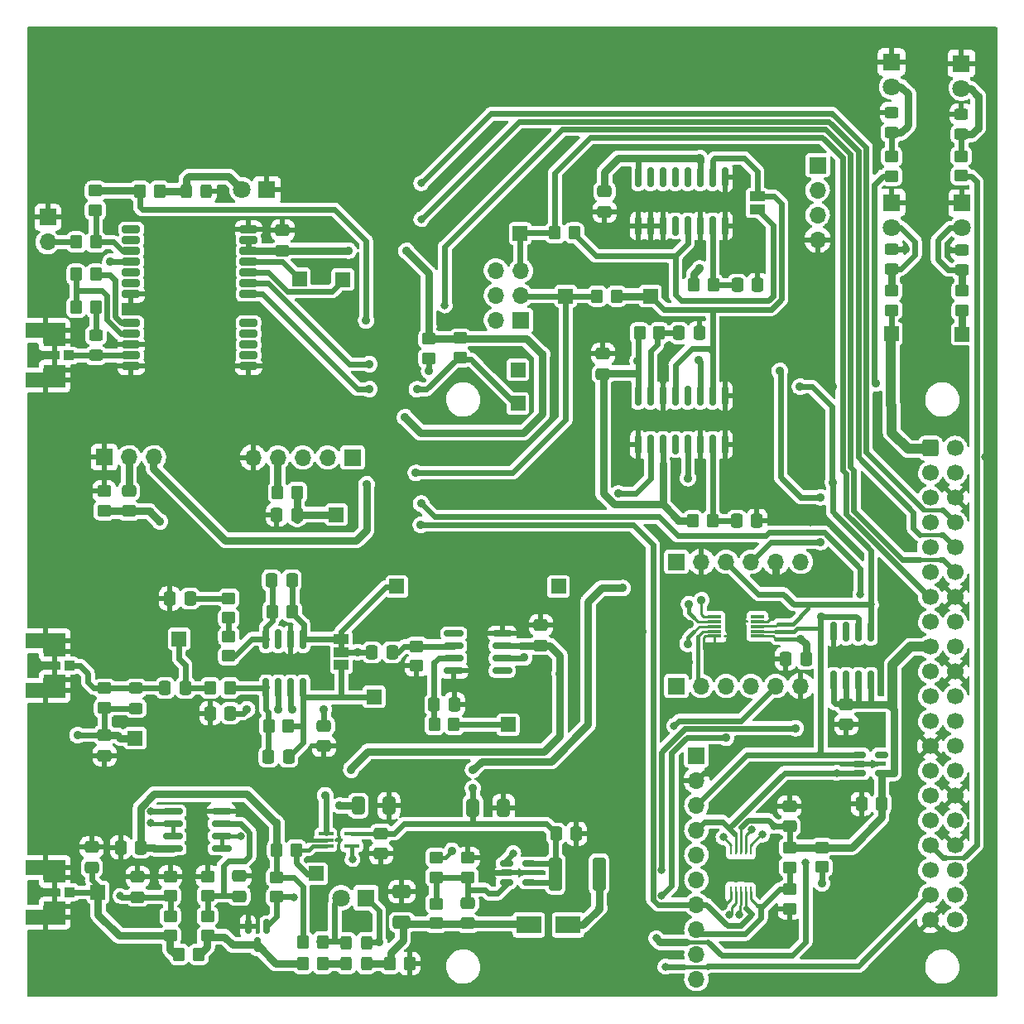
<source format=gbr>
%TF.GenerationSoftware,KiCad,Pcbnew,(5.99.0-10928-g75ce97e260)*%
%TF.CreationDate,2021-11-23T17:21:24+01:00*%
%TF.ProjectId,cdu-lite,6364752d-6c69-4746-952e-6b696361645f,rev?*%
%TF.SameCoordinates,Original*%
%TF.FileFunction,Copper,L1,Top*%
%TF.FilePolarity,Positive*%
%FSLAX46Y46*%
G04 Gerber Fmt 4.6, Leading zero omitted, Abs format (unit mm)*
G04 Created by KiCad (PCBNEW (5.99.0-10928-g75ce97e260)) date 2021-11-23 17:21:24*
%MOMM*%
%LPD*%
G01*
G04 APERTURE LIST*
G04 Aperture macros list*
%AMRoundRect*
0 Rectangle with rounded corners*
0 $1 Rounding radius*
0 $2 $3 $4 $5 $6 $7 $8 $9 X,Y pos of 4 corners*
0 Add a 4 corners polygon primitive as box body*
4,1,4,$2,$3,$4,$5,$6,$7,$8,$9,$2,$3,0*
0 Add four circle primitives for the rounded corners*
1,1,$1+$1,$2,$3*
1,1,$1+$1,$4,$5*
1,1,$1+$1,$6,$7*
1,1,$1+$1,$8,$9*
0 Add four rect primitives between the rounded corners*
20,1,$1+$1,$2,$3,$4,$5,0*
20,1,$1+$1,$4,$5,$6,$7,0*
20,1,$1+$1,$6,$7,$8,$9,0*
20,1,$1+$1,$8,$9,$2,$3,0*%
G04 Aperture macros list end*
%TA.AperFunction,ComponentPad*%
%ADD10R,1.800000X1.800000*%
%TD*%
%TA.AperFunction,ComponentPad*%
%ADD11C,1.800000*%
%TD*%
%TA.AperFunction,SMDPad,CuDef*%
%ADD12R,1.500000X0.400000*%
%TD*%
%TA.AperFunction,SMDPad,CuDef*%
%ADD13RoundRect,0.150000X-0.825000X-0.150000X0.825000X-0.150000X0.825000X0.150000X-0.825000X0.150000X0*%
%TD*%
%TA.AperFunction,SMDPad,CuDef*%
%ADD14RoundRect,0.250000X0.450000X-0.350000X0.450000X0.350000X-0.450000X0.350000X-0.450000X-0.350000X0*%
%TD*%
%TA.AperFunction,SMDPad,CuDef*%
%ADD15RoundRect,0.250000X0.475000X-0.337500X0.475000X0.337500X-0.475000X0.337500X-0.475000X-0.337500X0*%
%TD*%
%TA.AperFunction,SMDPad,CuDef*%
%ADD16RoundRect,0.250000X-0.350000X-0.450000X0.350000X-0.450000X0.350000X0.450000X-0.350000X0.450000X0*%
%TD*%
%TA.AperFunction,SMDPad,CuDef*%
%ADD17RoundRect,0.250000X0.337500X0.475000X-0.337500X0.475000X-0.337500X-0.475000X0.337500X-0.475000X0*%
%TD*%
%TA.AperFunction,SMDPad,CuDef*%
%ADD18RoundRect,0.150000X0.150000X-0.825000X0.150000X0.825000X-0.150000X0.825000X-0.150000X-0.825000X0*%
%TD*%
%TA.AperFunction,SMDPad,CuDef*%
%ADD19RoundRect,0.250000X-0.337500X-0.475000X0.337500X-0.475000X0.337500X0.475000X-0.337500X0.475000X0*%
%TD*%
%TA.AperFunction,ComponentPad*%
%ADD20R,1.500000X1.500000*%
%TD*%
%TA.AperFunction,SMDPad,CuDef*%
%ADD21RoundRect,0.250000X-0.412500X-0.650000X0.412500X-0.650000X0.412500X0.650000X-0.412500X0.650000X0*%
%TD*%
%TA.AperFunction,SMDPad,CuDef*%
%ADD22RoundRect,0.150000X-0.150000X0.825000X-0.150000X-0.825000X0.150000X-0.825000X0.150000X0.825000X0*%
%TD*%
%TA.AperFunction,SMDPad,CuDef*%
%ADD23RoundRect,0.250000X-0.475000X0.337500X-0.475000X-0.337500X0.475000X-0.337500X0.475000X0.337500X0*%
%TD*%
%TA.AperFunction,ComponentPad*%
%ADD24R,1.700000X1.700000*%
%TD*%
%TA.AperFunction,ComponentPad*%
%ADD25O,1.700000X1.700000*%
%TD*%
%TA.AperFunction,SMDPad,CuDef*%
%ADD26RoundRect,0.250000X0.325000X0.450000X-0.325000X0.450000X-0.325000X-0.450000X0.325000X-0.450000X0*%
%TD*%
%TA.AperFunction,SMDPad,CuDef*%
%ADD27RoundRect,0.150000X-0.512500X-0.150000X0.512500X-0.150000X0.512500X0.150000X-0.512500X0.150000X0*%
%TD*%
%TA.AperFunction,SMDPad,CuDef*%
%ADD28RoundRect,0.250000X0.350000X0.450000X-0.350000X0.450000X-0.350000X-0.450000X0.350000X-0.450000X0*%
%TD*%
%TA.AperFunction,SMDPad,CuDef*%
%ADD29RoundRect,0.250000X-0.450000X0.350000X-0.450000X-0.350000X0.450000X-0.350000X0.450000X0.350000X0*%
%TD*%
%TA.AperFunction,SMDPad,CuDef*%
%ADD30RoundRect,0.250000X-0.450000X0.325000X-0.450000X-0.325000X0.450000X-0.325000X0.450000X0.325000X0*%
%TD*%
%TA.AperFunction,SMDPad,CuDef*%
%ADD31RoundRect,0.250000X0.650000X-0.412500X0.650000X0.412500X-0.650000X0.412500X-0.650000X-0.412500X0*%
%TD*%
%TA.AperFunction,SMDPad,CuDef*%
%ADD32R,1.400000X0.300000*%
%TD*%
%TA.AperFunction,SMDPad,CuDef*%
%ADD33RoundRect,0.250000X0.450000X-0.325000X0.450000X0.325000X-0.450000X0.325000X-0.450000X-0.325000X0*%
%TD*%
%TA.AperFunction,ComponentPad*%
%ADD34RoundRect,0.250000X-0.600000X-0.600000X0.600000X-0.600000X0.600000X0.600000X-0.600000X0.600000X0*%
%TD*%
%TA.AperFunction,ComponentPad*%
%ADD35C,1.700000*%
%TD*%
%TA.AperFunction,SMDPad,CuDef*%
%ADD36RoundRect,0.200000X-0.700000X-0.200000X0.700000X-0.200000X0.700000X0.200000X-0.700000X0.200000X0*%
%TD*%
%TA.AperFunction,SMDPad,CuDef*%
%ADD37R,1.500000X1.000000*%
%TD*%
%TA.AperFunction,SMDPad,CuDef*%
%ADD38RoundRect,0.150000X0.825000X0.150000X-0.825000X0.150000X-0.825000X-0.150000X0.825000X-0.150000X0*%
%TD*%
%TA.AperFunction,SMDPad,CuDef*%
%ADD39R,2.500000X1.800000*%
%TD*%
%TA.AperFunction,SMDPad,CuDef*%
%ADD40RoundRect,0.150000X-0.150000X0.587500X-0.150000X-0.587500X0.150000X-0.587500X0.150000X0.587500X0*%
%TD*%
%TA.AperFunction,SMDPad,CuDef*%
%ADD41R,0.250000X1.100000*%
%TD*%
%TA.AperFunction,SMDPad,CuDef*%
%ADD42RoundRect,0.250000X-0.400000X-1.450000X0.400000X-1.450000X0.400000X1.450000X-0.400000X1.450000X0*%
%TD*%
%TA.AperFunction,SMDPad,CuDef*%
%ADD43R,1.050000X1.000000*%
%TD*%
%TA.AperFunction,ComponentPad*%
%ADD44C,1.000000*%
%TD*%
%TA.AperFunction,SMDPad,CuDef*%
%ADD45R,4.064000X1.524000*%
%TD*%
%TA.AperFunction,SMDPad,CuDef*%
%ADD46R,2.200000X1.050000*%
%TD*%
%TA.AperFunction,ViaPad*%
%ADD47C,0.800000*%
%TD*%
%TA.AperFunction,ViaPad*%
%ADD48C,0.900000*%
%TD*%
%TA.AperFunction,Conductor*%
%ADD49C,0.250000*%
%TD*%
%TA.AperFunction,Conductor*%
%ADD50C,0.600000*%
%TD*%
%TA.AperFunction,Conductor*%
%ADD51C,0.400000*%
%TD*%
%TA.AperFunction,Conductor*%
%ADD52C,0.800000*%
%TD*%
%TA.AperFunction,Conductor*%
%ADD53C,1.000000*%
%TD*%
G04 APERTURE END LIST*
%TO.C,J100*%
G36*
X83627200Y-114763600D02*
G01*
X83027200Y-114763600D01*
X83027200Y-114263600D01*
X83627200Y-114263600D01*
X83627200Y-114763600D01*
G37*
%TD*%
D10*
%TO.P,LED418,1,K*%
%TO.N,BIAS_EN_N_LED*%
X85831600Y-140284200D03*
D11*
%TO.P,LED418,2,A*%
%TO.N,Net-(LED408-Pad2)*%
X83291600Y-140284200D03*
%TD*%
D12*
%TO.P,U503,1,VOUT*%
%TO.N,Net-(JP505-Pad2)*%
X81728000Y-133716000D03*
%TO.P,U503,2,GND*%
%TO.N,GND*%
X81728000Y-134366000D03*
%TO.P,U503,3,OC*%
%TO.N,Net-(JP501-Pad1)*%
X81728000Y-135016000D03*
%TO.P,U503,4,ON*%
%TO.N,Net-(JP500-Pad2)*%
X84388000Y-135016000D03*
%TO.P,U503,5,VIN*%
%TO.N,+5V*%
X84388000Y-133716000D03*
%TD*%
D13*
%TO.P,U2,1,nc*%
%TO.N,N/C*%
X94822200Y-113258600D03*
%TO.P,U2,2,-*%
%TO.N,Net-(C111-Pad2)*%
X94822200Y-114528600D03*
%TO.P,U2,3,+*%
%TO.N,Net-(C112-Pad1)*%
X94822200Y-115798600D03*
%TO.P,U2,4,V-*%
%TO.N,GND*%
X94822200Y-117068600D03*
%TO.P,U2,5,nc*%
%TO.N,N/C*%
X99772200Y-117068600D03*
%TO.P,U2,6*%
%TO.N,Net-(JP102-Pad1)*%
X99772200Y-115798600D03*
%TO.P,U2,7,V+*%
%TO.N,VCC*%
X99772200Y-114528600D03*
%TO.P,U2,8,SHDN*%
%TO.N,GND*%
X99772200Y-113258600D03*
%TD*%
D14*
%TO.P,R501,1*%
%TO.N,Net-(C505-Pad2)*%
X96266000Y-138176000D03*
%TO.P,R501,2*%
%TO.N,GND*%
X96266000Y-136176000D03*
%TD*%
D15*
%TO.P,C520,1*%
%TO.N,Net-(C520-Pad1)*%
X57785000Y-137181500D03*
%TO.P,C520,2*%
%TO.N,GND*%
X57785000Y-135106500D03*
%TD*%
D14*
%TO.P,R600,1*%
%TO.N,Net-(C600-Pad2)*%
X59055000Y-100695000D03*
%TO.P,R600,2*%
%TO.N,GND*%
X59055000Y-98695000D03*
%TD*%
D16*
%TO.P,R601,1*%
%TO.N,Net-(JP602-Pad4)*%
X76804100Y-98806000D03*
%TO.P,R601,2*%
%TO.N,Net-(C601-Pad1)*%
X78804100Y-98806000D03*
%TD*%
D14*
%TO.P,R403,1*%
%TO.N,IND_CH1*%
X139598400Y-66478200D03*
%TO.P,R403,2*%
%TO.N,Net-(LED403-Pad2)*%
X139598400Y-64478200D03*
%TD*%
D17*
%TO.P,C562,1*%
%TO.N,VCC*%
X138578500Y-130683000D03*
%TO.P,C562,2*%
%TO.N,GND*%
X136503500Y-130683000D03*
%TD*%
D18*
%TO.P,U301,1,~A*%
%TO.N,GND*%
X113665000Y-71563000D03*
%TO.P,U301,2,B*%
X114935000Y-71563000D03*
%TO.P,U301,3,~CLR*%
X116205000Y-71563000D03*
%TO.P,U301,4,~Q*%
%TO.N,N/C*%
X117475000Y-71563000D03*
%TO.P,U301,5,Q*%
%TO.N,Net-(J300-Pad2)*%
X118745000Y-71563000D03*
%TO.P,U301,6,Cext*%
%TO.N,GND*%
X120015000Y-71563000D03*
%TO.P,U301,7,RCext*%
%TO.N,Net-(C303-Pad1)*%
X121285000Y-71563000D03*
%TO.P,U301,8,GND*%
%TO.N,GND*%
X122555000Y-71563000D03*
%TO.P,U301,9,~A*%
X122555000Y-66613000D03*
%TO.P,U301,10,B*%
%TO.N,DISCR1.1*%
X121285000Y-66613000D03*
%TO.P,U301,11,~CLR*%
%TO.N,VCC*%
X120015000Y-66613000D03*
%TO.P,U301,12,~Q*%
%TO.N,N/C*%
X118745000Y-66613000D03*
%TO.P,U301,13,Q*%
X117475000Y-66613000D03*
%TO.P,U301,14,Cext*%
X116205000Y-66613000D03*
%TO.P,U301,15,RCext*%
X114935000Y-66613000D03*
%TO.P,U301,16,VCC*%
%TO.N,VCC*%
X113665000Y-66613000D03*
%TD*%
D19*
%TO.P,C304,1*%
%TO.N,Net-(C304-Pad1)*%
X123752700Y-101727000D03*
%TO.P,C304,2*%
%TO.N,GND*%
X125827700Y-101727000D03*
%TD*%
D20*
%TO.P,TP400,1,1*%
%TO.N,SCL*%
X101371400Y-86283800D03*
%TD*%
D19*
%TO.P,C105,1*%
%TO.N,Net-(C105-Pad1)*%
X76178500Y-107797600D03*
%TO.P,C105,2*%
%TO.N,Net-(C105-Pad2)*%
X78253500Y-107797600D03*
%TD*%
D10*
%TO.P,LED413,1,K*%
%TO.N,GND*%
X139598400Y-54813200D03*
D11*
%TO.P,LED413,2,A*%
%TO.N,Net-(LED403-Pad2)*%
X139598400Y-57353200D03*
%TD*%
D15*
%TO.P,C565,1*%
%TO.N,VCC*%
X103733600Y-114473900D03*
%TO.P,C565,2*%
%TO.N,GND*%
X103733600Y-112398900D03*
%TD*%
D16*
%TO.P,R512,1*%
%TO.N,VCC*%
X76708000Y-135382000D03*
%TO.P,R512,2*%
%TO.N,Net-(JP501-Pad1)*%
X78708000Y-135382000D03*
%TD*%
D21*
%TO.P,C550,1*%
%TO.N,+5V*%
X96786300Y-131064000D03*
%TO.P,C550,2*%
%TO.N,GND*%
X99911300Y-131064000D03*
%TD*%
D22*
%TO.P,U403,1,SDA*%
%TO.N,SDA*%
X137490200Y-113095000D03*
%TO.P,U403,2,SCL*%
%TO.N,SCL*%
X136220200Y-113095000D03*
%TO.P,U403,3,O.S.*%
%TO.N,N/C*%
X134950200Y-113095000D03*
%TO.P,U403,4,GND*%
%TO.N,GND*%
X133680200Y-113095000D03*
%TO.P,U403,5,A2*%
%TO.N,VCC*%
X133680200Y-118045000D03*
%TO.P,U403,6,A1*%
X134950200Y-118045000D03*
%TO.P,U403,7,A0*%
X136220200Y-118045000D03*
%TO.P,U403,8,+Vs*%
X137490200Y-118045000D03*
%TD*%
D19*
%TO.P,C101,1*%
%TO.N,Net-(C101-Pad1)*%
X65285800Y-118821200D03*
%TO.P,C101,2*%
%TO.N,Net-(C101-Pad2)*%
X67360800Y-118821200D03*
%TD*%
D20*
%TO.P,TP15,1,1*%
%TO.N,Net-(C105-Pad2)*%
X89001600Y-108432600D03*
%TD*%
D23*
%TO.P,C600,1*%
%TO.N,Net-(C600-Pad1)*%
X61595000Y-98657500D03*
%TO.P,C600,2*%
%TO.N,Net-(C600-Pad2)*%
X61595000Y-100732500D03*
%TD*%
D24*
%TO.P,J401,1,Pin_1*%
%TO.N,VCC*%
X119634000Y-125730000D03*
D25*
%TO.P,J401,2,Pin_2*%
%TO.N,GND*%
X119634000Y-128270000D03*
%TO.P,J401,3,Pin_3*%
%TO.N,SCL*%
X119634000Y-130810000D03*
%TO.P,J401,4,Pin_4*%
%TO.N,SDA*%
X119634000Y-133350000D03*
%TO.P,J401,5,Pin_5*%
%TO.N,N/C*%
X119634000Y-135890000D03*
%TO.P,J401,6,Pin_6*%
X119634000Y-138430000D03*
%TO.P,J401,7,Pin_7*%
%TO.N,ENERGY1*%
X119634000Y-140970000D03*
%TO.P,J401,8,Pin_8*%
%TO.N,VCC_MEAS*%
X119634000Y-143510000D03*
%TO.P,J401,9,Pin_9*%
%TO.N,UBIAS_H*%
X119634000Y-146050000D03*
%TO.P,J401,10,Pin_10*%
%TO.N,UBIAS_L*%
X119634000Y-148590000D03*
%TD*%
D23*
%TO.P,C564,1*%
%TO.N,VCC*%
X110236000Y-68050500D03*
%TO.P,C564,2*%
%TO.N,GND*%
X110236000Y-70125500D03*
%TD*%
D15*
%TO.P,C566,1*%
%TO.N,VCC*%
X110083600Y-86711700D03*
%TO.P,C566,2*%
%TO.N,GND*%
X110083600Y-84636700D03*
%TD*%
%TO.P,C100,1*%
%TO.N,GND*%
X59105800Y-125730000D03*
%TO.P,C100,2*%
%TO.N,VPRE1*%
X59105800Y-123655000D03*
%TD*%
D14*
%TO.P,R100,1*%
%TO.N,VPRE1*%
X59105800Y-120863000D03*
%TO.P,R100,2*%
%TO.N,Net-(C101-Pad1)*%
X59105800Y-118863000D03*
%TD*%
D20*
%TO.P,TP505,1,1*%
%TO.N,VCC*%
X139573000Y-82580400D03*
%TD*%
D14*
%TO.P,R401,1*%
%TO.N,VCC*%
X139623800Y-80176800D03*
%TO.P,R401,2*%
%TO.N,Net-(LED402-Pad2)*%
X139623800Y-78176800D03*
%TD*%
D24*
%TO.P,JP602,1,Pin_1*%
%TO.N,Net-(JP602-Pad1)*%
X84455000Y-95250000D03*
D25*
%TO.P,JP602,2,Pin_2*%
%TO.N,+5V*%
X81915000Y-95250000D03*
%TO.P,JP602,3,Pin_3*%
%TO.N,VCC*%
X79375000Y-95250000D03*
%TO.P,JP602,4,Pin_4*%
%TO.N,Net-(JP602-Pad4)*%
X76835000Y-95250000D03*
%TO.P,JP602,5,Pin_5*%
%TO.N,GND*%
X74295000Y-95250000D03*
%TD*%
D19*
%TO.P,C303,1*%
%TO.N,Net-(C303-Pad1)*%
X123803500Y-77597000D03*
%TO.P,C303,2*%
%TO.N,GND*%
X125878500Y-77597000D03*
%TD*%
D23*
%TO.P,C554,1*%
%TO.N,+5V*%
X87376000Y-133709500D03*
%TO.P,C554,2*%
%TO.N,GND*%
X87376000Y-135784500D03*
%TD*%
D24*
%TO.P,JP601,1,Pin_1*%
%TO.N,GND*%
X59070000Y-95225000D03*
D25*
%TO.P,JP601,2,Pin_2*%
%TO.N,Net-(C600-Pad1)*%
X61610000Y-95225000D03*
%TO.P,JP601,3,Pin_3*%
%TO.N,Net-(JP601-Pad3)*%
X64150000Y-95225000D03*
%TD*%
D26*
%TO.P,LED409,1,K*%
%TO.N,GND*%
X69503400Y-67995200D03*
%TO.P,LED409,2,A*%
%TO.N,Net-(LED409-Pad2)*%
X67453400Y-67995200D03*
%TD*%
D27*
%TO.P,U502,1,SW*%
%TO.N,Net-(D500-Pad2)*%
X100214000Y-136784000D03*
%TO.P,U502,2,GND*%
%TO.N,GND*%
X100214000Y-137734000D03*
%TO.P,U502,3,FB*%
%TO.N,Net-(C505-Pad2)*%
X100214000Y-138684000D03*
%TO.P,U502,4,EN*%
%TO.N,+5V*%
X102489000Y-138684000D03*
%TO.P,U502,5,VIN*%
X102489000Y-136784000D03*
%TD*%
D14*
%TO.P,R507,1*%
%TO.N,Net-(C520-Pad1)*%
X65822500Y-144165000D03*
%TO.P,R507,2*%
%TO.N,Net-(C504-Pad1)*%
X65822500Y-142165000D03*
%TD*%
D28*
%TO.P,R706,1*%
%TO.N,Net-(R705-Pad1)*%
X58200800Y-73227600D03*
%TO.P,R706,2*%
%TO.N,Net-(J700-Pad2)*%
X56200800Y-73227600D03*
%TD*%
D14*
%TO.P,R505,1*%
%TO.N,Net-(Q501-Pad3)*%
X69632500Y-144165000D03*
%TO.P,R505,2*%
%TO.N,Net-(C503-Pad1)*%
X69632500Y-142165000D03*
%TD*%
D28*
%TO.P,R516,1*%
%TO.N,Net-(L501-Pad2)*%
X81416400Y-147015200D03*
%TO.P,R516,2*%
%TO.N,Net-(Q501-Pad3)*%
X79416400Y-147015200D03*
%TD*%
D29*
%TO.P,R104,1*%
%TO.N,Net-(R104-Pad1)*%
X71805800Y-113559500D03*
%TO.P,R104,2*%
%TO.N,Net-(C105-Pad1)*%
X71805800Y-115559500D03*
%TD*%
D10*
%TO.P,LED411,1,K*%
%TO.N,GND*%
X146812000Y-69235400D03*
D11*
%TO.P,LED411,2,A*%
%TO.N,Net-(LED401-Pad2)*%
X146812000Y-71775400D03*
%TD*%
D18*
%TO.P,U300,1,~A*%
%TO.N,GND*%
X113665000Y-93915000D03*
%TO.P,U300,2,B*%
%TO.N,COMP1*%
X114935000Y-93915000D03*
%TO.P,U300,3,~CLR*%
%TO.N,VCC*%
X116205000Y-93915000D03*
%TO.P,U300,4,~Q*%
%TO.N,N/C*%
X117475000Y-93915000D03*
%TO.P,U300,5,Q*%
%TO.N,IND_CH1*%
X118745000Y-93915000D03*
%TO.P,U300,6,Cext*%
%TO.N,GND*%
X120015000Y-93915000D03*
%TO.P,U300,7,RCext*%
%TO.N,Net-(C304-Pad1)*%
X121285000Y-93915000D03*
%TO.P,U300,8,GND*%
%TO.N,GND*%
X122555000Y-93915000D03*
%TO.P,U300,9,~A*%
X122555000Y-88965000D03*
%TO.P,U300,10,B*%
%TO.N,DISCR1.1*%
X121285000Y-88965000D03*
%TO.P,U300,11,~CLR*%
%TO.N,VCC*%
X120015000Y-88965000D03*
%TO.P,U300,12,~Q*%
%TO.N,N/C*%
X118745000Y-88965000D03*
%TO.P,U300,13,Q*%
%TO.N,DISCR1.1*%
X117475000Y-88965000D03*
%TO.P,U300,14,Cext*%
%TO.N,GND*%
X116205000Y-88965000D03*
%TO.P,U300,15,RCext*%
%TO.N,Net-(C300-Pad1)*%
X114935000Y-88965000D03*
%TO.P,U300,16,VCC*%
%TO.N,VCC*%
X113665000Y-88965000D03*
%TD*%
D20*
%TO.P,TP502,1,1*%
%TO.N,Net-(JP501-Pad1)*%
X80772000Y-137820400D03*
%TD*%
D29*
%TO.P,R410,1*%
%TO.N,VCC*%
X95453200Y-83048600D03*
%TO.P,R410,2*%
%TO.N,SDA*%
X95453200Y-85048600D03*
%TD*%
D28*
%TO.P,R306,1*%
%TO.N,DISCR1.1*%
X111490000Y-78740000D03*
%TO.P,R306,2*%
%TO.N,DISCR1.1_TERM*%
X109490000Y-78740000D03*
%TD*%
D16*
%TO.P,R700,1*%
%TO.N,Net-(R700-Pad1)*%
X56200800Y-79882400D03*
%TO.P,R700,2*%
%TO.N,Net-(L700-Pad1)*%
X58200800Y-79882400D03*
%TD*%
D19*
%TO.P,C103,1*%
%TO.N,Net-(C103-Pad1)*%
X75848300Y-125857000D03*
%TO.P,C103,2*%
%TO.N,Net-(C103-Pad2)*%
X77923300Y-125857000D03*
%TD*%
D29*
%TO.P,R416,1*%
%TO.N,VCC*%
X132461000Y-135144000D03*
%TO.P,R416,2*%
%TO.N,ADC_READY*%
X132461000Y-137144000D03*
%TD*%
D18*
%TO.P,U100,1,-*%
%TO.N,Net-(C103-Pad1)*%
X75615800Y-118807000D03*
%TO.P,U100,2,VCM*%
%TO.N,Net-(C102-Pad1)*%
X76885800Y-118807000D03*
%TO.P,U100,3,V+*%
%TO.N,+5V*%
X78155800Y-118807000D03*
%TO.P,U100,4,+*%
%TO.N,Net-(C103-Pad2)*%
X79425800Y-118807000D03*
%TO.P,U100,5,-*%
%TO.N,Net-(C105-Pad2)*%
X79425800Y-113857000D03*
%TO.P,U100,6,V-*%
%TO.N,GND*%
X78155800Y-113857000D03*
%TO.P,U100,7,NC*%
%TO.N,N/C*%
X76885800Y-113857000D03*
%TO.P,U100,8,+*%
%TO.N,Net-(C105-Pad1)*%
X75615800Y-113857000D03*
%TD*%
D20*
%TO.P,TP16,1,1*%
%TO.N,Net-(JP101-Pad1)*%
X100380800Y-122580400D03*
%TD*%
D24*
%TO.P,P400,1,Pin_1*%
%TO.N,+5V*%
X132029200Y-65354200D03*
D25*
%TO.P,P400,2,Pin_2*%
%TO.N,SCL*%
X132029200Y-67894200D03*
%TO.P,P400,3,Pin_3*%
%TO.N,SDA*%
X132029200Y-70434200D03*
%TO.P,P400,4,Pin_4*%
%TO.N,GND*%
X132029200Y-72974200D03*
%TD*%
D28*
%TO.P,R114,1*%
%TO.N,Net-(JP101-Pad1)*%
X94827600Y-122580400D03*
%TO.P,R114,2*%
%TO.N,Net-(C112-Pad1)*%
X92827600Y-122580400D03*
%TD*%
D23*
%TO.P,C551,1*%
%TO.N,+5V*%
X81534000Y-122711300D03*
%TO.P,C551,2*%
%TO.N,GND*%
X81534000Y-124786300D03*
%TD*%
D16*
%TO.P,R304,1*%
%TO.N,VCC*%
X119269000Y-101727000D03*
%TO.P,R304,2*%
%TO.N,Net-(C304-Pad1)*%
X121269000Y-101727000D03*
%TD*%
D20*
%TO.P,TP28,1,1*%
%TO.N,EVT_XOR*%
X101600000Y-72339200D03*
%TD*%
%TO.P,TP27,1,1*%
%TO.N,DISCR1.1_TERM*%
X106273600Y-78740000D03*
%TD*%
D10*
%TO.P,LED412,1,K*%
%TO.N,GND*%
X139598400Y-69189600D03*
D11*
%TO.P,LED412,2,A*%
%TO.N,Net-(LED402-Pad2)*%
X139598400Y-71729600D03*
%TD*%
D29*
%TO.P,R411,1*%
%TO.N,VCC*%
X92278200Y-83099400D03*
%TO.P,R411,2*%
%TO.N,SCL*%
X92278200Y-85099400D03*
%TD*%
D30*
%TO.P,L700,1,1*%
%TO.N,Net-(L700-Pad1)*%
X58216800Y-82769000D03*
%TO.P,L700,2,2*%
%TO.N,Net-(L700-Pad2)*%
X58216800Y-84819000D03*
%TD*%
D29*
%TO.P,R419,1*%
%TO.N,VCC_MEAS*%
X129159000Y-139400450D03*
%TO.P,R419,2*%
%TO.N,GND*%
X129159000Y-141400450D03*
%TD*%
D31*
%TO.P,C501,1*%
%TO.N,Net-(C501-Pad1)*%
X89509600Y-142786500D03*
%TO.P,C501,2*%
%TO.N,GND*%
X89509600Y-139661500D03*
%TD*%
D14*
%TO.P,R705,1*%
%TO.N,Net-(R705-Pad1)*%
X58166000Y-69960400D03*
%TO.P,R705,2*%
%TO.N,TIMEPULSE_LED*%
X58166000Y-67960400D03*
%TD*%
D19*
%TO.P,C300,1*%
%TO.N,Net-(C300-Pad1)*%
X117838400Y-82524600D03*
%TO.P,C300,2*%
%TO.N,GND*%
X119913400Y-82524600D03*
%TD*%
D26*
%TO.P,L501,1,1*%
%TO.N,Net-(C501-Pad1)*%
X85886400Y-147015200D03*
%TO.P,L501,2,2*%
%TO.N,Net-(L501-Pad2)*%
X83836400Y-147015200D03*
%TD*%
D19*
%TO.P,C553,1*%
%TO.N,+5V*%
X105283000Y-133731000D03*
%TO.P,C553,2*%
%TO.N,GND*%
X107358000Y-133731000D03*
%TD*%
D10*
%TO.P,LED415,1,K*%
%TO.N,GND*%
X146735800Y-54940200D03*
D11*
%TO.P,LED415,2,A*%
%TO.N,Net-(LED405-Pad2)*%
X146735800Y-57480200D03*
%TD*%
D16*
%TO.P,R503,1*%
%TO.N,Net-(C501-Pad1)*%
X88306400Y-147015200D03*
%TO.P,R503,2*%
%TO.N,GND*%
X90306400Y-147015200D03*
%TD*%
D30*
%TO.P,LED401,1,K*%
%TO.N,GND*%
X146812000Y-74006600D03*
%TO.P,LED401,2,A*%
%TO.N,Net-(LED401-Pad2)*%
X146812000Y-76056600D03*
%TD*%
D32*
%TO.P,U402,1,VDD*%
%TO.N,VCC*%
X125898000Y-113522000D03*
%TO.P,U402,2,SCL*%
%TO.N,SCL*%
X125898000Y-113022000D03*
%TO.P,U402,3,SDA*%
%TO.N,SDA*%
X125898000Y-112522000D03*
%TO.P,U402,4,~LDAC*%
%TO.N,GND*%
X125898000Y-112022000D03*
%TO.P,U402,5,RDY/~BSY*%
%TO.N,N/C*%
X125898000Y-111522000D03*
%TO.P,U402,6,VOUTA*%
%TO.N,THR1*%
X121498000Y-111522000D03*
%TO.P,U402,7,VOUTB*%
%TO.N,VOUTB_not_used*%
X121498000Y-112022000D03*
%TO.P,U402,8,VOUTC*%
%TO.N,BIAS_CTL*%
X121498000Y-112522000D03*
%TO.P,U402,9,VOUTD*%
%TO.N,VOUTD_not_used*%
X121498000Y-113022000D03*
%TO.P,U402,10,VSS*%
%TO.N,GND*%
X121498000Y-113522000D03*
%TD*%
D29*
%TO.P,R418,1*%
%TO.N,VCC*%
X129159000Y-135158650D03*
%TO.P,R418,2*%
%TO.N,VCC_MEAS*%
X129159000Y-137158650D03*
%TD*%
D14*
%TO.P,R509,1*%
%TO.N,BIAS_EN_N_LED*%
X76708000Y-140192000D03*
%TO.P,R509,2*%
%TO.N,VCC*%
X76708000Y-138192000D03*
%TD*%
D17*
%TO.P,C102,1*%
%TO.N,Net-(C102-Pad1)*%
X71975800Y-121412000D03*
%TO.P,C102,2*%
%TO.N,GND*%
X69900800Y-121412000D03*
%TD*%
D14*
%TO.P,R500,1*%
%TO.N,Net-(C501-Pad1)*%
X93000500Y-142891000D03*
%TO.P,R500,2*%
%TO.N,Net-(C505-Pad2)*%
X93000500Y-140891000D03*
%TD*%
D28*
%TO.P,R311,1*%
%TO.N,Net-(J300-Pad2)*%
X107156000Y-72288400D03*
%TO.P,R311,2*%
%TO.N,EVT_XOR*%
X105156000Y-72288400D03*
%TD*%
D33*
%TO.P,L100,1,1*%
%TO.N,VPRE1*%
X62306200Y-120913000D03*
%TO.P,L100,2,2*%
%TO.N,Net-(C101-Pad1)*%
X62306200Y-118863000D03*
%TD*%
D28*
%TO.P,R408,1*%
%TO.N,Net-(LED408-Pad2)*%
X81416400Y-144780000D03*
%TO.P,R408,2*%
%TO.N,VCC*%
X79416400Y-144780000D03*
%TD*%
D34*
%TO.P,JP400,1,3V3*%
%TO.N,VCC*%
X143560800Y-94284800D03*
D35*
%TO.P,JP400,2,5V*%
%TO.N,+5V*%
X146100800Y-94284800D03*
%TO.P,JP400,3,SDA/GPIO2*%
%TO.N,SDA*%
X143560800Y-96824800D03*
%TO.P,JP400,4,5V*%
%TO.N,+5V*%
X146100800Y-96824800D03*
%TO.P,JP400,5,SCL/GPIO3*%
%TO.N,SCL*%
X143560800Y-99364800D03*
%TO.P,JP400,6,GND*%
%TO.N,GND*%
X146100800Y-99364800D03*
%TO.P,JP400,7,GCLK0/GPIO4*%
%TO.N,PREAMP1_EN*%
X143560800Y-101904800D03*
%TO.P,JP400,8,GPIO14/TXD*%
%TO.N,GPS_RXD*%
X146100800Y-101904800D03*
%TO.P,JP400,9,GND*%
%TO.N,GND*%
X143560800Y-104444800D03*
%TO.P,JP400,10,GPIO15/RXD*%
%TO.N,GPS_TXD*%
X146100800Y-104444800D03*
%TO.P,JP400,11,GPIO17*%
%TO.N,N/C*%
X143560800Y-106984800D03*
%TO.P,JP400,12,GPIO18/PWM0*%
%TO.N,TIMEPULSE*%
X146100800Y-106984800D03*
%TO.P,JP400,13,GPIO27*%
%TO.N,EVT_XOR*%
X143560800Y-109524800D03*
%TO.P,JP400,14,GND*%
%TO.N,GND*%
X146100800Y-109524800D03*
%TO.P,JP400,15,GPIO22*%
%TO.N,N/C*%
X143560800Y-112064800D03*
%TO.P,JP400,16,GPIO23*%
%TO.N,PREAMP_FAULT*%
X146100800Y-112064800D03*
%TO.P,JP400,17,3V3*%
%TO.N,VCC*%
X143560800Y-114604800D03*
%TO.P,JP400,18,GPIO24*%
%TO.N,N/C*%
X146100800Y-114604800D03*
%TO.P,JP400,19,MOSI0/GPIO10*%
X143560800Y-117144800D03*
%TO.P,JP400,20,GND*%
%TO.N,GND*%
X146100800Y-117144800D03*
%TO.P,JP400,21,MISO0/GPIO9*%
%TO.N,N/C*%
X143560800Y-119684800D03*
%TO.P,JP400,22,GPIO25*%
X146100800Y-119684800D03*
%TO.P,JP400,23,SCLK0/GPIO11*%
X143560800Y-122224800D03*
%TO.P,JP400,24,~CE0~/GPIO8*%
X146100800Y-122224800D03*
%TO.P,JP400,25,GND*%
%TO.N,GND*%
X143560800Y-124764800D03*
%TO.P,JP400,26,~CE1~/GPIO7*%
%TO.N,N/C*%
X146100800Y-124764800D03*
%TO.P,JP400,27,ID_SD/GPIO0*%
X143560800Y-127304800D03*
%TO.P,JP400,28,ID_SC/GPIO1*%
X146100800Y-127304800D03*
%TO.P,JP400,29,GCLK1/GPIO5*%
X143560800Y-129844800D03*
%TO.P,JP400,30,GND*%
%TO.N,GND*%
X146100800Y-129844800D03*
%TO.P,JP400,31,GCLK2/GPIO6*%
%TO.N,HI_GAIN*%
X143560800Y-132384800D03*
%TO.P,JP400,32,PWM0/GPIO12*%
%TO.N,ADC_READY*%
X146100800Y-132384800D03*
%TO.P,JP400,33,PWM1/GPIO13*%
%TO.N,STATUS1*%
X143560800Y-134924800D03*
%TO.P,JP400,34,GND*%
%TO.N,GND*%
X146100800Y-134924800D03*
%TO.P,JP400,35,GPIO19/MISO1*%
%TO.N,N/C*%
X143560800Y-137464800D03*
%TO.P,JP400,36,GPIO16*%
X146100800Y-137464800D03*
%TO.P,JP400,37,GPIO26*%
%TO.N,BIAS_EN_N*%
X143560800Y-140004800D03*
%TO.P,JP400,38,GPIO20/MOSI1*%
%TO.N,N/C*%
X146100800Y-140004800D03*
%TO.P,JP400,39,GND*%
%TO.N,GND*%
X143560800Y-142544800D03*
%TO.P,JP400,40,GPIO21/SCLK1*%
%TO.N,N/C*%
X146100800Y-142544800D03*
%TD*%
D36*
%TO.P,U700,1,RESERVED*%
%TO.N,N/C*%
X61818000Y-71917200D03*
%TO.P,U700,2,SS_N*%
X61818000Y-73017200D03*
%TO.P,U700,3,TIMEPULSE*%
%TO.N,Net-(R705-Pad1)*%
X61818000Y-74117200D03*
%TO.P,U700,4,EXTINT0*%
%TO.N,Net-(JP705-Pad2)*%
X61818000Y-75217200D03*
%TO.P,U700,5,USB_DM*%
%TO.N,N/C*%
X61818000Y-76317200D03*
%TO.P,U700,6,USB_DP*%
X61818000Y-77417200D03*
%TO.P,U700,7,VDD_USB*%
%TO.N,GND*%
X61818000Y-78517200D03*
%TO.P,U700,8,RESERVED*%
%TO.N,Net-(R704-Pad2)*%
X61818000Y-81517200D03*
%TO.P,U700,9,VCC_RF*%
%TO.N,Net-(R700-Pad1)*%
X61818000Y-82617200D03*
%TO.P,U700,10,GND*%
%TO.N,GND*%
X61818000Y-83717200D03*
%TO.P,U700,11,RF_IN*%
%TO.N,Net-(L700-Pad2)*%
X61818000Y-84817200D03*
%TO.P,U700,12,GND*%
%TO.N,GND*%
X61818000Y-85917200D03*
%TO.P,U700,13,GND*%
X73818000Y-85917200D03*
%TO.P,U700,14,MOSI/CFG_COM0*%
%TO.N,N/C*%
X73818000Y-84817200D03*
%TO.P,U700,15,MISO/CFG_COM1*%
X73818000Y-83717200D03*
%TO.P,U700,16,CFG_CPS0/SCK*%
X73818000Y-82617200D03*
%TO.P,U700,17,RESERVED*%
X73818000Y-81517200D03*
%TO.P,U700,18,SDA2*%
%TO.N,Net-(JP702-Pad2)*%
X73818000Y-78517200D03*
%TO.P,U700,19,SCL2*%
%TO.N,Net-(JP703-Pad2)*%
X73818000Y-77417200D03*
%TO.P,U700,20,TXD1*%
%TO.N,Net-(JP700-Pad2)*%
X73818000Y-76317200D03*
%TO.P,U700,21,RXD1*%
%TO.N,Net-(JP701-Pad2)*%
X73818000Y-75217200D03*
%TO.P,U700,22,V_BCKP*%
%TO.N,VCC*%
X73818000Y-74117200D03*
%TO.P,U700,23,VCC*%
X73818000Y-73017200D03*
%TO.P,U700,24,GND*%
%TO.N,GND*%
X73818000Y-71917200D03*
%TD*%
D15*
%TO.P,C503,1*%
%TO.N,Net-(C503-Pad1)*%
X72898000Y-140122500D03*
%TO.P,C503,2*%
%TO.N,GND*%
X72898000Y-138047500D03*
%TD*%
%TO.P,C561,1*%
%TO.N,VCC*%
X77317600Y-74087900D03*
%TO.P,C561,2*%
%TO.N,GND*%
X77317600Y-72012900D03*
%TD*%
D14*
%TO.P,R508,1*%
%TO.N,Net-(C504-Pad1)*%
X65822500Y-140085000D03*
%TO.P,R508,2*%
%TO.N,GND*%
X65822500Y-138085000D03*
%TD*%
D28*
%TO.P,R504,1*%
%TO.N,Net-(Q501-Pad3)*%
X68727500Y-146070000D03*
%TO.P,R504,2*%
%TO.N,Net-(C520-Pad1)*%
X66727500Y-146070000D03*
%TD*%
D20*
%TO.P,TP18,1,1*%
%TO.N,VPRE1*%
X62230000Y-123952000D03*
%TD*%
D37*
%TO.P,J300,1,A*%
%TO.N,DISCR1.1*%
X125857000Y-68565000D03*
%TO.P,J300,2,B*%
%TO.N,Net-(J300-Pad2)*%
X125857000Y-69865000D03*
%TD*%
D20*
%TO.P,TP13,1,1*%
%TO.N,Net-(JP102-Pad1)*%
X105537000Y-108432600D03*
%TD*%
D16*
%TO.P,R103,1*%
%TO.N,Net-(C103-Pad1)*%
X75885800Y-122682000D03*
%TO.P,R103,2*%
%TO.N,Net-(C103-Pad2)*%
X77885800Y-122682000D03*
%TD*%
D21*
%TO.P,C560,1*%
%TO.N,VCC*%
X85051500Y-130860800D03*
%TO.P,C560,2*%
%TO.N,GND*%
X88176500Y-130860800D03*
%TD*%
D17*
%TO.P,C563,1*%
%TO.N,VCC*%
X130831500Y-115824000D03*
%TO.P,C563,2*%
%TO.N,GND*%
X128756500Y-115824000D03*
%TD*%
D19*
%TO.P,C112,1*%
%TO.N,Net-(C112-Pad1)*%
X92790100Y-120497600D03*
%TO.P,C112,2*%
%TO.N,GND*%
X94865100Y-120497600D03*
%TD*%
D24*
%TO.P,J700,1,Pin_1*%
%TO.N,GND*%
X53289200Y-70682600D03*
D25*
%TO.P,J700,2,Pin_2*%
%TO.N,Net-(J700-Pad2)*%
X53289200Y-73222600D03*
%TD*%
D24*
%TO.P,J403,1,Pin_1*%
%TO.N,unconnected-(J403-Pad1)*%
X117602000Y-105918000D03*
D25*
%TO.P,J403,2,Pin_2*%
%TO.N,GND*%
X120142000Y-105918000D03*
%TO.P,J403,3,Pin_3*%
%TO.N,SDA*%
X122682000Y-105918000D03*
%TO.P,J403,4,Pin_4*%
%TO.N,SCL*%
X125222000Y-105918000D03*
%TO.P,J403,5,Pin_5*%
%TO.N,GND*%
X127762000Y-105918000D03*
%TO.P,J403,6,Pin_6*%
%TO.N,VCC*%
X130302000Y-105918000D03*
%TD*%
D38*
%TO.P,U501,1*%
%TO.N,Net-(JP503-Pad1)*%
X71055000Y-135255000D03*
%TO.P,U501,2,-*%
X71055000Y-133985000D03*
%TO.P,U501,3,+*%
%TO.N,Net-(C503-Pad1)*%
X71055000Y-132715000D03*
%TO.P,U501,4,V-*%
%TO.N,GND*%
X71055000Y-131445000D03*
%TO.P,U501,5,+*%
%TO.N,Net-(C504-Pad1)*%
X66105000Y-131445000D03*
%TO.P,U501,6,-*%
%TO.N,Net-(JP504-Pad1)*%
X66105000Y-132715000D03*
%TO.P,U501,7*%
X66105000Y-133985000D03*
%TO.P,U501,8,V+*%
%TO.N,VCC*%
X66105000Y-135255000D03*
%TD*%
D16*
%TO.P,R102,1*%
%TO.N,Net-(C101-Pad2)*%
X69900800Y-118821200D03*
%TO.P,R102,2*%
%TO.N,Net-(C103-Pad1)*%
X71900800Y-118821200D03*
%TD*%
D24*
%TO.P,J310,1,Pin_1*%
%TO.N,TIMEPULSE*%
X101676200Y-81229200D03*
D25*
%TO.P,J310,2,Pin_2*%
%TO.N,TIME_MEAS*%
X99136200Y-81229200D03*
%TO.P,J310,3,Pin_3*%
%TO.N,DISCR1.1_TERM*%
X101676200Y-78689200D03*
%TO.P,J310,4,Pin_4*%
%TO.N,TIME_MEAS*%
X99136200Y-78689200D03*
%TO.P,J310,5,Pin_5*%
%TO.N,EVT_XOR*%
X101676200Y-76149200D03*
%TO.P,J310,6,Pin_6*%
%TO.N,TIME_MEAS*%
X99136200Y-76149200D03*
%TD*%
D19*
%TO.P,C111,1*%
%TO.N,INP1_BUFFER*%
X86440100Y-115163600D03*
%TO.P,C111,2*%
%TO.N,Net-(C111-Pad2)*%
X88515100Y-115163600D03*
%TD*%
D29*
%TO.P,R113,1*%
%TO.N,Net-(C111-Pad2)*%
X91033600Y-114554000D03*
%TO.P,R113,2*%
%TO.N,GND*%
X91033600Y-116554000D03*
%TD*%
D20*
%TO.P,TP17,1,1*%
%TO.N,Net-(C601-Pad1)*%
X82804000Y-101092000D03*
%TD*%
%TO.P,TP504,1,1*%
%TO.N,+5V*%
X146812000Y-82651600D03*
%TD*%
D23*
%TO.P,C567,1*%
%TO.N,VCC*%
X134950200Y-120501500D03*
%TO.P,C567,2*%
%TO.N,GND*%
X134950200Y-122576500D03*
%TD*%
D39*
%TO.P,D500,1,K*%
%TO.N,Net-(C501-Pad1)*%
X102495600Y-143052800D03*
%TO.P,D500,2,A*%
%TO.N,Net-(D500-Pad2)*%
X106495600Y-143052800D03*
%TD*%
D20*
%TO.P,TP503,1,1*%
%TO.N,Net-(C520-Pad1)*%
X58420000Y-139720000D03*
%TD*%
D16*
%TO.P,R105,1*%
%TO.N,Net-(C105-Pad1)*%
X76266800Y-110998000D03*
%TO.P,R105,2*%
%TO.N,Net-(C105-Pad2)*%
X78266800Y-110998000D03*
%TD*%
D14*
%TO.P,R506,1*%
%TO.N,Net-(C503-Pad1)*%
X69632500Y-140085000D03*
%TO.P,R506,2*%
%TO.N,GND*%
X69632500Y-138085000D03*
%TD*%
D30*
%TO.P,LED402,1,K*%
%TO.N,GND*%
X139598400Y-73919400D03*
%TO.P,LED402,2,A*%
%TO.N,Net-(LED402-Pad2)*%
X139598400Y-75969400D03*
%TD*%
D20*
%TO.P,TP700,1,1*%
%TO.N,Net-(JP700-Pad2)*%
X83465400Y-77063600D03*
%TD*%
D26*
%TO.P,LED408,1,K*%
%TO.N,BIAS_EN_N_LED*%
X85886400Y-144856200D03*
%TO.P,LED408,2,A*%
%TO.N,Net-(LED408-Pad2)*%
X83836400Y-144856200D03*
%TD*%
D20*
%TO.P,TP14,1,1*%
%TO.N,Net-(C103-Pad2)*%
X86664800Y-119735600D03*
%TD*%
D37*
%TO.P,J100,1,A*%
%TO.N,Net-(C105-Pad2)*%
X83327200Y-113863600D03*
%TO.P,J100,2,C*%
%TO.N,INP1_BUFFER*%
X83327200Y-115163600D03*
%TO.P,J100,3,B*%
%TO.N,Net-(C103-Pad2)*%
X83327200Y-116463600D03*
%TD*%
D16*
%TO.P,R409,1*%
%TO.N,TIMEPULSE_LED*%
X62703200Y-67995200D03*
%TO.P,R409,2*%
%TO.N,Net-(LED409-Pad2)*%
X64703200Y-67995200D03*
%TD*%
D20*
%TO.P,TP11,1,1*%
%TO.N,Net-(C101-Pad2)*%
X66725800Y-113792000D03*
%TD*%
D17*
%TO.P,C104,1*%
%TO.N,Net-(C104-Pad1)*%
X67849700Y-109677200D03*
%TO.P,C104,2*%
%TO.N,GND*%
X65774700Y-109677200D03*
%TD*%
D10*
%TO.P,LED419,1,K*%
%TO.N,GND*%
X75697000Y-67868800D03*
D11*
%TO.P,LED419,2,A*%
%TO.N,Net-(LED409-Pad2)*%
X73157000Y-67868800D03*
%TD*%
D15*
%TO.P,C504,1*%
%TO.N,Net-(C504-Pad1)*%
X62484000Y-140208000D03*
%TO.P,C504,2*%
%TO.N,GND*%
X62484000Y-138133000D03*
%TD*%
D14*
%TO.P,R400,1*%
%TO.N,+5V*%
X146812000Y-80222600D03*
%TO.P,R400,2*%
%TO.N,Net-(LED401-Pad2)*%
X146812000Y-78222600D03*
%TD*%
D17*
%TO.P,C569,1*%
%TO.N,VCC*%
X62810300Y-135128000D03*
%TO.P,C569,2*%
%TO.N,GND*%
X60735300Y-135128000D03*
%TD*%
D24*
%TO.P,J402,1,Pin_1*%
%TO.N,VCC*%
X117602000Y-118618000D03*
D25*
%TO.P,J402,2,Pin_2*%
%TO.N,VOUTD_not_used*%
X120142000Y-118618000D03*
%TO.P,J402,3,Pin_3*%
%TO.N,BIAS_CTL*%
X122682000Y-118618000D03*
%TO.P,J402,4,Pin_4*%
%TO.N,VOUTB_not_used*%
X125222000Y-118618000D03*
%TO.P,J402,5,Pin_5*%
%TO.N,THR1*%
X127762000Y-118618000D03*
%TO.P,J402,6,Pin_6*%
%TO.N,GND*%
X130302000Y-118618000D03*
%TD*%
D20*
%TO.P,TP26,1,1*%
%TO.N,DISCR1.1*%
X114935000Y-78740000D03*
%TD*%
D40*
%TO.P,Q501,1,G*%
%TO.N,BIAS_EN_N_LED*%
X75662500Y-143227500D03*
%TO.P,Q501,2,S*%
%TO.N,GND*%
X73762500Y-143227500D03*
%TO.P,Q501,3,D*%
%TO.N,Net-(Q501-Pad3)*%
X74712500Y-145102500D03*
%TD*%
D14*
%TO.P,R106,1*%
%TO.N,Net-(R104-Pad1)*%
X71805800Y-111654500D03*
%TO.P,R106,2*%
%TO.N,Net-(C104-Pad1)*%
X71805800Y-109654500D03*
%TD*%
D15*
%TO.P,C568,1*%
%TO.N,VCC*%
X129159000Y-132979750D03*
%TO.P,C568,2*%
%TO.N,GND*%
X129159000Y-130904750D03*
%TD*%
%TO.P,C505,1*%
%TO.N,Net-(C501-Pad1)*%
X96266000Y-142891000D03*
%TO.P,C505,2*%
%TO.N,Net-(C505-Pad2)*%
X96266000Y-140816000D03*
%TD*%
D30*
%TO.P,LED405,1,K*%
%TO.N,GND*%
X146722200Y-60138200D03*
%TO.P,LED405,2,A*%
%TO.N,Net-(LED405-Pad2)*%
X146722200Y-62188200D03*
%TD*%
D14*
%TO.P,R405,1*%
%TO.N,STATUS1*%
X146722200Y-66430400D03*
%TO.P,R405,2*%
%TO.N,Net-(LED405-Pad2)*%
X146722200Y-64430400D03*
%TD*%
D20*
%TO.P,TP401,1,1*%
%TO.N,SDA*%
X101371400Y-89712800D03*
%TD*%
D16*
%TO.P,R303,1*%
%TO.N,VCC*%
X119396000Y-77597000D03*
%TO.P,R303,2*%
%TO.N,Net-(C303-Pad1)*%
X121396000Y-77597000D03*
%TD*%
%TO.P,R300,1*%
%TO.N,VCC*%
X113833400Y-82524600D03*
%TO.P,R300,2*%
%TO.N,Net-(C300-Pad1)*%
X115833400Y-82524600D03*
%TD*%
%TO.P,R704,1*%
%TO.N,Net-(R700-Pad1)*%
X56200800Y-76529600D03*
%TO.P,R704,2*%
%TO.N,Net-(R704-Pad2)*%
X58200800Y-76529600D03*
%TD*%
D30*
%TO.P,LED403,1,K*%
%TO.N,GND*%
X139598400Y-59982800D03*
%TO.P,LED403,2,A*%
%TO.N,Net-(LED403-Pad2)*%
X139598400Y-62032800D03*
%TD*%
D41*
%TO.P,U401,1,ADDR*%
%TO.N,GND*%
X123206000Y-139670300D03*
%TO.P,U401,2,ALERT/RDY*%
%TO.N,ADC_READY*%
X123706000Y-139670300D03*
%TO.P,U401,3,GND*%
%TO.N,GND*%
X124206000Y-139670300D03*
%TO.P,U401,4,AIN0*%
%TO.N,ENERGY1*%
X124706000Y-139670300D03*
%TO.P,U401,5,AIN1*%
%TO.N,VCC_MEAS*%
X125206000Y-139670300D03*
%TO.P,U401,6,AIN2*%
%TO.N,UBIAS_H*%
X125206000Y-135370300D03*
%TO.P,U401,7,AIN3*%
%TO.N,UBIAS_L*%
X124706000Y-135370300D03*
%TO.P,U401,8,VDD*%
%TO.N,VCC*%
X124206000Y-135370300D03*
%TO.P,U401,9,SDA*%
%TO.N,SDA*%
X123706000Y-135370300D03*
%TO.P,U401,10,SCL*%
%TO.N,SCL*%
X123206000Y-135370300D03*
%TD*%
D20*
%TO.P,TP701,1,1*%
%TO.N,Net-(JP701-Pad2)*%
X79020400Y-76987400D03*
%TD*%
D17*
%TO.P,C601,1*%
%TO.N,Net-(C601-Pad1)*%
X78790800Y-101092000D03*
%TO.P,C601,2*%
%TO.N,GND*%
X76715800Y-101092000D03*
%TD*%
D27*
%TO.P,U400,1,SCL*%
%TO.N,SCL*%
X136301900Y-125643600D03*
%TO.P,U400,2,GND*%
%TO.N,GND*%
X136301900Y-126593600D03*
%TO.P,U400,3,SDA*%
%TO.N,SDA*%
X136301900Y-127543600D03*
%TO.P,U400,4,VCC*%
%TO.N,VCC*%
X138576900Y-127543600D03*
%TO.P,U400,5,NC*%
%TO.N,N/C*%
X138576900Y-125643600D03*
%TD*%
D14*
%TO.P,R502,1*%
%TO.N,Net-(C505-Pad2)*%
X93000500Y-138176000D03*
%TO.P,R502,2*%
%TO.N,Net-(JP506-Pad2)*%
X93000500Y-136176000D03*
%TD*%
D42*
%TO.P,L500,1,1*%
%TO.N,+5V*%
X105222500Y-137861000D03*
%TO.P,L500,2,2*%
%TO.N,Net-(D500-Pad2)*%
X109672500Y-137861000D03*
%TD*%
D43*
%TO.P,X1,1,In*%
%TO.N,Net-(C101-Pad1)*%
X55514200Y-116535200D03*
D44*
X55529200Y-116535200D03*
D45*
%TO.P,X1,2,Ext*%
%TO.N,GND*%
X53079200Y-113995200D03*
D46*
X54009200Y-115060200D03*
X54009200Y-118010200D03*
D45*
X53079200Y-119075200D03*
%TD*%
D43*
%TO.P,X5,1,In*%
%TO.N,Net-(C520-Pad1)*%
X55521000Y-139720000D03*
D44*
X55536000Y-139720000D03*
D45*
%TO.P,X5,2,Ext*%
%TO.N,GND*%
X53086000Y-142260000D03*
X53086000Y-137180000D03*
D46*
X54016000Y-141195000D03*
X54016000Y-138245000D03*
%TD*%
D44*
%TO.P,X7,1,In*%
%TO.N,Net-(L700-Pad2)*%
X55485200Y-84810000D03*
D43*
X55470200Y-84810000D03*
D45*
%TO.P,X7,2,Ext*%
%TO.N,GND*%
X53035200Y-87350000D03*
D46*
X53965200Y-86285000D03*
D45*
X53035200Y-82270000D03*
D46*
X53965200Y-83335000D03*
%TD*%
D47*
%TO.N,GND*%
X88646000Y-75946000D03*
D48*
X107975400Y-91440000D03*
X141020800Y-103479600D03*
D47*
X104140000Y-128016000D03*
X55880000Y-89916000D03*
D48*
X133858000Y-106172000D03*
D47*
X116865400Y-83997800D03*
X88646000Y-98298000D03*
X68580000Y-128016000D03*
D48*
X128016000Y-149148800D03*
D47*
X55880000Y-64516000D03*
D48*
X126492000Y-116840000D03*
D47*
X113030000Y-115316000D03*
D48*
X75514200Y-89027000D03*
D47*
X88646000Y-72390000D03*
X68580000Y-104902000D03*
D48*
X127762000Y-121412000D03*
D47*
X76200000Y-104902000D03*
X125324400Y-91465400D03*
X81280000Y-89916000D03*
X53340000Y-89916000D03*
X83820000Y-104902000D03*
X81280000Y-128016000D03*
D48*
X136702800Y-140055600D03*
D47*
X73660000Y-104902000D03*
X88646000Y-64516000D03*
X125501400Y-74066400D03*
D48*
X92176600Y-61696600D03*
D47*
X116205000Y-87401400D03*
X113030000Y-139192000D03*
X93980000Y-104902000D03*
D48*
X130556000Y-128981200D03*
X118910911Y-112341256D03*
D47*
X78740000Y-64516000D03*
X88646000Y-101600000D03*
X76200000Y-128016000D03*
X88900000Y-128016000D03*
D48*
X102387400Y-69037200D03*
D47*
X78740000Y-89916000D03*
X101600000Y-104902000D03*
X106680000Y-104902000D03*
X78740000Y-104902000D03*
X113030000Y-135636000D03*
X106680000Y-128016000D03*
X60960000Y-89916000D03*
X66040000Y-64516000D03*
D48*
X105130600Y-74676000D03*
D47*
X113030000Y-146177000D03*
D48*
X90627200Y-129082800D03*
X97256600Y-115138200D03*
X137261600Y-98145600D03*
D47*
X127508000Y-141859000D03*
X83820000Y-89916000D03*
D48*
X118313200Y-137160000D03*
D47*
X88646000Y-69088000D03*
D48*
X129667000Y-90093800D03*
D47*
X63500000Y-128016000D03*
D48*
X120904000Y-120777000D03*
X104571800Y-81991200D03*
X116586000Y-108458000D03*
X100838000Y-119532400D03*
X129971800Y-54813200D03*
X122123200Y-69062600D03*
X141300200Y-144754600D03*
D47*
X60960000Y-128016000D03*
X113030000Y-119380000D03*
X58420000Y-89916000D03*
X118186200Y-99339400D03*
X88646000Y-83566000D03*
X81280000Y-64516000D03*
X127000000Y-136906000D03*
X71120000Y-128016000D03*
D48*
X141036500Y-73914000D03*
D47*
X124014457Y-142002357D03*
X63500000Y-89916000D03*
X68580000Y-89916000D03*
D48*
X96164400Y-95199200D03*
X81076800Y-98501200D03*
D47*
X123850400Y-129286000D03*
X60960000Y-104902000D03*
X76200000Y-64516000D03*
X71120000Y-64516000D03*
D48*
X82727800Y-136575800D03*
X125374400Y-87807800D03*
D47*
X149184700Y-95184862D03*
X73660000Y-128016000D03*
D48*
X75514200Y-90678000D03*
D47*
X63500000Y-64516000D03*
X113030000Y-110744000D03*
X122398727Y-141198356D03*
D48*
X77546200Y-116281200D03*
X106172000Y-112369600D03*
X89687400Y-119888000D03*
D47*
X83820000Y-64516000D03*
D48*
X141020800Y-129540000D03*
X139090400Y-94894400D03*
D47*
X131318000Y-101854000D03*
X53340000Y-128016000D03*
X68580000Y-64516000D03*
X86360000Y-104902000D03*
X111201200Y-72898000D03*
X113030000Y-128016000D03*
D48*
X90627200Y-127203200D03*
X107137200Y-119786400D03*
D47*
X101600000Y-128016000D03*
X66040000Y-89916000D03*
X75082400Y-148285200D03*
X98348800Y-66446400D03*
D48*
X127381000Y-144780000D03*
D47*
X66040000Y-128016000D03*
X110007400Y-82016600D03*
D48*
X133731000Y-133223000D03*
X68656200Y-133248400D03*
D47*
X58420000Y-64516000D03*
D48*
X105079800Y-97205800D03*
D47*
X104140000Y-104902000D03*
X78740000Y-128016000D03*
X113030000Y-104902000D03*
X113030000Y-132334000D03*
D48*
X134874000Y-129540000D03*
D47*
X71120000Y-104902000D03*
D48*
X114071400Y-113030000D03*
D47*
X71120000Y-89916000D03*
X81280000Y-104902000D03*
X113030000Y-149860000D03*
D48*
X88976200Y-137642600D03*
D47*
X111988600Y-96443800D03*
D48*
X125374400Y-83489800D03*
X130962400Y-93243400D03*
D47*
X126873000Y-127000000D03*
D48*
X138379200Y-123748800D03*
D47*
X73660000Y-89916000D03*
X139446000Y-113030000D03*
X113030000Y-125730000D03*
X88900000Y-104902000D03*
X99060000Y-128016000D03*
X86360000Y-89916000D03*
X88646000Y-79502000D03*
X58420000Y-128016000D03*
X109220000Y-128016000D03*
D48*
X133594300Y-88036400D03*
D47*
X86360000Y-64516000D03*
D48*
X123444000Y-109982000D03*
D47*
X53340000Y-64516000D03*
D48*
X112191800Y-113030000D03*
D47*
X128016000Y-124206000D03*
X96520000Y-104902000D03*
X53340000Y-104902000D03*
D48*
X73660000Y-131546600D03*
D47*
X73660000Y-64516000D03*
D48*
X84683600Y-143129000D03*
X132207000Y-78232000D03*
D47*
X99822000Y-140843000D03*
X93980000Y-128016000D03*
D48*
X107746800Y-67792600D03*
X121615200Y-136398000D03*
X125374400Y-97459800D03*
X118872000Y-116205000D03*
D47*
X98348800Y-136271000D03*
X113030000Y-106934000D03*
X99060000Y-104902000D03*
X91440000Y-104902000D03*
D48*
X81026000Y-140131800D03*
X138480800Y-100482400D03*
X143154400Y-79451200D03*
X145440400Y-73990200D03*
D47*
X118440200Y-91440000D03*
X118592600Y-75031600D03*
X60960000Y-64516000D03*
X86360000Y-128016000D03*
D48*
X115824000Y-69088000D03*
X71196200Y-68427600D03*
X143332200Y-63754000D03*
D47*
X113030000Y-142621000D03*
X58420000Y-104902000D03*
X55880000Y-104902000D03*
D48*
%TO.N,VPRE1*%
X56337200Y-123647200D03*
%TO.N,Net-(C102-Pad1)*%
X73670200Y-121005600D03*
X76860400Y-121005600D03*
%TO.N,INP1_BUFFER*%
X84988400Y-115163600D03*
D47*
%TO.N,Net-(C504-Pad1)*%
X63813054Y-131453254D03*
X60706000Y-140081000D03*
D48*
%TO.N,+5V*%
X81534000Y-121005600D03*
X112090200Y-108610400D03*
X78293000Y-121005600D03*
X96774000Y-127203200D03*
X96774000Y-129082800D03*
%TO.N,VCC*%
X76657200Y-132638800D03*
X89814400Y-91135200D03*
X119888000Y-85318600D03*
X119989600Y-75920600D03*
X117856000Y-101727000D03*
X113639600Y-85344000D03*
D47*
X127558800Y-132943600D03*
D48*
X89966800Y-74117200D03*
X130302000Y-113792000D03*
X105664000Y-117348002D03*
X84328002Y-127203200D03*
X103835200Y-84709000D03*
X119989600Y-64643000D03*
X84074000Y-74091800D03*
X139598400Y-89916000D03*
X83159600Y-130860800D03*
%TO.N,ENERGY1*%
X91440000Y-102133400D03*
%TO.N,Net-(D500-Pad2)*%
X109677200Y-141325600D03*
D47*
X100900122Y-135723325D03*
%TO.N,SDA*%
X133985000Y-127508000D03*
D48*
X130225800Y-88011000D03*
X133604000Y-97790000D03*
X91059000Y-88290400D03*
D47*
X137490200Y-110286800D03*
D48*
%TO.N,SCL*%
X132367500Y-111506000D03*
X132334000Y-103886000D03*
X128153998Y-86399802D03*
D47*
X122402600Y-134091300D03*
D48*
X92292602Y-86399802D03*
X132334000Y-99314000D03*
%TO.N,PREAMP1_EN*%
X129794000Y-122936000D03*
D47*
X116078000Y-137414000D03*
%TO.N,GPS_RXD*%
X91490800Y-67208400D03*
%TO.N,GPS_TXD*%
X91490800Y-70891400D03*
%TO.N,TIMEPULSE*%
X93903800Y-79705200D03*
%TO.N,PREAMP_FAULT*%
X115519200Y-144424400D03*
X130810000Y-136652000D03*
%TO.N,HI_GAIN*%
X136398000Y-109220000D03*
D48*
X91490800Y-99974400D03*
D47*
%TO.N,ADC_READY*%
X123015100Y-141985177D03*
D48*
X132461000Y-138811000D03*
D47*
%TO.N,BIAS_EN_N*%
X116459000Y-147320000D03*
D48*
%TO.N,DISCR1.1_TERM*%
X90932000Y-96824800D03*
D47*
%TO.N,THR1*%
X117348000Y-122682000D03*
D48*
X120142000Y-109855000D03*
%TO.N,Net-(JP102-Pad1)*%
X102006400Y-115722400D03*
%TO.N,IND_CH1*%
X118770400Y-97358200D03*
X137998200Y-87680800D03*
%TO.N,BIAS_CTL*%
X122682000Y-123923011D03*
D47*
X116078000Y-140070500D03*
D48*
X118751501Y-114300000D03*
%TO.N,COMP1*%
X111633000Y-98958400D03*
D47*
%TO.N,UBIAS_H*%
X126365000Y-133837300D03*
%TO.N,UBIAS_L*%
X125298200Y-133329300D03*
%TO.N,Net-(JP500-Pad2)*%
X84455000Y-136333904D03*
%TO.N,Net-(JP503-Pad1)*%
X73025000Y-133985000D03*
%TO.N,Net-(JP504-Pad1)*%
X63804800Y-132638800D03*
D48*
%TO.N,Net-(JP505-Pad2)*%
X81677250Y-129811300D03*
%TO.N,Net-(JP506-Pad2)*%
X94640400Y-135483600D03*
%TO.N,Net-(C600-Pad2)*%
X64770000Y-101803200D03*
%TO.N,Net-(JP601-Pad3)*%
X85902800Y-97993200D03*
%TO.N,TIMEPULSE_LED*%
X85852000Y-81254600D03*
%TO.N,Net-(JP702-Pad2)*%
X86182200Y-88265000D03*
%TO.N,Net-(JP703-Pad2)*%
X86182200Y-85699600D03*
%TO.N,Net-(JP705-Pad2)*%
X59690000Y-75209400D03*
%TO.N,VOUTB_not_used*%
X118872000Y-110236000D03*
D47*
%TO.N,BIAS_EN_N_LED*%
X78450100Y-140234443D03*
D48*
X87172800Y-144830800D03*
%TD*%
D49*
%TO.N,GND*%
X124081490Y-141089018D02*
X124081490Y-141935324D01*
X123206000Y-140391083D02*
X122398727Y-141198356D01*
D50*
X120396000Y-127508000D02*
X121158000Y-127508000D01*
X141031100Y-73919400D02*
X141036500Y-73914000D01*
D49*
X120396000Y-113665000D02*
X120396000Y-114808000D01*
D51*
X79908400Y-134366000D02*
X79806800Y-134264400D01*
D52*
X127762000Y-107442000D02*
X127762000Y-105918000D01*
D50*
X100214000Y-137734000D02*
X98872000Y-137734000D01*
D49*
X124081490Y-141935324D02*
X124014457Y-142002357D01*
X125797200Y-112022000D02*
X126897022Y-112022000D01*
D50*
X119634000Y-128270000D02*
X120396000Y-127508000D01*
D51*
X81728000Y-134366000D02*
X79908400Y-134366000D01*
D50*
X139598400Y-73919400D02*
X141031100Y-73919400D01*
D49*
X120539000Y-113522000D02*
X120396000Y-113665000D01*
X124206000Y-139670300D02*
X124206000Y-140964508D01*
D50*
X145456800Y-74006600D02*
X145440400Y-73990200D01*
D49*
X121498000Y-113522000D02*
X120539000Y-113522000D01*
D50*
X98872000Y-137734000D02*
X98679000Y-137541000D01*
D49*
X126897022Y-112022000D02*
X127467100Y-111451922D01*
X124206000Y-140964508D02*
X124081490Y-141089018D01*
X123206000Y-139670300D02*
X123206000Y-140391083D01*
D50*
X146812000Y-74006600D02*
X145456800Y-74006600D01*
D52*
%TO.N,VPRE1*%
X60409000Y-123655000D02*
X60706000Y-123952000D01*
D50*
X59105800Y-123655000D02*
X56345000Y-123655000D01*
X59105800Y-120904000D02*
X62280800Y-120904000D01*
X59105800Y-123655000D02*
X59105800Y-120904000D01*
X56345000Y-123655000D02*
X56337200Y-123647200D01*
D52*
X60706000Y-123952000D02*
X62230000Y-123952000D01*
X59105800Y-123655000D02*
X60409000Y-123655000D01*
D50*
%TO.N,Net-(C101-Pad1)*%
X65285800Y-118821200D02*
X58978800Y-118821200D01*
X55514200Y-116535200D02*
X56591200Y-116535200D01*
X57404000Y-117348000D02*
X57404000Y-118262400D01*
X56692800Y-116636800D02*
X57404000Y-117348000D01*
X57962800Y-118821200D02*
X59131200Y-118821200D01*
X57404000Y-118262400D02*
X57962800Y-118821200D01*
X56591200Y-116535200D02*
X56692800Y-116636800D01*
%TO.N,Net-(C101-Pad2)*%
X67360800Y-116474200D02*
X66710600Y-115824000D01*
X66710600Y-115824000D02*
X66710600Y-113741200D01*
X67360800Y-118821200D02*
X69961800Y-118821200D01*
X67360800Y-118821200D02*
X67360800Y-116474200D01*
%TO.N,Net-(C102-Pad1)*%
X76885800Y-118807000D02*
X76885800Y-120980200D01*
X73263800Y-121412000D02*
X73670200Y-121005600D01*
X71975800Y-121412000D02*
X73263800Y-121412000D01*
X76885800Y-120980200D02*
X76860400Y-121005600D01*
%TO.N,Net-(C103-Pad1)*%
X75854600Y-122682000D02*
X75854600Y-121259600D01*
X75854600Y-121259600D02*
X75600600Y-121005600D01*
X75848300Y-125857000D02*
X75848300Y-122688300D01*
X71900800Y-118821200D02*
X75600600Y-118821200D01*
X75600600Y-118821200D02*
X75651400Y-118770400D01*
X75600600Y-121005600D02*
X75600600Y-118821200D01*
%TO.N,Net-(C103-Pad2)*%
X79502000Y-119786400D02*
X86664800Y-119786400D01*
X79410600Y-124369700D02*
X79410600Y-118770400D01*
X77885800Y-122682000D02*
X79410600Y-122682000D01*
X83312000Y-119786400D02*
X83312000Y-116535200D01*
X77923300Y-125857000D02*
X79410600Y-124369700D01*
%TO.N,Net-(C104-Pad1)*%
X67849700Y-109677200D02*
X71892200Y-109677200D01*
%TO.N,Net-(C105-Pad1)*%
X74127400Y-113842800D02*
X74178200Y-113792000D01*
X75615800Y-112608400D02*
X76261000Y-111963200D01*
X75615800Y-113857000D02*
X75615800Y-112608400D01*
X74178200Y-113792000D02*
X75651400Y-113792000D01*
X76261000Y-111963200D02*
X76261000Y-110540800D01*
X76261000Y-110540800D02*
X76261000Y-107391200D01*
X72410700Y-115559500D02*
X74127400Y-113842800D01*
X71805800Y-115559500D02*
X72410700Y-115559500D01*
%TO.N,Net-(C105-Pad2)*%
X78325800Y-110558800D02*
X78293000Y-110591600D01*
X78293000Y-110591600D02*
X78293000Y-111150400D01*
X83327200Y-113045200D02*
X87889000Y-108483400D01*
X79410600Y-112268000D02*
X79461400Y-112318800D01*
X78293000Y-111150400D02*
X79410600Y-112268000D01*
X87889000Y-108483400D02*
X88925400Y-108483400D01*
X83327200Y-113863600D02*
X83327200Y-113045200D01*
X78325800Y-107442000D02*
X78325800Y-110558800D01*
X82580400Y-113792000D02*
X79451200Y-113792000D01*
X79461400Y-112318800D02*
X79461400Y-113893600D01*
%TO.N,INP1_BUFFER*%
X83327200Y-115163600D02*
X86512400Y-115163600D01*
%TO.N,Net-(C111-Pad2)*%
X90932000Y-114554000D02*
X94843600Y-114554000D01*
X89763600Y-114554000D02*
X90932000Y-114554000D01*
X89154000Y-115163600D02*
X89763600Y-114554000D01*
X88515100Y-115163600D02*
X89154000Y-115163600D01*
%TO.N,Net-(C112-Pad1)*%
X94822200Y-115798600D02*
X93243400Y-115798600D01*
X92811600Y-116230400D02*
X92811600Y-122631200D01*
X92913200Y-116128800D02*
X92811600Y-116230400D01*
X93243400Y-115798600D02*
X92913200Y-116128800D01*
%TO.N,Net-(C300-Pad1)*%
X115620800Y-83693000D02*
X115620800Y-82854800D01*
X114960400Y-88900000D02*
X114960400Y-84353400D01*
X115833400Y-82524600D02*
X117729000Y-82524600D01*
X114960400Y-84353400D02*
X115620800Y-83693000D01*
%TO.N,Net-(C303-Pad1)*%
X121396000Y-77597000D02*
X123825000Y-77597000D01*
X121285000Y-77486000D02*
X121285000Y-71577200D01*
%TO.N,Net-(C304-Pad1)*%
X121548400Y-101727000D02*
X123545600Y-101727000D01*
X121310400Y-93675200D02*
X121310400Y-96012000D01*
X121294400Y-93691200D02*
X121310400Y-93675200D01*
X123545600Y-101727000D02*
X123799600Y-101981000D01*
X121294400Y-101981000D02*
X121548400Y-101727000D01*
X121294400Y-102015800D02*
X121294400Y-93691200D01*
D52*
%TO.N,Net-(C501-Pad1)*%
X88341200Y-147218400D02*
X88341200Y-145897600D01*
X85886400Y-147015200D02*
X88341200Y-147015200D01*
X89611200Y-144627600D02*
X89611200Y-143205200D01*
X96463150Y-142951200D02*
X89458800Y-142951200D01*
X88341200Y-145897600D02*
X89611200Y-144627600D01*
X101707650Y-142951200D02*
X96209150Y-142951200D01*
D50*
%TO.N,Net-(C503-Pad1)*%
X71247000Y-132715000D02*
X73027102Y-132715000D01*
X71755000Y-136525000D02*
X73427022Y-136525000D01*
X71243000Y-140085000D02*
X72767000Y-140085000D01*
X71243000Y-140085000D02*
X71243000Y-137037000D01*
X69632500Y-142165000D02*
X69632500Y-140244500D01*
X73924511Y-133612409D02*
X73027102Y-132715000D01*
X73924511Y-136027511D02*
X73924511Y-133612409D01*
X71243000Y-137037000D02*
X71755000Y-136525000D01*
X73427022Y-136525000D02*
X73924511Y-136027511D01*
X69632500Y-140085000D02*
X71243000Y-140085000D01*
%TO.N,Net-(C504-Pad1)*%
X63821308Y-131445000D02*
X63813054Y-131453254D01*
X65786000Y-131445000D02*
X63821308Y-131445000D01*
X65822500Y-140244500D02*
X65822500Y-142165000D01*
X62484000Y-140208000D02*
X60833000Y-140208000D01*
X62484000Y-140208000D02*
X65786000Y-140208000D01*
X60833000Y-140208000D02*
X60706000Y-140081000D01*
%TO.N,Net-(C505-Pad2)*%
X93000500Y-140891000D02*
X93000500Y-138244500D01*
X98399600Y-139852400D02*
X99314000Y-139852400D01*
X96266000Y-139446000D02*
X97993200Y-139446000D01*
X96266000Y-138208000D02*
X96266000Y-140748000D01*
X100177600Y-138988800D02*
X99314000Y-139852400D01*
X100177600Y-138684000D02*
X100177600Y-138988800D01*
X97993200Y-139446000D02*
X98399600Y-139852400D01*
X92964000Y-138208000D02*
X96266000Y-138208000D01*
%TO.N,Net-(C520-Pad1)*%
X58420000Y-139720000D02*
X58420000Y-139065000D01*
X57785000Y-138430000D02*
X57785000Y-137160000D01*
D52*
X58420000Y-139740000D02*
X58420000Y-141986000D01*
D50*
X58420000Y-139720000D02*
X55519000Y-139720000D01*
D52*
X65786000Y-145542000D02*
X65786000Y-144272000D01*
X66314000Y-146070000D02*
X65786000Y-145542000D01*
X58420000Y-141986000D02*
X60599000Y-144165000D01*
D50*
X66727500Y-146070000D02*
X66314000Y-146070000D01*
D52*
X60599000Y-144165000D02*
X65822500Y-144165000D01*
D50*
X58420000Y-139065000D02*
X57785000Y-138430000D01*
%TO.N,+5V*%
X81534000Y-122711300D02*
X81534000Y-120904000D01*
X89712800Y-132740400D02*
X88722200Y-133731000D01*
X78140600Y-120751600D02*
X78140600Y-118922800D01*
D52*
X146812000Y-82651600D02*
X146812000Y-80264000D01*
X108559600Y-122580400D02*
X108559600Y-109982000D01*
D50*
X96774000Y-132740400D02*
X96774000Y-129082800D01*
D52*
X96774000Y-127203200D02*
X97654089Y-126323111D01*
X104816889Y-126323111D02*
X108559600Y-122580400D01*
D50*
X104292400Y-132740400D02*
X96774000Y-132740400D01*
X102489000Y-138684000D02*
X105100500Y-138684000D01*
D52*
X108559600Y-109982000D02*
X109931200Y-108610400D01*
X97654089Y-126323111D02*
X104816889Y-126323111D01*
D50*
X88722200Y-133731000D02*
X87376000Y-133731000D01*
D51*
X84388000Y-133716000D02*
X87361000Y-133716000D01*
D50*
X105222500Y-137861000D02*
X105222500Y-133797500D01*
X96774000Y-132740400D02*
X89712800Y-132740400D01*
D52*
X109931200Y-108610400D02*
X112090200Y-108610400D01*
D50*
X103830500Y-136784000D02*
X103952500Y-136784000D01*
X102489000Y-136784000D02*
X103830500Y-136784000D01*
X78293000Y-120904000D02*
X78140600Y-120751600D01*
X105283000Y-133731000D02*
X104292400Y-132740400D01*
X103952500Y-136784000D02*
X105095500Y-136784000D01*
D52*
%TO.N,VCC*%
X92252800Y-76403200D02*
X92252800Y-81788000D01*
X139838920Y-121042920D02*
X139293600Y-120497600D01*
D50*
X120015000Y-66613000D02*
X120015000Y-64973200D01*
D49*
X124206000Y-135598900D02*
X124206000Y-133075300D01*
D52*
X139838920Y-127558800D02*
X139838920Y-121042920D01*
D53*
X139700000Y-116433600D02*
X139700000Y-120650000D01*
D52*
X110109000Y-86639400D02*
X110109000Y-98958400D01*
D53*
X139522200Y-82580400D02*
X139522200Y-89839800D01*
D52*
X76708000Y-132715000D02*
X76708000Y-135382000D01*
X62788800Y-131064000D02*
X64185800Y-129667000D01*
D53*
X143611600Y-114604800D02*
X141528800Y-114604800D01*
D50*
X73818000Y-73017200D02*
X73818000Y-74162400D01*
D52*
X110566200Y-86614000D02*
X113538000Y-86614000D01*
D50*
X113665000Y-82931000D02*
X113665000Y-85318600D01*
D52*
X110236000Y-68050500D02*
X110236000Y-66040000D01*
X62788800Y-134874000D02*
X62788800Y-131064000D01*
X89966800Y-74117200D02*
X92252800Y-76403200D01*
D50*
X79375000Y-139115800D02*
X79375000Y-144830800D01*
X136220200Y-120446800D02*
X137439400Y-120446800D01*
D52*
X101701600Y-114503200D02*
X104648000Y-114503200D01*
X111633000Y-64643000D02*
X119989600Y-64643000D01*
X110236000Y-66040000D02*
X111633000Y-64643000D01*
D51*
X127762000Y-113792000D02*
X130302000Y-113792000D01*
D50*
X136804400Y-120446800D02*
X136779000Y-120472200D01*
D52*
X86004400Y-125323600D02*
X84328002Y-126999998D01*
D50*
X133680200Y-120294400D02*
X133680200Y-118045000D01*
D52*
X89814400Y-91135200D02*
X91389200Y-92710000D01*
D50*
X124947300Y-132334000D02*
X124206000Y-133075300D01*
D52*
X85051500Y-130860800D02*
X83159600Y-130860800D01*
X91389200Y-92710000D02*
X101955600Y-92710000D01*
D50*
X113665000Y-88773000D02*
X113665000Y-85369400D01*
D52*
X73818000Y-74117200D02*
X77419200Y-74117200D01*
X102221246Y-83095046D02*
X103835200Y-84709000D01*
D50*
X127000000Y-132334000D02*
X124947300Y-132334000D01*
X120015000Y-85445600D02*
X119888000Y-85318600D01*
D52*
X101955600Y-92710000D02*
X103835200Y-90830400D01*
X105664000Y-115519200D02*
X105664000Y-117348002D01*
X105664000Y-117348002D02*
X105664000Y-123698000D01*
X129159000Y-135128000D02*
X129032000Y-135255000D01*
X138576900Y-127543600D02*
X138576900Y-132060100D01*
X120015000Y-64973200D02*
X120015000Y-64668400D01*
D53*
X139522200Y-89839800D02*
X139598400Y-89916000D01*
D49*
X127492000Y-113522000D02*
X127762000Y-113792000D01*
D52*
X130831500Y-114321500D02*
X130302000Y-113792000D01*
D53*
X143560800Y-94386400D02*
X141274800Y-94386400D01*
D50*
X139547600Y-120497600D02*
X139700000Y-120650000D01*
D52*
X64185800Y-129667000D02*
X73660000Y-129667000D01*
X130831500Y-115824000D02*
X130831500Y-114321500D01*
X110109000Y-98958400D02*
X111201200Y-100050600D01*
X138576900Y-132060100D02*
X135509000Y-135128000D01*
D50*
X78451200Y-138192000D02*
X79375000Y-139115800D01*
D52*
X77317600Y-74087900D02*
X84070100Y-74087900D01*
D50*
X136220200Y-118045000D02*
X136220200Y-120446800D01*
X113665000Y-85369400D02*
X113639600Y-85344000D01*
X120015000Y-88493600D02*
X120015000Y-85445600D01*
D52*
X135509000Y-135128000D02*
X129159000Y-135128000D01*
X118872000Y-101727000D02*
X117856000Y-101727000D01*
D50*
X127645750Y-132979750D02*
X127000000Y-132334000D01*
D52*
X116103400Y-100050600D02*
X116205000Y-99949000D01*
X104038400Y-125323600D02*
X86004400Y-125323600D01*
X111201200Y-100050600D02*
X116205000Y-100050600D01*
X84070100Y-74087900D02*
X84074000Y-74091800D01*
D50*
X76708000Y-138192000D02*
X76708000Y-135382000D01*
D52*
X139293600Y-120497600D02*
X135686800Y-120497600D01*
X103835200Y-90830400D02*
X103835200Y-84709000D01*
D50*
X113665000Y-64897000D02*
X113919000Y-64643000D01*
D52*
X66105000Y-135255000D02*
X64236600Y-135255000D01*
D53*
X141528800Y-114604800D02*
X139700000Y-116433600D01*
D52*
X119396000Y-76514200D02*
X119989600Y-75920600D01*
X138455400Y-127558800D02*
X139838920Y-127558800D01*
D50*
X101701600Y-114503200D02*
X100025200Y-114503200D01*
X113665000Y-85318600D02*
X113639600Y-85344000D01*
D52*
X92252800Y-81838800D02*
X92252800Y-83095046D01*
X92252800Y-83095046D02*
X102221246Y-83095046D01*
D50*
X139573000Y-82580400D02*
X139573000Y-80192800D01*
D52*
X116205000Y-100050600D02*
X117856000Y-101701600D01*
D50*
X129159000Y-132979750D02*
X127645750Y-132979750D01*
D52*
X119396000Y-77597000D02*
X119396000Y-76514200D01*
D50*
X129159000Y-132979750D02*
X129159000Y-135244250D01*
D52*
X92252800Y-81788000D02*
X92278200Y-81813400D01*
D50*
X113665000Y-66613000D02*
X113665000Y-64897000D01*
D52*
X64236600Y-135255000D02*
X64109600Y-135128000D01*
X120015000Y-64668400D02*
X119989600Y-64643000D01*
D50*
X116205000Y-94030800D02*
X116205000Y-95834200D01*
X134950200Y-118045000D02*
X134950200Y-120396000D01*
X139293600Y-120497600D02*
X139547600Y-120497600D01*
D53*
X141274800Y-94386400D02*
X139598400Y-92710000D01*
D52*
X105664000Y-123698000D02*
X104038400Y-125323600D01*
D50*
X133832600Y-120446800D02*
X133680200Y-120294400D01*
D52*
X116205000Y-99949000D02*
X116205000Y-95834200D01*
D50*
X76708000Y-138192000D02*
X78451200Y-138192000D01*
X136220200Y-120446800D02*
X133832600Y-120446800D01*
D52*
X110515400Y-86664800D02*
X110566200Y-86614000D01*
X84328002Y-126999998D02*
X84328002Y-127203200D01*
X104648000Y-114503200D02*
X105664000Y-115519200D01*
D49*
X125898000Y-113522000D02*
X127492000Y-113522000D01*
D52*
X117856000Y-101701600D02*
X117856000Y-101727000D01*
D53*
X139598400Y-92710000D02*
X139598400Y-89916000D01*
D52*
X64109600Y-135128000D02*
X62839600Y-135128000D01*
X73660000Y-129667000D02*
X76708000Y-132715000D01*
D50*
X137490200Y-118045000D02*
X137490200Y-120396000D01*
D52*
%TO.N,Net-(C600-Pad1)*%
X61595000Y-98657500D02*
X61595000Y-95224600D01*
D50*
%TO.N,ENERGY1*%
X91440000Y-102133400D02*
X91465400Y-102158800D01*
X124158722Y-143130178D02*
X125323600Y-141965300D01*
X125323600Y-141965300D02*
X124706000Y-141347700D01*
X91465400Y-102158800D02*
X113169320Y-102158800D01*
D49*
X124706000Y-139670300D02*
X124706000Y-141347700D01*
D50*
X113169320Y-102158800D02*
X115178499Y-104167979D01*
X122785537Y-143130178D02*
X124158722Y-143130178D01*
X119634000Y-140970000D02*
X120625359Y-140970000D01*
X115178499Y-140453587D02*
X115694912Y-140970000D01*
X115694912Y-140970000D02*
X119634000Y-140970000D01*
X115178499Y-104167979D02*
X115178499Y-140453587D01*
X120625359Y-140970000D02*
X122785537Y-143130178D01*
%TO.N,Net-(D500-Pad2)*%
X100203000Y-136420447D02*
X100900122Y-135723325D01*
D52*
X109672500Y-137861000D02*
X109672500Y-141406500D01*
X108026200Y-143052800D02*
X106273600Y-143052800D01*
X109672500Y-141406500D02*
X108026200Y-143052800D01*
D50*
X100203000Y-136779000D02*
X100203000Y-136420447D01*
%TO.N,Net-(J700-Pad2)*%
X56200800Y-73227600D02*
X53238400Y-73227600D01*
%TO.N,Net-(JP101-Pad1)*%
X94827600Y-122580400D02*
X100431600Y-122580400D01*
%TO.N,SDA*%
X133477000Y-90043000D02*
X133477000Y-97663000D01*
X92049600Y-88290400D02*
X91059000Y-88290400D01*
X137464800Y-113030000D02*
X137464800Y-110312200D01*
X137490200Y-110286800D02*
X137490200Y-104724200D01*
X128642621Y-127508000D02*
X133985000Y-127508000D01*
X137490200Y-104724200D02*
X133591320Y-100825320D01*
X122284500Y-132500000D02*
X123035250Y-133250750D01*
X131445000Y-88011000D02*
X133477000Y-90043000D01*
X130175000Y-88011000D02*
X130225800Y-88011000D01*
X133591320Y-100825320D02*
X133591320Y-97802680D01*
X123035250Y-133250750D02*
X123543250Y-133758750D01*
D49*
X123706000Y-135598900D02*
X123706000Y-133921500D01*
D50*
X95834200Y-85217000D02*
X96570800Y-85217000D01*
D51*
X131064000Y-110286800D02*
X131064000Y-110726787D01*
D50*
X133477000Y-97663000D02*
X133604000Y-97790000D01*
X134020600Y-127543600D02*
X133985000Y-127508000D01*
D49*
X123706000Y-133921500D02*
X123543250Y-133758750D01*
D50*
X123035250Y-133115371D02*
X128642621Y-127508000D01*
D49*
X127778511Y-112505489D02*
X128016000Y-112268000D01*
D50*
X130225800Y-88011000D02*
X131445000Y-88011000D01*
X123035250Y-133250750D02*
X123035250Y-133115371D01*
X128524000Y-109220000D02*
X129590800Y-110286800D01*
X119634000Y-133350000D02*
X120484000Y-132500000D01*
X96570800Y-85217000D02*
X101015800Y-89662000D01*
X129590800Y-110286800D02*
X137490200Y-110286800D01*
D51*
X129522787Y-112268000D02*
X128016000Y-112268000D01*
X131064000Y-110726787D02*
X129522787Y-112268000D01*
D50*
X122682000Y-105918000D02*
X125984000Y-109220000D01*
X120484000Y-132500000D02*
X122284500Y-132500000D01*
X137464800Y-110312200D02*
X137490200Y-110286800D01*
X125984000Y-109220000D02*
X128524000Y-109220000D01*
D49*
X125813711Y-112505489D02*
X127778511Y-112505489D01*
D50*
X95072200Y-85267800D02*
X92049600Y-88290400D01*
X133591320Y-97802680D02*
X133604000Y-97790000D01*
X136301900Y-127543600D02*
X134020600Y-127543600D01*
%TO.N,SCL*%
X136220200Y-113095000D02*
X136220200Y-111734600D01*
X127254000Y-103886000D02*
X132334000Y-103886000D01*
X132334000Y-125374400D02*
X132334000Y-111633000D01*
D49*
X127754000Y-113022000D02*
X127762000Y-113030000D01*
D51*
X132334000Y-112522000D02*
X132167501Y-112688499D01*
X132167501Y-112688499D02*
X129950124Y-112688499D01*
D50*
X132064800Y-125643600D02*
X132334000Y-125374400D01*
X130302000Y-99314000D02*
X132334000Y-99314000D01*
X124800400Y-125643600D02*
X119634000Y-130810000D01*
X125222000Y-105918000D02*
X127254000Y-103886000D01*
D51*
X129950124Y-112688499D02*
X129608623Y-113030000D01*
D50*
X92292602Y-85155202D02*
X92292602Y-86399802D01*
X128244600Y-97256600D02*
X130302000Y-99314000D01*
X128244600Y-86309200D02*
X128244600Y-97256600D01*
X124800400Y-125643600D02*
X136301900Y-125643600D01*
D51*
X129608623Y-113030000D02*
X127762000Y-113030000D01*
D50*
X136220200Y-111734600D02*
X135991600Y-111506000D01*
D49*
X123206000Y-134894700D02*
X122402600Y-134091300D01*
X125797200Y-113022000D02*
X127754000Y-113022000D01*
D50*
X135991600Y-111506000D02*
X132367500Y-111506000D01*
%TO.N,PREAMP1_EN*%
X116078000Y-137414000D02*
X116027200Y-137363200D01*
X116027200Y-125399800D02*
X118453489Y-122973511D01*
X116027200Y-137363200D02*
X116027200Y-125399800D01*
X124537169Y-122973511D02*
X124574680Y-122936000D01*
X118453489Y-122973511D02*
X124537169Y-122973511D01*
X124574680Y-122936000D02*
X129794000Y-122936000D01*
%TO.N,GPS_RXD*%
X133505302Y-60085467D02*
X98613733Y-60085467D01*
D51*
X144729200Y-100634800D02*
X142913478Y-100634800D01*
D50*
X136982200Y-63550800D02*
X133542271Y-60110871D01*
X142794434Y-100515756D02*
X136982200Y-94703522D01*
X144830800Y-100634800D02*
X144729200Y-100634800D01*
X98613733Y-60085467D02*
X91490800Y-67208400D01*
X146100800Y-101904800D02*
X144830800Y-100634800D01*
X133542271Y-60110871D02*
X133530706Y-60110871D01*
X133530706Y-60110871D02*
X133505302Y-60085467D01*
D51*
X142913478Y-100634800D02*
X142794434Y-100515756D01*
D50*
X136982200Y-94703522D02*
X136982200Y-63550800D01*
%TO.N,GPS_TXD*%
X101497222Y-60884978D02*
X91490800Y-70891400D01*
X146100800Y-104444800D02*
X144810311Y-103154311D01*
X142494000Y-103124000D02*
X141833600Y-102463600D01*
X133174134Y-60884978D02*
X101497222Y-60884978D01*
X141833600Y-100888800D02*
X136169400Y-95224600D01*
D51*
X142494000Y-103124000D02*
X142524311Y-103154311D01*
D50*
X144810311Y-103154311D02*
X144708711Y-103154311D01*
D51*
X142524311Y-103154311D02*
X144708711Y-103154311D01*
D50*
X136169400Y-95224600D02*
X136169400Y-63880242D01*
X141833600Y-102463600D02*
X141833600Y-100888800D01*
X136169400Y-63880242D02*
X133174134Y-60884978D01*
%TO.N,TIMEPULSE*%
X135721332Y-96544854D02*
X135369889Y-96193411D01*
X146100800Y-106984800D02*
X144810311Y-105694311D01*
X140716000Y-105664000D02*
X135721332Y-100669332D01*
X105904711Y-61684489D02*
X93903800Y-73685400D01*
X142443200Y-105664000D02*
X140716000Y-105664000D01*
X135369889Y-96193411D02*
X135369889Y-64211411D01*
X135721332Y-100669332D02*
X135721332Y-96544854D01*
X135369889Y-64211411D02*
X132842966Y-61684489D01*
D51*
X142473511Y-105694311D02*
X144597289Y-105694311D01*
X142443200Y-105664000D02*
X142473511Y-105694311D01*
D50*
X132842966Y-61684489D02*
X105904711Y-61684489D01*
D51*
X144597289Y-105694311D02*
X144627600Y-105664000D01*
D50*
X144810311Y-105694311D02*
X144597289Y-105694311D01*
X93903800Y-73685400D02*
X93903800Y-79705200D01*
%TO.N,EVT_XOR*%
X134921821Y-101000501D02*
X143446120Y-109524800D01*
X105156000Y-72288400D02*
X105156000Y-66116200D01*
X105156000Y-66116200D02*
X108788200Y-62484000D01*
X101600000Y-76200000D02*
X101600000Y-72263000D01*
X134570378Y-64542580D02*
X134570378Y-96524580D01*
X105156000Y-72288400D02*
X101558600Y-72288400D01*
X108788200Y-62484000D02*
X132511798Y-62484000D01*
X132511798Y-62484000D02*
X134570378Y-64542580D01*
X134570378Y-96524580D02*
X134921821Y-96876023D01*
X134921821Y-96876023D02*
X134921821Y-101000501D01*
D51*
%TO.N,PREAMP_FAULT*%
X120853200Y-144830800D02*
X120822889Y-144800489D01*
D52*
X115519200Y-144424400D02*
X115925600Y-144830800D01*
D51*
X118648311Y-144800489D02*
X120822889Y-144800489D01*
D52*
X115925600Y-144830800D02*
X118618000Y-144830800D01*
D50*
X122199400Y-146177000D02*
X129413000Y-146177000D01*
X129413000Y-146177000D02*
X130810000Y-144780000D01*
X130810000Y-144780000D02*
X130810000Y-136652000D01*
X120822889Y-144800489D02*
X122199400Y-146177000D01*
D51*
X118618000Y-144830800D02*
X118648311Y-144800489D01*
D50*
%TO.N,HI_GAIN*%
X115798600Y-101320600D02*
X117729000Y-103251000D01*
X117729000Y-103251000D02*
X126758320Y-103251000D01*
X132727297Y-102936499D02*
X136398000Y-106607202D01*
X127072821Y-102936499D02*
X132727297Y-102936499D01*
X136398000Y-106607202D02*
X136398000Y-109220000D01*
X126758320Y-103251000D02*
X127072821Y-102936499D01*
X92837000Y-101320600D02*
X115798600Y-101320600D01*
X91490800Y-99974400D02*
X92837000Y-101320600D01*
%TO.N,ADC_READY*%
X123113800Y-141939900D02*
X123060379Y-141939900D01*
D49*
X123289956Y-141244848D02*
X123289956Y-141763744D01*
X123706000Y-140828804D02*
X123289956Y-141244848D01*
D50*
X132461000Y-138811000D02*
X132461000Y-137160000D01*
D49*
X123289956Y-141763744D02*
X123113800Y-141939900D01*
X123706000Y-139670300D02*
X123706000Y-140828804D01*
D50*
X123060379Y-141939900D02*
X123015102Y-141985177D01*
%TO.N,STATUS1*%
X148285200Y-67030600D02*
X147751800Y-66497200D01*
X146964400Y-136194800D02*
X148285200Y-134874000D01*
X143560800Y-134924800D02*
X144830800Y-136194800D01*
X144830800Y-136194800D02*
X145084800Y-136194800D01*
D51*
X145084800Y-136194800D02*
X146964400Y-136194800D01*
D50*
X148285200Y-134874000D02*
X148285200Y-67030600D01*
X147751800Y-66497200D02*
X146786600Y-66497200D01*
%TO.N,BIAS_EN_N*%
X116459000Y-147320000D02*
X118364000Y-147320000D01*
X136194800Y-147269200D02*
X143611600Y-139852400D01*
X120777000Y-147320000D02*
X120827800Y-147269200D01*
D51*
X118364000Y-147320000D02*
X120777000Y-147320000D01*
D50*
X120827800Y-147269200D02*
X136194800Y-147269200D01*
%TO.N,DISCR1.1_TERM*%
X106273600Y-78740000D02*
X106273600Y-91389200D01*
X106400600Y-78740000D02*
X109601000Y-78740000D01*
X106273600Y-91389200D02*
X100838000Y-96824800D01*
X100838000Y-96824800D02*
X90932000Y-96824800D01*
X101600000Y-78740000D02*
X106400600Y-78740000D01*
D52*
%TO.N,Net-(JP602-Pad4)*%
X76809600Y-98806000D02*
X76809600Y-95250000D01*
%TO.N,Net-(L501-Pad2)*%
X81416400Y-147015200D02*
X83718400Y-147015200D01*
D50*
%TO.N,Net-(L700-Pad1)*%
X58216800Y-82769000D02*
X58216800Y-79908400D01*
%TO.N,Net-(L700-Pad2)*%
X58166000Y-84810000D02*
X55473600Y-84810000D01*
X61818000Y-84817200D02*
X58173200Y-84817200D01*
%TO.N,Net-(LED401-Pad2)*%
X146812000Y-76056600D02*
X145373200Y-76056600D01*
X144297400Y-74980800D02*
X144297400Y-73025000D01*
X144297400Y-74980800D02*
X145373200Y-76056600D01*
X145542000Y-71780400D02*
X146786600Y-71780400D01*
X144297400Y-73025000D02*
X145542000Y-71780400D01*
D52*
X146812000Y-78222600D02*
X146812000Y-76098400D01*
D50*
%TO.N,Net-(LED402-Pad2)*%
X141986000Y-74498200D02*
X141986000Y-73152000D01*
X139598400Y-75969400D02*
X140514800Y-75969400D01*
X140514800Y-75969400D02*
X141986000Y-74498200D01*
X141986000Y-73152000D02*
X140563600Y-71729600D01*
D52*
X139623800Y-78176800D02*
X139623800Y-75985800D01*
D50*
X140563600Y-71729600D02*
X139420600Y-71729600D01*
D52*
%TO.N,Net-(LED403-Pad2)*%
X140563600Y-57332800D02*
X139522200Y-57332800D01*
X140562600Y-62032800D02*
X141122400Y-61473000D01*
D50*
X139598400Y-64478200D02*
X139598400Y-62125400D01*
D52*
X139598400Y-62032800D02*
X140562600Y-62032800D01*
X141325600Y-61269800D02*
X141325600Y-58094800D01*
X141325600Y-58094800D02*
X141274800Y-58044000D01*
X141274800Y-58044000D02*
X140563600Y-57332800D01*
X141122400Y-61473000D02*
X141325600Y-61269800D01*
D50*
%TO.N,Net-(LED405-Pad2)*%
X146722200Y-64430400D02*
X146722200Y-62230000D01*
D52*
X148463000Y-58318400D02*
X148310600Y-58166000D01*
X148463000Y-61544200D02*
X148463000Y-58318400D01*
X147819000Y-62188200D02*
X148259800Y-61747400D01*
X146722200Y-62188200D02*
X147819000Y-62188200D01*
X148310600Y-58166000D02*
X147701000Y-57556400D01*
X148259800Y-61747400D02*
X148463000Y-61544200D01*
X147701000Y-57556400D02*
X146685000Y-57556400D01*
%TO.N,Net-(LED409-Pad2)*%
X67716400Y-66522600D02*
X71805800Y-66522600D01*
X64703200Y-67995200D02*
X67385600Y-67995200D01*
X67453400Y-66785600D02*
X67716400Y-66522600D01*
X67453400Y-67995200D02*
X67453400Y-66785600D01*
X71805800Y-66522600D02*
X73152000Y-67868800D01*
%TO.N,Net-(Q501-Pad3)*%
X68814000Y-146070000D02*
X69596000Y-145288000D01*
X74712500Y-145102500D02*
X72204500Y-145102500D01*
X71374000Y-144272000D02*
X69596000Y-144272000D01*
X69596000Y-145288000D02*
X69596000Y-144272000D01*
X76625200Y-147015200D02*
X79400400Y-147015200D01*
X74712500Y-145102500D02*
X76625200Y-147015200D01*
X72204500Y-145102500D02*
X71374000Y-144272000D01*
D50*
%TO.N,Net-(R104-Pad1)*%
X71805800Y-111654500D02*
X71805800Y-113522800D01*
%TO.N,THR1*%
X127762000Y-118618000D02*
X124206000Y-122174000D01*
D49*
X121498000Y-111522000D02*
X120412000Y-111522000D01*
X120142000Y-111252000D02*
X120142000Y-109855000D01*
X120412000Y-111522000D02*
X120142000Y-111252000D01*
D50*
X124206000Y-122174000D02*
X117856000Y-122174000D01*
D49*
X120142000Y-109727996D02*
X120142000Y-109855000D01*
D50*
X117856000Y-122174000D02*
X117348000Y-122682000D01*
%TO.N,DISCR1.1*%
X127279400Y-80086200D02*
X121285000Y-80086200D01*
X117475000Y-88595200D02*
X117475000Y-85765000D01*
X121285000Y-80086200D02*
X121285000Y-88976200D01*
X121285000Y-64846200D02*
X121513600Y-64617600D01*
X116332000Y-80111600D02*
X114960400Y-78740000D01*
X119150301Y-84089699D02*
X120843499Y-84089699D01*
X127569200Y-68565000D02*
X128320800Y-69316600D01*
X124485400Y-64617600D02*
X125882400Y-66014600D01*
X128320800Y-69316600D02*
X128320800Y-79044800D01*
X117475000Y-85765000D02*
X119150301Y-84089699D01*
X121285000Y-88976200D02*
X121335800Y-89027000D01*
D52*
X111490000Y-78740000D02*
X114960400Y-78740000D01*
D50*
X121513600Y-64617600D02*
X124485400Y-64617600D01*
X125857000Y-68565000D02*
X127569200Y-68565000D01*
X121412000Y-80111600D02*
X116332000Y-80111600D01*
X121285000Y-66421000D02*
X121285000Y-64846200D01*
X125882400Y-66014600D02*
X125882400Y-68580000D01*
X128320800Y-79044800D02*
X127279400Y-80086200D01*
X120843499Y-84089699D02*
X121285000Y-84531200D01*
%TO.N,Net-(JP102-Pad1)*%
X99772200Y-115798600D02*
X101930200Y-115798600D01*
X101930200Y-115798600D02*
X102006400Y-115722400D01*
%TO.N,Net-(J300-Pad2)*%
X127457200Y-78777720D02*
X127012320Y-79222600D01*
X118084600Y-79222600D02*
X117500400Y-78638400D01*
X107010200Y-72288400D02*
X109347000Y-74625200D01*
X127457200Y-71450200D02*
X127457200Y-78777720D01*
X117500400Y-74625200D02*
X118745000Y-73380600D01*
X109347000Y-74625200D02*
X117500400Y-74625200D01*
X125857000Y-69850000D02*
X127457200Y-71450200D01*
X117500400Y-78638400D02*
X117500400Y-74625200D01*
X127012320Y-79222600D02*
X118084600Y-79222600D01*
X118745000Y-73380600D02*
X118745000Y-71424800D01*
%TO.N,IND_CH1*%
X137820400Y-67360800D02*
X137820400Y-87503000D01*
X137820400Y-87503000D02*
X137998200Y-87680800D01*
X138709400Y-66471800D02*
X137820400Y-67360800D01*
X118745000Y-93751400D02*
X118745000Y-97332800D01*
X139573000Y-66471800D02*
X138709400Y-66471800D01*
X139319000Y-66598800D02*
X139192000Y-66471800D01*
X118745000Y-97332800D02*
X118770400Y-97358200D01*
D49*
%TO.N,BIAS_CTL*%
X119432171Y-113000335D02*
X119389118Y-113043388D01*
D51*
X118751501Y-114300000D02*
X118751501Y-113681005D01*
D49*
X119432171Y-112998583D02*
X119432171Y-113000335D01*
D50*
X118672180Y-123885500D02*
X117094000Y-125463680D01*
X117094000Y-125463680D02*
X117094000Y-139054500D01*
X117094000Y-139054500D02*
X116078000Y-140070500D01*
D49*
X119908754Y-112522000D02*
X119432171Y-112998583D01*
D51*
X118751501Y-113681005D02*
X119389118Y-113043388D01*
D49*
X121598800Y-112522000D02*
X119908754Y-112522000D01*
D50*
X122682000Y-123923011D02*
X122644489Y-123885500D01*
X122644489Y-123885500D02*
X118672180Y-123885500D01*
%TO.N,Net-(R700-Pad1)*%
X60786120Y-82617200D02*
X59347689Y-81178768D01*
X61818000Y-82617200D02*
X60786120Y-82617200D01*
X58826400Y-78206000D02*
X56184800Y-78206000D01*
X59347689Y-81178768D02*
X59347689Y-78727289D01*
X56200800Y-76529600D02*
X56200800Y-79866400D01*
X59347689Y-78727289D02*
X58826400Y-78206000D01*
%TO.N,Net-(R704-Pad2)*%
X60147200Y-80847600D02*
X60147200Y-77088400D01*
X59690000Y-76631200D02*
X59639200Y-76580400D01*
X60816800Y-81517200D02*
X60350400Y-81050800D01*
X59639200Y-76580400D02*
X58166000Y-76580400D01*
X60350400Y-81050800D02*
X60147200Y-80847600D01*
X60147200Y-77088400D02*
X59690000Y-76631200D01*
X61818000Y-81517200D02*
X60816800Y-81517200D01*
%TO.N,Net-(R705-Pad1)*%
X58166000Y-73227600D02*
X60028400Y-73227600D01*
X61818000Y-74117200D02*
X60918000Y-74117200D01*
X60918000Y-74117200D02*
X60028400Y-73227600D01*
X58200800Y-73227600D02*
X58200800Y-70011200D01*
%TO.N,COMP1*%
X113404021Y-98958400D02*
X111633000Y-98958400D01*
X114935000Y-97427421D02*
X113404021Y-98958400D01*
X114935000Y-93802200D02*
X114935000Y-97427421D01*
D49*
%TO.N,UBIAS_H*%
X126238000Y-133837300D02*
X126365000Y-133837300D01*
X125206000Y-134869300D02*
X126238000Y-133837300D01*
%TO.N,UBIAS_L*%
X124706000Y-133921500D02*
X125298200Y-133329300D01*
X124706000Y-135598900D02*
X124706000Y-133921500D01*
D50*
%TO.N,Net-(LED408-Pad2)*%
X82651600Y-144754600D02*
X83320000Y-144754600D01*
X82651600Y-144754600D02*
X82651600Y-140944600D01*
X81018000Y-144754600D02*
X82651600Y-144754600D01*
X82651600Y-140944600D02*
X83261200Y-140335000D01*
D51*
%TO.N,Net-(JP500-Pad2)*%
X84388000Y-135016000D02*
X84388000Y-136266900D01*
X84388000Y-136204000D02*
X84455000Y-136271000D01*
X84388000Y-136266900D02*
X84455000Y-136333900D01*
X84455000Y-136271000D02*
X84455000Y-136333904D01*
D50*
%TO.N,Net-(JP501-Pad1)*%
X78708000Y-136721600D02*
X79832200Y-137845800D01*
D51*
X81728000Y-135016000D02*
X80376000Y-135016000D01*
X80010000Y-135382000D02*
X78740000Y-135382000D01*
X80376000Y-135016000D02*
X80010000Y-135382000D01*
D50*
X79832200Y-137845800D02*
X80772000Y-137845800D01*
X78708000Y-135382000D02*
X78708000Y-136721600D01*
D51*
%TO.N,Net-(JP503-Pad1)*%
X71055000Y-135255000D02*
X71055000Y-134174000D01*
X71055000Y-133985000D02*
X72771000Y-133985000D01*
X72771000Y-133985000D02*
X73025000Y-133985000D01*
X71055000Y-134174000D02*
X70993000Y-134112000D01*
%TO.N,Net-(JP504-Pad1)*%
X66105000Y-132715000D02*
X66105000Y-133793000D01*
X66105000Y-133793000D02*
X66040000Y-133858000D01*
X66105000Y-132715000D02*
X63881000Y-132715000D01*
X63881000Y-132715000D02*
X63804800Y-132638800D01*
D50*
%TO.N,Net-(JP505-Pad2)*%
X81728000Y-129862050D02*
X81677250Y-129811300D01*
X81728000Y-133604000D02*
X81728000Y-129862050D01*
D51*
%TO.N,Net-(JP506-Pad2)*%
X93948000Y-136176000D02*
X94640400Y-135483600D01*
X93000500Y-136176000D02*
X93948000Y-136176000D01*
D52*
%TO.N,Net-(C600-Pad2)*%
X64770000Y-101803200D02*
X63855600Y-100888800D01*
X63855600Y-100888800D02*
X63703200Y-100736400D01*
X63703200Y-100736400D02*
X58978800Y-100736400D01*
%TO.N,Net-(C601-Pad1)*%
X82804000Y-101092000D02*
X78769300Y-101092000D01*
X78790800Y-101610750D02*
X78790800Y-99354050D01*
%TO.N,Net-(JP601-Pad3)*%
X84836000Y-103733600D02*
X85902800Y-102666800D01*
X64109600Y-95199200D02*
X64109600Y-96367600D01*
X64109600Y-96367600D02*
X71475600Y-103733600D01*
X85902800Y-102666800D02*
X85902800Y-97993200D01*
X71475600Y-103733600D02*
X84836000Y-103733600D01*
D50*
%TO.N,TIMEPULSE_LED*%
X62966600Y-69875400D02*
X82626200Y-69875400D01*
X82626200Y-69875400D02*
X85852000Y-73101200D01*
X62703200Y-69612000D02*
X62966600Y-69875400D01*
X62703200Y-67995200D02*
X62703200Y-69612000D01*
D52*
X58166000Y-67960400D02*
X62728000Y-67960400D01*
D50*
X85852000Y-73101200D02*
X85852000Y-81254600D01*
%TO.N,Net-(JP700-Pad2)*%
X77796290Y-78262311D02*
X82341889Y-78262311D01*
X82341889Y-78262311D02*
X83515200Y-77089000D01*
X75851179Y-76317200D02*
X77796290Y-78262311D01*
X73818000Y-76317200D02*
X75851179Y-76317200D01*
%TO.N,Net-(JP701-Pad2)*%
X77300000Y-75217200D02*
X79070200Y-76987400D01*
X73818000Y-75217200D02*
X77300000Y-75217200D01*
%TO.N,Net-(JP702-Pad2)*%
X73818000Y-78517200D02*
X75215200Y-78517200D01*
X84963000Y-88265000D02*
X86182200Y-88265000D01*
X75215200Y-78517200D02*
X84963000Y-88265000D01*
%TO.N,Net-(JP703-Pad2)*%
X75820499Y-77417200D02*
X84102899Y-85699600D01*
X84102899Y-85699600D02*
X86182200Y-85699600D01*
X73818000Y-77417200D02*
X75820499Y-77417200D01*
%TO.N,Net-(JP705-Pad2)*%
X59697800Y-75217200D02*
X59690000Y-75209400D01*
X61818000Y-75217200D02*
X59697800Y-75217200D01*
D49*
%TO.N,VOUTD_not_used*%
X121498000Y-113022000D02*
X120277000Y-113022000D01*
X120277000Y-113022000D02*
X119761000Y-113538000D01*
D51*
X119761000Y-118237000D02*
X119761000Y-113538000D01*
X119888000Y-118364000D02*
X119761000Y-118237000D01*
D49*
%TO.N,VOUTB_not_used*%
X121498000Y-112022000D02*
X119769000Y-112022000D01*
X119769000Y-112022000D02*
X119380000Y-111633000D01*
D51*
X119380000Y-111633000D02*
X118872000Y-111125000D01*
X118872000Y-111125000D02*
X118872000Y-110236000D01*
D50*
%TO.N,VCC_MEAS*%
X129159000Y-137158650D02*
X129159000Y-139384450D01*
D51*
X125892750Y-141061250D02*
X126456250Y-141061250D01*
D50*
X119634000Y-143510000D02*
X120124978Y-144000978D01*
D51*
X126456250Y-141061250D02*
X126492000Y-141097000D01*
D50*
X128188550Y-139400450D02*
X126492000Y-141097000D01*
D49*
X125206000Y-140374500D02*
X125892750Y-141061250D01*
D50*
X124604022Y-144000978D02*
X126238000Y-142367000D01*
X126238000Y-142367000D02*
X126238000Y-141351000D01*
D49*
X125206000Y-139670300D02*
X125206000Y-140374500D01*
D50*
X126238000Y-141351000D02*
X126492000Y-141097000D01*
X129159000Y-139400450D02*
X128188550Y-139400450D01*
X120124978Y-144000978D02*
X124604022Y-144000978D01*
%TO.N,BIAS_EN_N_LED*%
X78407657Y-140192000D02*
X78450100Y-140234443D01*
X87172800Y-141605000D02*
X85877400Y-140309600D01*
X76708000Y-142182000D02*
X76708000Y-140208000D01*
X87172800Y-144830800D02*
X87172800Y-141605000D01*
X76708000Y-140192000D02*
X78407657Y-140192000D01*
X85928200Y-144830800D02*
X87172800Y-144830800D01*
X75662500Y-143227500D02*
X76708000Y-142182000D01*
%TD*%
%TA.AperFunction,Conductor*%
%TO.N,GND*%
G36*
X150342121Y-51220002D02*
G01*
X150388614Y-51273658D01*
X150400000Y-51326000D01*
X150400000Y-150274000D01*
X150379998Y-150342121D01*
X150326342Y-150388614D01*
X150274000Y-150400000D01*
X51326000Y-150400000D01*
X51257879Y-150379998D01*
X51211386Y-150326342D01*
X51200000Y-150274000D01*
X51200000Y-143661000D01*
X51220002Y-143592879D01*
X51273658Y-143546386D01*
X51326000Y-143535000D01*
X52813885Y-143535000D01*
X52829124Y-143530525D01*
X52830329Y-143529135D01*
X52832000Y-143521452D01*
X52832000Y-142527548D01*
X53340000Y-142527548D01*
X53340000Y-143516885D01*
X53344475Y-143532124D01*
X53345865Y-143533329D01*
X53353548Y-143535000D01*
X55115743Y-143535000D01*
X55120250Y-143534839D01*
X55184269Y-143530260D01*
X55197491Y-143527874D01*
X55322458Y-143491181D01*
X55338692Y-143483767D01*
X55446360Y-143414574D01*
X55459847Y-143402888D01*
X55543662Y-143306160D01*
X55553307Y-143291152D01*
X55606477Y-143174725D01*
X55611502Y-143157612D01*
X55630361Y-143026446D01*
X55631000Y-143017505D01*
X55631000Y-142532115D01*
X55626525Y-142516876D01*
X55625135Y-142515671D01*
X55617452Y-142514000D01*
X53358115Y-142514000D01*
X53342876Y-142518475D01*
X53341671Y-142519865D01*
X53340000Y-142527548D01*
X52832000Y-142527548D01*
X52832000Y-141076000D01*
X52852002Y-141007879D01*
X52905658Y-140961386D01*
X52958000Y-140950000D01*
X53214000Y-140950000D01*
X53282121Y-140970002D01*
X53328614Y-141023658D01*
X53340000Y-141076000D01*
X53340000Y-141987885D01*
X53344475Y-142003124D01*
X53345865Y-142004329D01*
X53353548Y-142006000D01*
X53743885Y-142006000D01*
X53759124Y-142001525D01*
X53760329Y-142000135D01*
X53762000Y-141992452D01*
X53762000Y-141462548D01*
X54270000Y-141462548D01*
X54270000Y-141987885D01*
X54274475Y-142003124D01*
X54275865Y-142004329D01*
X54283548Y-142006000D01*
X55612885Y-142006000D01*
X55628124Y-142001525D01*
X55629329Y-142000135D01*
X55631000Y-141992452D01*
X55631000Y-141500257D01*
X55630839Y-141495750D01*
X55629321Y-141474526D01*
X55629064Y-141467334D01*
X55624525Y-141451876D01*
X55623135Y-141450671D01*
X55615452Y-141449000D01*
X54288115Y-141449000D01*
X54272876Y-141453475D01*
X54271671Y-141454865D01*
X54270000Y-141462548D01*
X53762000Y-141462548D01*
X53762000Y-140175115D01*
X53757525Y-140159876D01*
X53756135Y-140158671D01*
X53748452Y-140157000D01*
X52918257Y-140157000D01*
X52913750Y-140157161D01*
X52849731Y-140161740D01*
X52836509Y-140164126D01*
X52711542Y-140200819D01*
X52695308Y-140208233D01*
X52587640Y-140277426D01*
X52574153Y-140289112D01*
X52490338Y-140385840D01*
X52480693Y-140400848D01*
X52427523Y-140517275D01*
X52422498Y-140534388D01*
X52403639Y-140665554D01*
X52403000Y-140674495D01*
X52403000Y-140859000D01*
X52382998Y-140927121D01*
X52329342Y-140973614D01*
X52277000Y-140985000D01*
X51326000Y-140985000D01*
X51257879Y-140964998D01*
X51211386Y-140911342D01*
X51200000Y-140859000D01*
X51200000Y-138581000D01*
X51220002Y-138512879D01*
X51273658Y-138466386D01*
X51326000Y-138455000D01*
X52277000Y-138455000D01*
X52345121Y-138475002D01*
X52391614Y-138528658D01*
X52403000Y-138581000D01*
X52403000Y-138767743D01*
X52403161Y-138772250D01*
X52407740Y-138836269D01*
X52410126Y-138849491D01*
X52446819Y-138974458D01*
X52454233Y-138990692D01*
X52523426Y-139098360D01*
X52535112Y-139111847D01*
X52631840Y-139195662D01*
X52646848Y-139205307D01*
X52763275Y-139258477D01*
X52780388Y-139263502D01*
X52911554Y-139282361D01*
X52920495Y-139283000D01*
X53743885Y-139283000D01*
X53759124Y-139278525D01*
X53760329Y-139277135D01*
X53762000Y-139269452D01*
X53762000Y-138512548D01*
X54270000Y-138512548D01*
X54270000Y-139264885D01*
X54274475Y-139280124D01*
X54275865Y-139281329D01*
X54283548Y-139283000D01*
X54464500Y-139283000D01*
X54532621Y-139303002D01*
X54579114Y-139356658D01*
X54590500Y-139409000D01*
X54590500Y-140031000D01*
X54570498Y-140099121D01*
X54516842Y-140145614D01*
X54464500Y-140157000D01*
X54288115Y-140157000D01*
X54272876Y-140161475D01*
X54271671Y-140162865D01*
X54270000Y-140170548D01*
X54270000Y-140922885D01*
X54274475Y-140938124D01*
X54275865Y-140939329D01*
X54283548Y-140941000D01*
X55610885Y-140941000D01*
X55626124Y-140936525D01*
X55627329Y-140935135D01*
X55629000Y-140927452D01*
X55629000Y-140751500D01*
X55649002Y-140683379D01*
X55702658Y-140636886D01*
X55755000Y-140625500D01*
X56046000Y-140625500D01*
X56148873Y-140609206D01*
X56161514Y-140607204D01*
X56171306Y-140605653D01*
X56284347Y-140548056D01*
X56374056Y-140458347D01*
X56376723Y-140461014D01*
X56418088Y-140429098D01*
X56463835Y-140420500D01*
X57149046Y-140420500D01*
X57217167Y-140440502D01*
X57263660Y-140494158D01*
X57273494Y-140526787D01*
X57284347Y-140595306D01*
X57341944Y-140708347D01*
X57431653Y-140798056D01*
X57498272Y-140832000D01*
X57544694Y-140855653D01*
X57543648Y-140857707D01*
X57591037Y-140890106D01*
X57618678Y-140955501D01*
X57619500Y-140969872D01*
X57619500Y-141983027D01*
X57619493Y-141984347D01*
X57618623Y-142067401D01*
X57626971Y-142106010D01*
X57627679Y-142109286D01*
X57629739Y-142121864D01*
X57634517Y-142164457D01*
X57639669Y-142179251D01*
X57645409Y-142195734D01*
X57649571Y-142210542D01*
X57651853Y-142221097D01*
X57656572Y-142242922D01*
X57659550Y-142249309D01*
X57659551Y-142249311D01*
X57674688Y-142281772D01*
X57679479Y-142293569D01*
X57693574Y-142334045D01*
X57697307Y-142340019D01*
X57697308Y-142340021D01*
X57711126Y-142362134D01*
X57718464Y-142375649D01*
X57732465Y-142405674D01*
X57738088Y-142412923D01*
X57758731Y-142439536D01*
X57766023Y-142449988D01*
X57788735Y-142486335D01*
X57793697Y-142491331D01*
X57793698Y-142491333D01*
X57816669Y-142514464D01*
X57817741Y-142515609D01*
X57818463Y-142516541D01*
X57857002Y-142555080D01*
X57912045Y-142610508D01*
X57915271Y-142613757D01*
X57916132Y-142614303D01*
X57917043Y-142615121D01*
X60030826Y-144728904D01*
X60031755Y-144729842D01*
X60089900Y-144789218D01*
X60095825Y-144793037D01*
X60095827Y-144793038D01*
X60125921Y-144812432D01*
X60136274Y-144819871D01*
X60169768Y-144846608D01*
X60176106Y-144849672D01*
X60176111Y-144849675D01*
X60199585Y-144861022D01*
X60212993Y-144868546D01*
X60240846Y-144886496D01*
X60247466Y-144888906D01*
X60247469Y-144888907D01*
X60281125Y-144901157D01*
X60292868Y-144906117D01*
X60325107Y-144921702D01*
X60325110Y-144921703D01*
X60331444Y-144924765D01*
X60363724Y-144932218D01*
X60378446Y-144936579D01*
X60409593Y-144947915D01*
X60416583Y-144948798D01*
X60452119Y-144953287D01*
X60464659Y-144955521D01*
X60506418Y-144965162D01*
X60513462Y-144965186D01*
X60513466Y-144965187D01*
X60546045Y-144965300D01*
X60547634Y-144965353D01*
X60548798Y-144965500D01*
X60603226Y-144965500D01*
X60603665Y-144965501D01*
X60683068Y-144965778D01*
X60683071Y-144965778D01*
X60685994Y-144965788D01*
X60686989Y-144965565D01*
X60688197Y-144965500D01*
X64851449Y-144965500D01*
X64919570Y-144985502D01*
X64931769Y-144994419D01*
X64939820Y-145001080D01*
X64979555Y-145059916D01*
X64985500Y-145098161D01*
X64985500Y-145539027D01*
X64985493Y-145540347D01*
X64984623Y-145623401D01*
X64993302Y-145663543D01*
X64993679Y-145665286D01*
X64995739Y-145677864D01*
X65000517Y-145720457D01*
X65011409Y-145751734D01*
X65015571Y-145766542D01*
X65022572Y-145798922D01*
X65025550Y-145805309D01*
X65025551Y-145805311D01*
X65040688Y-145837772D01*
X65045479Y-145849569D01*
X65059574Y-145890045D01*
X65063307Y-145896019D01*
X65063308Y-145896021D01*
X65077126Y-145918134D01*
X65084464Y-145931649D01*
X65098465Y-145961674D01*
X65102782Y-145967239D01*
X65124731Y-145995536D01*
X65132023Y-146005988D01*
X65154735Y-146042335D01*
X65159697Y-146047331D01*
X65159698Y-146047333D01*
X65182669Y-146070464D01*
X65183741Y-146071609D01*
X65184463Y-146072541D01*
X65223002Y-146111080D01*
X65274324Y-146162761D01*
X65281271Y-146169757D01*
X65282132Y-146170303D01*
X65283043Y-146171121D01*
X65704521Y-146592599D01*
X65738547Y-146654911D01*
X65740432Y-146665901D01*
X65742594Y-146683016D01*
X65745513Y-146690388D01*
X65798505Y-146824231D01*
X65803081Y-146835790D01*
X65899661Y-146968721D01*
X65905769Y-146973774D01*
X66020157Y-147068404D01*
X66020161Y-147068407D01*
X66026266Y-147073457D01*
X66174939Y-147143418D01*
X66182722Y-147144903D01*
X66182723Y-147144903D01*
X66311066Y-147169386D01*
X66311070Y-147169386D01*
X66316908Y-147170500D01*
X67117079Y-147170500D01*
X67240516Y-147154906D01*
X67318652Y-147123970D01*
X67385916Y-147097339D01*
X67385919Y-147097337D01*
X67393290Y-147094419D01*
X67526221Y-146997839D01*
X67630957Y-146871234D01*
X67633038Y-146872955D01*
X67676609Y-146834749D01*
X67746822Y-146824231D01*
X67811576Y-146853343D01*
X67831562Y-146874991D01*
X67899661Y-146968721D01*
X67905769Y-146973774D01*
X68020157Y-147068404D01*
X68020161Y-147068407D01*
X68026266Y-147073457D01*
X68174939Y-147143418D01*
X68182722Y-147144903D01*
X68182723Y-147144903D01*
X68311066Y-147169386D01*
X68311070Y-147169386D01*
X68316908Y-147170500D01*
X69117079Y-147170500D01*
X69240516Y-147154906D01*
X69318652Y-147123970D01*
X69385916Y-147097339D01*
X69385919Y-147097337D01*
X69393290Y-147094419D01*
X69526221Y-146997839D01*
X69546129Y-146973774D01*
X69625904Y-146877343D01*
X69625907Y-146877339D01*
X69630957Y-146871234D01*
X69700918Y-146722561D01*
X69702403Y-146714777D01*
X69726886Y-146586434D01*
X69726886Y-146586430D01*
X69728000Y-146580592D01*
X69728000Y-146340268D01*
X69748002Y-146272147D01*
X69764905Y-146251173D01*
X70159904Y-145856174D01*
X70160842Y-145855245D01*
X70172716Y-145843617D01*
X70220218Y-145797100D01*
X70224033Y-145791180D01*
X70224038Y-145791174D01*
X70243435Y-145761076D01*
X70250875Y-145750722D01*
X70273213Y-145722740D01*
X70273217Y-145722734D01*
X70277609Y-145717232D01*
X70292024Y-145687414D01*
X70299551Y-145674001D01*
X70313678Y-145652079D01*
X70313679Y-145652076D01*
X70317496Y-145646154D01*
X70322975Y-145631100D01*
X70332154Y-145605883D01*
X70337115Y-145594139D01*
X70352698Y-145561904D01*
X70352700Y-145561899D01*
X70355766Y-145555556D01*
X70357351Y-145548691D01*
X70357353Y-145548685D01*
X70363218Y-145523281D01*
X70367586Y-145508532D01*
X70376508Y-145484019D01*
X70378915Y-145477407D01*
X70384286Y-145434887D01*
X70386522Y-145422336D01*
X70394578Y-145387441D01*
X70396162Y-145380581D01*
X70396211Y-145366792D01*
X70396301Y-145340950D01*
X70396353Y-145339365D01*
X70396500Y-145338202D01*
X70396500Y-145283777D01*
X70396611Y-145252072D01*
X70396779Y-145203946D01*
X70396779Y-145203941D01*
X70396789Y-145201006D01*
X70396566Y-145200007D01*
X70396500Y-145198794D01*
X70396500Y-145198500D01*
X70416502Y-145130379D01*
X70470158Y-145083886D01*
X70522500Y-145072500D01*
X70990232Y-145072500D01*
X71058353Y-145092502D01*
X71079327Y-145109405D01*
X71636326Y-145666404D01*
X71637255Y-145667342D01*
X71695400Y-145726718D01*
X71701325Y-145730537D01*
X71701327Y-145730538D01*
X71731421Y-145749932D01*
X71741774Y-145757371D01*
X71775268Y-145784108D01*
X71781606Y-145787172D01*
X71781611Y-145787175D01*
X71805085Y-145798522D01*
X71818493Y-145806046D01*
X71846346Y-145823996D01*
X71852966Y-145826406D01*
X71852969Y-145826407D01*
X71886625Y-145838657D01*
X71898368Y-145843617D01*
X71930607Y-145859202D01*
X71930610Y-145859203D01*
X71936944Y-145862265D01*
X71969224Y-145869718D01*
X71983946Y-145874079D01*
X72015093Y-145885415D01*
X72022083Y-145886298D01*
X72057619Y-145890787D01*
X72070159Y-145893021D01*
X72111918Y-145902662D01*
X72118962Y-145902686D01*
X72118966Y-145902687D01*
X72151545Y-145902800D01*
X72153134Y-145902853D01*
X72154298Y-145903000D01*
X72208726Y-145903000D01*
X72209165Y-145903001D01*
X72288568Y-145903278D01*
X72288571Y-145903278D01*
X72291494Y-145903288D01*
X72292489Y-145903065D01*
X72293697Y-145903000D01*
X73972432Y-145903000D01*
X74040553Y-145923002D01*
X74080207Y-145963727D01*
X74083933Y-145969879D01*
X74087345Y-145977764D01*
X74092753Y-145984442D01*
X74163096Y-146071308D01*
X74182234Y-146094942D01*
X74189236Y-146099918D01*
X74189238Y-146099920D01*
X74289428Y-146171121D01*
X74305139Y-146182286D01*
X74447005Y-146233361D01*
X74514928Y-146240500D01*
X74666232Y-146240500D01*
X74734353Y-146260502D01*
X74755327Y-146277405D01*
X76057026Y-147579104D01*
X76057955Y-147580042D01*
X76116100Y-147639418D01*
X76122025Y-147643237D01*
X76122027Y-147643238D01*
X76152121Y-147662632D01*
X76162474Y-147670071D01*
X76195968Y-147696808D01*
X76202311Y-147699874D01*
X76202312Y-147699875D01*
X76225785Y-147711223D01*
X76239196Y-147718749D01*
X76261121Y-147732878D01*
X76261123Y-147732879D01*
X76267046Y-147736696D01*
X76307329Y-147751357D01*
X76319059Y-147756313D01*
X76351301Y-147771900D01*
X76351304Y-147771901D01*
X76357644Y-147774966D01*
X76364506Y-147776550D01*
X76364511Y-147776552D01*
X76389919Y-147782418D01*
X76404664Y-147786785D01*
X76435793Y-147798115D01*
X76442783Y-147798998D01*
X76478301Y-147803485D01*
X76490852Y-147805720D01*
X76506191Y-147809261D01*
X76532618Y-147815362D01*
X76539655Y-147815386D01*
X76539660Y-147815387D01*
X76572245Y-147815500D01*
X76573834Y-147815553D01*
X76574998Y-147815700D01*
X76629426Y-147815700D01*
X76629865Y-147815701D01*
X76709268Y-147815978D01*
X76709271Y-147815978D01*
X76712194Y-147815988D01*
X76713189Y-147815765D01*
X76714397Y-147815700D01*
X78452999Y-147815700D01*
X78521120Y-147835702D01*
X78554935Y-147867639D01*
X78588561Y-147913921D01*
X78594669Y-147918974D01*
X78709057Y-148013604D01*
X78709061Y-148013607D01*
X78715166Y-148018657D01*
X78863839Y-148088618D01*
X78871622Y-148090103D01*
X78871623Y-148090103D01*
X78999966Y-148114586D01*
X78999970Y-148114586D01*
X79005808Y-148115700D01*
X79805979Y-148115700D01*
X79929416Y-148100106D01*
X80002622Y-148071122D01*
X80074816Y-148042539D01*
X80074819Y-148042537D01*
X80082190Y-148039619D01*
X80215121Y-147943039D01*
X80319857Y-147816434D01*
X80321938Y-147818155D01*
X80365509Y-147779949D01*
X80435722Y-147769431D01*
X80500476Y-147798543D01*
X80520462Y-147820191D01*
X80531968Y-147836027D01*
X80588561Y-147913921D01*
X80594669Y-147918974D01*
X80709057Y-148013604D01*
X80709061Y-148013607D01*
X80715166Y-148018657D01*
X80863839Y-148088618D01*
X80871622Y-148090103D01*
X80871623Y-148090103D01*
X80999966Y-148114586D01*
X80999970Y-148114586D01*
X81005808Y-148115700D01*
X81805979Y-148115700D01*
X81929416Y-148100106D01*
X82002622Y-148071122D01*
X82074816Y-148042539D01*
X82074819Y-148042537D01*
X82082190Y-148039619D01*
X82215121Y-147943039D01*
X82266235Y-147881252D01*
X82282671Y-147861385D01*
X82341505Y-147821646D01*
X82379756Y-147815700D01*
X82897999Y-147815700D01*
X82966120Y-147835702D01*
X82999935Y-147867639D01*
X83033561Y-147913921D01*
X83039669Y-147918974D01*
X83154057Y-148013604D01*
X83154061Y-148013607D01*
X83160166Y-148018657D01*
X83308839Y-148088618D01*
X83316622Y-148090103D01*
X83316623Y-148090103D01*
X83444966Y-148114586D01*
X83444970Y-148114586D01*
X83450808Y-148115700D01*
X84200979Y-148115700D01*
X84324416Y-148100106D01*
X84397622Y-148071122D01*
X84469816Y-148042539D01*
X84469819Y-148042537D01*
X84477190Y-148039619D01*
X84610121Y-147943039D01*
X84631888Y-147916727D01*
X84709804Y-147822543D01*
X84709807Y-147822539D01*
X84714857Y-147816434D01*
X84744092Y-147754307D01*
X84746287Y-147749643D01*
X84793390Y-147696522D01*
X84861735Y-147677300D01*
X84929623Y-147698080D01*
X84977447Y-147756910D01*
X84984060Y-147773614D01*
X84984062Y-147773618D01*
X84986981Y-147780990D01*
X85083561Y-147913921D01*
X85089669Y-147918974D01*
X85204057Y-148013604D01*
X85204061Y-148013607D01*
X85210166Y-148018657D01*
X85358839Y-148088618D01*
X85366622Y-148090103D01*
X85366623Y-148090103D01*
X85494966Y-148114586D01*
X85494970Y-148114586D01*
X85500808Y-148115700D01*
X86250979Y-148115700D01*
X86374416Y-148100106D01*
X86447622Y-148071122D01*
X86519816Y-148042539D01*
X86519819Y-148042537D01*
X86527190Y-148039619D01*
X86660121Y-147943039D01*
X86711235Y-147881252D01*
X86727671Y-147861385D01*
X86786505Y-147821646D01*
X86824756Y-147815700D01*
X87342999Y-147815700D01*
X87411120Y-147835702D01*
X87444935Y-147867639D01*
X87478561Y-147913921D01*
X87484669Y-147918974D01*
X87599057Y-148013604D01*
X87599061Y-148013607D01*
X87605166Y-148018657D01*
X87753839Y-148088618D01*
X87761622Y-148090103D01*
X87761623Y-148090103D01*
X87889966Y-148114586D01*
X87889970Y-148114586D01*
X87895808Y-148115700D01*
X88695979Y-148115700D01*
X88819416Y-148100106D01*
X88892622Y-148071122D01*
X88964816Y-148042539D01*
X88964819Y-148042537D01*
X88972190Y-148039619D01*
X89105121Y-147943039D01*
X89140402Y-147900391D01*
X89199234Y-147860654D01*
X89270212Y-147859031D01*
X89330800Y-147896040D01*
X89342858Y-147911621D01*
X89367044Y-147948510D01*
X89376365Y-147959658D01*
X89494029Y-148071122D01*
X89505676Y-148079835D01*
X89645829Y-148161243D01*
X89659154Y-148167037D01*
X89815100Y-148214268D01*
X89827723Y-148216716D01*
X89897584Y-148222951D01*
X89903179Y-148223200D01*
X90034285Y-148223200D01*
X90049524Y-148218725D01*
X90050729Y-148217335D01*
X90052400Y-148209652D01*
X90052400Y-147282748D01*
X90560400Y-147282748D01*
X90560400Y-148205085D01*
X90564875Y-148220324D01*
X90566265Y-148221529D01*
X90573948Y-148223200D01*
X90695623Y-148223200D01*
X90702924Y-148222776D01*
X90824655Y-148208583D01*
X90838810Y-148205237D01*
X90991161Y-148149937D01*
X91004160Y-148143427D01*
X91139706Y-148054559D01*
X91150858Y-148045235D01*
X91262322Y-147927571D01*
X91271035Y-147915924D01*
X91352443Y-147775771D01*
X91358237Y-147762446D01*
X91405468Y-147606500D01*
X91407916Y-147593877D01*
X91414151Y-147524016D01*
X91414400Y-147518421D01*
X91414400Y-147287315D01*
X91410503Y-147274046D01*
X94025102Y-147274046D01*
X94025326Y-147278713D01*
X94025326Y-147278718D01*
X94027158Y-147316851D01*
X94037585Y-147533942D01*
X94088347Y-147789137D01*
X94176271Y-148034026D01*
X94178488Y-148038152D01*
X94280025Y-148227121D01*
X94299426Y-148263229D01*
X94455107Y-148471712D01*
X94458416Y-148474992D01*
X94458421Y-148474998D01*
X94570778Y-148586378D01*
X94639894Y-148654893D01*
X94643656Y-148657651D01*
X94643659Y-148657654D01*
X94752162Y-148737211D01*
X94849727Y-148808748D01*
X94853862Y-148810924D01*
X94853866Y-148810926D01*
X94968303Y-148871134D01*
X95079996Y-148929899D01*
X95325643Y-149015683D01*
X95330236Y-149016555D01*
X95576683Y-149063344D01*
X95576686Y-149063344D01*
X95581272Y-149064215D01*
X95711269Y-149069323D01*
X95836598Y-149074248D01*
X95836604Y-149074248D01*
X95841266Y-149074431D01*
X95920264Y-149065779D01*
X96095261Y-149046614D01*
X96095266Y-149046613D01*
X96099914Y-149046104D01*
X96104438Y-149044913D01*
X96347012Y-148981049D01*
X96347014Y-148981048D01*
X96351535Y-148979858D01*
X96464227Y-148931442D01*
X96586306Y-148878993D01*
X96586308Y-148878992D01*
X96590600Y-148877148D01*
X96594571Y-148874691D01*
X96594578Y-148874687D01*
X96807884Y-148742688D01*
X96807888Y-148742685D01*
X96811857Y-148740229D01*
X96896193Y-148668833D01*
X97006880Y-148575130D01*
X97006881Y-148575129D01*
X97010446Y-148572111D01*
X97101772Y-148467974D01*
X97178923Y-148380001D01*
X97178927Y-148379996D01*
X97182005Y-148376486D01*
X97191161Y-148362252D01*
X97320235Y-148161583D01*
X97320238Y-148161578D01*
X97322763Y-148157652D01*
X97429630Y-147920416D01*
X97439926Y-147883908D01*
X97498988Y-147674494D01*
X97498989Y-147674491D01*
X97500258Y-147669990D01*
X97516982Y-147538527D01*
X97532696Y-147415007D01*
X97532696Y-147415001D01*
X97533094Y-147411876D01*
X97535500Y-147320000D01*
X97522488Y-147144903D01*
X97516563Y-147065173D01*
X97516562Y-147065169D01*
X97516217Y-147060521D01*
X97458793Y-146806741D01*
X97364488Y-146564238D01*
X97235375Y-146338337D01*
X97074290Y-146134001D01*
X96933593Y-146001646D01*
X96888173Y-145958919D01*
X96888170Y-145958917D01*
X96884772Y-145955720D01*
X96792323Y-145891586D01*
X96674820Y-145810071D01*
X96674819Y-145810070D01*
X96670984Y-145807410D01*
X96664919Y-145804419D01*
X96441810Y-145694394D01*
X96441807Y-145694393D01*
X96437622Y-145692329D01*
X96421353Y-145687121D01*
X96194271Y-145614432D01*
X96189813Y-145613005D01*
X95933002Y-145571180D01*
X95819191Y-145569690D01*
X95677506Y-145567835D01*
X95677503Y-145567835D01*
X95672829Y-145567774D01*
X95415011Y-145602862D01*
X95410525Y-145604170D01*
X95410523Y-145604170D01*
X95356604Y-145619886D01*
X95165211Y-145675672D01*
X95160958Y-145677632D01*
X95160957Y-145677633D01*
X95158597Y-145678721D01*
X94928917Y-145784605D01*
X94925012Y-145787165D01*
X94925007Y-145787168D01*
X94715232Y-145924702D01*
X94715227Y-145924706D01*
X94711319Y-145927268D01*
X94640159Y-145990781D01*
X94525106Y-146093470D01*
X94517199Y-146100527D01*
X94350820Y-146300576D01*
X94292342Y-146396945D01*
X94220490Y-146515354D01*
X94215838Y-146523020D01*
X94115218Y-146762972D01*
X94051170Y-147015161D01*
X94025102Y-147274046D01*
X91410503Y-147274046D01*
X91409925Y-147272076D01*
X91408535Y-147270871D01*
X91400852Y-147269200D01*
X90578515Y-147269200D01*
X90563276Y-147273675D01*
X90562071Y-147275065D01*
X90560400Y-147282748D01*
X90052400Y-147282748D01*
X90052400Y-145825315D01*
X90051059Y-145820748D01*
X90560400Y-145820748D01*
X90560400Y-146743085D01*
X90564875Y-146758324D01*
X90566265Y-146759529D01*
X90573948Y-146761200D01*
X91396285Y-146761200D01*
X91411524Y-146756725D01*
X91412729Y-146755335D01*
X91414400Y-146747652D01*
X91414400Y-146525977D01*
X91413976Y-146518676D01*
X91399783Y-146396945D01*
X91396437Y-146382790D01*
X91341137Y-146230439D01*
X91334627Y-146217440D01*
X91245759Y-146081894D01*
X91236435Y-146070742D01*
X91118771Y-145959278D01*
X91107124Y-145950565D01*
X90966971Y-145869157D01*
X90953646Y-145863363D01*
X90797700Y-145816132D01*
X90785077Y-145813684D01*
X90715216Y-145807449D01*
X90709621Y-145807200D01*
X90578515Y-145807200D01*
X90563276Y-145811675D01*
X90562071Y-145813065D01*
X90560400Y-145820748D01*
X90051059Y-145820748D01*
X90047925Y-145810076D01*
X90046535Y-145808871D01*
X90038852Y-145807200D01*
X89917177Y-145807200D01*
X89909878Y-145807624D01*
X89877402Y-145811411D01*
X89807423Y-145799433D01*
X89755029Y-145751523D01*
X89736854Y-145682893D01*
X89758669Y-145615331D01*
X89773714Y-145597164D01*
X90175104Y-145195774D01*
X90176042Y-145194845D01*
X90205267Y-145166226D01*
X90235418Y-145136700D01*
X90244517Y-145122582D01*
X90258632Y-145100679D01*
X90266071Y-145090325D01*
X90281022Y-145071596D01*
X90292808Y-145056832D01*
X90295993Y-145050243D01*
X90307223Y-145027015D01*
X90314749Y-145013604D01*
X90328878Y-144991679D01*
X90328879Y-144991677D01*
X90332696Y-144985754D01*
X90347357Y-144945471D01*
X90352313Y-144933741D01*
X90367900Y-144901499D01*
X90367901Y-144901496D01*
X90370966Y-144895156D01*
X90372550Y-144888294D01*
X90372552Y-144888289D01*
X90378418Y-144862881D01*
X90382786Y-144848132D01*
X90384940Y-144842214D01*
X90394115Y-144817007D01*
X90399485Y-144774499D01*
X90401720Y-144761948D01*
X90409778Y-144727043D01*
X90411362Y-144720182D01*
X90411386Y-144713145D01*
X90411387Y-144713140D01*
X90411500Y-144680555D01*
X90411553Y-144678966D01*
X90411700Y-144677802D01*
X90411700Y-144623222D01*
X90411926Y-144558510D01*
X90411978Y-144543532D01*
X90411978Y-144543529D01*
X90411988Y-144540606D01*
X90411765Y-144539611D01*
X90411700Y-144538403D01*
X90411700Y-143881815D01*
X90431702Y-143813694D01*
X90474432Y-143773798D01*
X90475390Y-143773419D01*
X90481807Y-143768757D01*
X90484490Y-143767282D01*
X90545186Y-143751700D01*
X92102219Y-143751700D01*
X92170340Y-143771702D01*
X92182534Y-143780615D01*
X92199266Y-143794457D01*
X92347939Y-143864418D01*
X92355722Y-143865903D01*
X92355723Y-143865903D01*
X92484066Y-143890386D01*
X92484070Y-143890386D01*
X92489908Y-143891500D01*
X93490079Y-143891500D01*
X93613516Y-143875906D01*
X93682625Y-143848544D01*
X93758916Y-143818339D01*
X93758919Y-143818337D01*
X93766290Y-143815419D01*
X93820872Y-143775763D01*
X93894932Y-143751700D01*
X95357829Y-143751700D01*
X95425950Y-143771702D01*
X95429170Y-143774055D01*
X95433654Y-143776901D01*
X95439766Y-143781957D01*
X95588439Y-143851918D01*
X95596222Y-143853403D01*
X95596223Y-143853403D01*
X95724566Y-143877886D01*
X95724570Y-143877886D01*
X95730408Y-143879000D01*
X96780579Y-143879000D01*
X96890045Y-143865171D01*
X96896148Y-143864400D01*
X96904016Y-143863406D01*
X96983685Y-143831863D01*
X97049416Y-143805839D01*
X97049419Y-143805837D01*
X97056790Y-143802919D01*
X97063205Y-143798258D01*
X97063211Y-143798255D01*
X97094167Y-143775764D01*
X97168227Y-143751700D01*
X100714100Y-143751700D01*
X100782221Y-143771702D01*
X100828714Y-143825358D01*
X100840100Y-143877700D01*
X100840100Y-143952800D01*
X100852375Y-144030300D01*
X100858069Y-144066246D01*
X100859947Y-144078106D01*
X100917544Y-144191147D01*
X101007253Y-144280856D01*
X101120294Y-144338453D01*
X101245600Y-144358300D01*
X103745600Y-144358300D01*
X103870906Y-144338453D01*
X103983947Y-144280856D01*
X104073656Y-144191147D01*
X104131253Y-144078106D01*
X104133132Y-144066246D01*
X104138825Y-144030300D01*
X104151100Y-143952800D01*
X104151100Y-142152800D01*
X104840100Y-142152800D01*
X104840100Y-143952800D01*
X104852375Y-144030300D01*
X104858069Y-144066246D01*
X104859947Y-144078106D01*
X104917544Y-144191147D01*
X105007253Y-144280856D01*
X105120294Y-144338453D01*
X105245600Y-144358300D01*
X107745600Y-144358300D01*
X107870906Y-144338453D01*
X107983947Y-144280856D01*
X108073656Y-144191147D01*
X108131253Y-144078106D01*
X108133132Y-144066246D01*
X108138825Y-144030300D01*
X108151100Y-143952800D01*
X108151100Y-143946477D01*
X108151247Y-143945975D01*
X108151488Y-143942916D01*
X108152131Y-143942967D01*
X108171102Y-143878356D01*
X108224758Y-143831863D01*
X108235665Y-143827485D01*
X108235947Y-143827387D01*
X108250742Y-143823229D01*
X108270097Y-143819044D01*
X108283122Y-143816228D01*
X108289509Y-143813250D01*
X108289511Y-143813249D01*
X108321972Y-143798112D01*
X108333769Y-143793321D01*
X108374245Y-143779226D01*
X108380335Y-143775421D01*
X108402334Y-143761674D01*
X108415849Y-143754336D01*
X108445874Y-143740335D01*
X108472231Y-143719890D01*
X108479736Y-143714069D01*
X108490191Y-143706775D01*
X108494320Y-143704195D01*
X108526535Y-143684065D01*
X108532047Y-143678592D01*
X108554664Y-143656131D01*
X108555809Y-143655059D01*
X108556741Y-143654337D01*
X108595280Y-143615798D01*
X108616849Y-143594379D01*
X108651879Y-143559593D01*
X108651883Y-143559589D01*
X108653957Y-143557529D01*
X108654503Y-143556668D01*
X108655321Y-143555757D01*
X110236404Y-141974674D01*
X110237342Y-141973745D01*
X110291687Y-141920527D01*
X110291688Y-141920525D01*
X110296718Y-141915600D01*
X110304374Y-141903720D01*
X110319343Y-141884766D01*
X110350282Y-141852503D01*
X110355004Y-141847579D01*
X110358837Y-141841301D01*
X110447724Y-141695680D01*
X110447725Y-141695678D01*
X110451280Y-141689854D01*
X110511440Y-141515135D01*
X110532679Y-141331572D01*
X110532700Y-141325600D01*
X110531912Y-141318339D01*
X110515679Y-141168918D01*
X110512743Y-141141894D01*
X110510567Y-141135429D01*
X110510566Y-141135423D01*
X110479581Y-141043353D01*
X110473000Y-141003165D01*
X110473000Y-139887284D01*
X110493002Y-139819163D01*
X110512746Y-139795435D01*
X110514809Y-139793498D01*
X110521221Y-139788839D01*
X110541129Y-139764774D01*
X110620904Y-139668343D01*
X110620907Y-139668339D01*
X110625957Y-139662234D01*
X110695918Y-139513561D01*
X110697954Y-139502890D01*
X110721886Y-139377434D01*
X110721886Y-139377430D01*
X110723000Y-139371592D01*
X110723000Y-136371421D01*
X110707406Y-136247984D01*
X110674811Y-136165658D01*
X110649839Y-136102584D01*
X110649837Y-136102581D01*
X110646919Y-136095210D01*
X110550339Y-135962279D01*
X110540614Y-135954234D01*
X110429843Y-135862596D01*
X110429839Y-135862593D01*
X110423734Y-135857543D01*
X110275061Y-135787582D01*
X110267278Y-135786097D01*
X110267277Y-135786097D01*
X110138934Y-135761614D01*
X110138930Y-135761614D01*
X110133092Y-135760500D01*
X109232921Y-135760500D01*
X109109484Y-135776094D01*
X109072659Y-135790674D01*
X108964084Y-135833661D01*
X108964081Y-135833663D01*
X108956710Y-135836581D01*
X108879170Y-135892917D01*
X108831838Y-135927306D01*
X108823779Y-135933161D01*
X108818726Y-135939269D01*
X108724096Y-136053657D01*
X108724093Y-136053661D01*
X108719043Y-136059766D01*
X108649082Y-136208439D01*
X108647597Y-136216222D01*
X108647597Y-136216223D01*
X108624270Y-136338509D01*
X108622000Y-136350408D01*
X108622000Y-139350579D01*
X108637594Y-139474016D01*
X108650169Y-139505777D01*
X108687863Y-139600981D01*
X108698081Y-139626790D01*
X108794661Y-139759721D01*
X108822476Y-139782731D01*
X108826315Y-139785907D01*
X108866053Y-139844740D01*
X108872000Y-139882992D01*
X108872000Y-141017647D01*
X108866686Y-141049747D01*
X108867344Y-141049894D01*
X108866786Y-141052391D01*
X108866017Y-141053790D01*
X108865279Y-141058249D01*
X108863656Y-141063017D01*
X108861372Y-141062240D01*
X108832914Y-141114007D01*
X108138993Y-141807928D01*
X108076681Y-141841954D01*
X108005866Y-141836889D01*
X107984764Y-141825561D01*
X107983947Y-141824744D01*
X107870906Y-141767147D01*
X107745600Y-141747300D01*
X105245600Y-141747300D01*
X105120294Y-141767147D01*
X105007253Y-141824744D01*
X104917544Y-141914453D01*
X104859947Y-142027494D01*
X104840100Y-142152800D01*
X104151100Y-142152800D01*
X104131253Y-142027494D01*
X104073656Y-141914453D01*
X103983947Y-141824744D01*
X103870906Y-141767147D01*
X103745600Y-141747300D01*
X101245600Y-141747300D01*
X101120294Y-141767147D01*
X101007253Y-141824744D01*
X100917544Y-141914453D01*
X100859947Y-142027494D01*
X100858396Y-142037286D01*
X100858396Y-142037287D01*
X100857268Y-142044408D01*
X100826857Y-142108562D01*
X100766590Y-142146090D01*
X100732819Y-142150700D01*
X97315124Y-142150700D01*
X97247003Y-142130698D01*
X97223403Y-142111060D01*
X97218839Y-142104779D01*
X97211558Y-142098756D01*
X97098343Y-142005096D01*
X97098339Y-142005093D01*
X97092234Y-142000043D01*
X97036349Y-141973745D01*
X97025443Y-141968613D01*
X96972322Y-141921510D01*
X96953100Y-141853165D01*
X96973880Y-141785277D01*
X97032710Y-141737453D01*
X97049414Y-141730840D01*
X97049418Y-141730838D01*
X97056790Y-141727919D01*
X97189721Y-141631339D01*
X97213800Y-141602232D01*
X97289404Y-141510843D01*
X97289407Y-141510839D01*
X97294457Y-141504734D01*
X97364418Y-141356061D01*
X97367429Y-141340277D01*
X97390386Y-141219934D01*
X97390386Y-141219930D01*
X97391500Y-141214092D01*
X97391500Y-140438921D01*
X97382356Y-140366541D01*
X97376900Y-140323349D01*
X97376899Y-140323346D01*
X97375906Y-140315484D01*
X97372989Y-140308117D01*
X97371889Y-140303832D01*
X97374323Y-140232877D01*
X97414732Y-140174502D01*
X97480286Y-140147241D01*
X97493931Y-140146500D01*
X97650853Y-140146500D01*
X97718974Y-140166502D01*
X97739948Y-140183405D01*
X97885510Y-140328967D01*
X97891364Y-140335233D01*
X97914411Y-140361652D01*
X97927528Y-140376689D01*
X97968500Y-140405485D01*
X97979170Y-140412984D01*
X97984463Y-140416915D01*
X98017579Y-140442880D01*
X98034132Y-140455859D01*
X98041048Y-140458982D01*
X98043964Y-140460748D01*
X98057018Y-140468194D01*
X98060004Y-140469795D01*
X98066215Y-140474160D01*
X98125046Y-140497097D01*
X98131102Y-140499643D01*
X98181703Y-140522491D01*
X98181709Y-140522493D01*
X98188626Y-140525616D01*
X98196093Y-140527000D01*
X98199338Y-140528017D01*
X98213795Y-140532135D01*
X98217073Y-140532977D01*
X98224149Y-140535735D01*
X98286733Y-140543975D01*
X98293236Y-140545005D01*
X98355302Y-140556508D01*
X98362882Y-140556071D01*
X98362883Y-140556071D01*
X98414250Y-140553109D01*
X98421503Y-140552900D01*
X99287466Y-140552900D01*
X99296036Y-140553192D01*
X99350923Y-140556934D01*
X99358400Y-140555629D01*
X99358403Y-140555629D01*
X99413129Y-140546078D01*
X99419652Y-140545115D01*
X99474742Y-140538448D01*
X99474743Y-140538448D01*
X99482285Y-140537535D01*
X99489392Y-140534849D01*
X99492768Y-140534020D01*
X99507122Y-140530094D01*
X99510428Y-140529096D01*
X99517912Y-140527790D01*
X99524867Y-140524737D01*
X99524870Y-140524736D01*
X99575706Y-140502420D01*
X99581814Y-140499927D01*
X99633753Y-140480301D01*
X99633756Y-140480300D01*
X99640855Y-140477617D01*
X99647109Y-140473319D01*
X99650106Y-140471752D01*
X99663221Y-140464452D01*
X99666172Y-140462707D01*
X99673128Y-140459653D01*
X99723220Y-140421217D01*
X99728529Y-140417360D01*
X99729177Y-140416915D01*
X99780556Y-140381603D01*
X99789803Y-140371225D01*
X99819844Y-140337507D01*
X99824826Y-140332231D01*
X100654167Y-139502890D01*
X100660433Y-139497036D01*
X100674624Y-139484657D01*
X100701889Y-139460872D01*
X100707146Y-139453393D01*
X100723195Y-139430557D01*
X100778729Y-139386325D01*
X100809179Y-139378174D01*
X100875885Y-139369037D01*
X100894922Y-139360799D01*
X101006380Y-139312567D01*
X101006382Y-139312566D01*
X101014264Y-139309155D01*
X101094461Y-139244213D01*
X101124764Y-139219674D01*
X101124765Y-139219673D01*
X101131442Y-139214266D01*
X101136418Y-139207264D01*
X101136420Y-139207262D01*
X101213810Y-139098363D01*
X101213812Y-139098360D01*
X101218786Y-139091361D01*
X101233332Y-139050958D01*
X101275227Y-138993640D01*
X101341460Y-138968072D01*
X101411002Y-138982370D01*
X101461774Y-139031996D01*
X101467520Y-139043599D01*
X101497054Y-139111847D01*
X101501345Y-139121764D01*
X101533589Y-139161582D01*
X101584801Y-139224823D01*
X101596234Y-139238942D01*
X101603236Y-139243918D01*
X101603238Y-139243920D01*
X101687902Y-139304087D01*
X101719139Y-139326286D01*
X101861005Y-139377361D01*
X101928928Y-139384500D01*
X104067900Y-139384500D01*
X104136021Y-139404502D01*
X104182514Y-139458158D01*
X104187301Y-139471697D01*
X104187594Y-139474016D01*
X104190509Y-139481379D01*
X104190510Y-139481382D01*
X104237863Y-139600981D01*
X104248081Y-139626790D01*
X104344661Y-139759721D01*
X104350769Y-139764774D01*
X104465157Y-139859404D01*
X104465161Y-139859407D01*
X104471266Y-139864457D01*
X104619939Y-139934418D01*
X104627722Y-139935903D01*
X104627723Y-139935903D01*
X104756066Y-139960386D01*
X104756070Y-139960386D01*
X104761908Y-139961500D01*
X105662079Y-139961500D01*
X105785516Y-139945906D01*
X105851011Y-139919975D01*
X105930916Y-139888339D01*
X105930919Y-139888337D01*
X105938290Y-139885419D01*
X106071221Y-139788839D01*
X106091129Y-139764774D01*
X106170904Y-139668343D01*
X106170907Y-139668339D01*
X106175957Y-139662234D01*
X106245918Y-139513561D01*
X106247954Y-139502890D01*
X106271886Y-139377434D01*
X106271886Y-139377430D01*
X106273000Y-139371592D01*
X106273000Y-136371421D01*
X106257406Y-136247984D01*
X106224811Y-136165658D01*
X106199839Y-136102584D01*
X106199837Y-136102581D01*
X106196919Y-136095210D01*
X106100339Y-135962279D01*
X106088011Y-135952080D01*
X105973734Y-135857543D01*
X105974904Y-135856129D01*
X105934689Y-135810253D01*
X105923000Y-135757254D01*
X105923000Y-134854275D01*
X105943002Y-134786154D01*
X105974939Y-134752339D01*
X106062807Y-134688499D01*
X106069221Y-134683839D01*
X106125168Y-134616210D01*
X106160289Y-134573756D01*
X106219123Y-134534018D01*
X106290101Y-134532395D01*
X106350688Y-134569404D01*
X106362746Y-134584986D01*
X106431141Y-134689307D01*
X106440465Y-134700458D01*
X106558129Y-134811922D01*
X106569776Y-134820635D01*
X106709929Y-134902043D01*
X106723254Y-134907837D01*
X106879200Y-134955068D01*
X106891823Y-134957516D01*
X106961684Y-134963751D01*
X106967279Y-134964000D01*
X107085885Y-134964000D01*
X107101124Y-134959525D01*
X107102329Y-134958135D01*
X107104000Y-134950452D01*
X107104000Y-133998548D01*
X107612000Y-133998548D01*
X107612000Y-134945885D01*
X107616475Y-134961124D01*
X107617865Y-134962329D01*
X107625548Y-134964000D01*
X107734723Y-134964000D01*
X107742024Y-134963576D01*
X107863755Y-134949383D01*
X107877910Y-134946037D01*
X108030261Y-134890737D01*
X108043260Y-134884227D01*
X108178806Y-134795359D01*
X108189958Y-134786035D01*
X108301422Y-134668371D01*
X108310135Y-134656724D01*
X108391543Y-134516571D01*
X108397337Y-134503246D01*
X108444568Y-134347300D01*
X108447016Y-134334677D01*
X108453251Y-134264816D01*
X108453500Y-134259221D01*
X108453500Y-134003115D01*
X108449025Y-133987876D01*
X108447635Y-133986671D01*
X108439952Y-133985000D01*
X107630115Y-133985000D01*
X107614876Y-133989475D01*
X107613671Y-133990865D01*
X107612000Y-133998548D01*
X107104000Y-133998548D01*
X107104000Y-132516115D01*
X107102659Y-132511548D01*
X107612000Y-132511548D01*
X107612000Y-133458885D01*
X107616475Y-133474124D01*
X107617865Y-133475329D01*
X107625548Y-133477000D01*
X108435385Y-133477000D01*
X108450624Y-133472525D01*
X108451829Y-133471135D01*
X108453500Y-133463452D01*
X108453500Y-133216777D01*
X108453076Y-133209476D01*
X108438883Y-133087745D01*
X108435537Y-133073590D01*
X108380237Y-132921239D01*
X108373727Y-132908240D01*
X108284859Y-132772694D01*
X108275535Y-132761542D01*
X108157871Y-132650078D01*
X108146224Y-132641365D01*
X108006071Y-132559957D01*
X107992746Y-132554163D01*
X107836800Y-132506932D01*
X107824177Y-132504484D01*
X107754316Y-132498249D01*
X107748721Y-132498000D01*
X107630115Y-132498000D01*
X107614876Y-132502475D01*
X107613671Y-132503865D01*
X107612000Y-132511548D01*
X107102659Y-132511548D01*
X107099525Y-132500876D01*
X107098135Y-132499671D01*
X107090452Y-132498000D01*
X106981277Y-132498000D01*
X106973976Y-132498424D01*
X106852245Y-132512617D01*
X106838090Y-132515963D01*
X106685739Y-132571263D01*
X106672740Y-132577773D01*
X106537194Y-132666641D01*
X106526042Y-132675965D01*
X106414578Y-132793629D01*
X106405862Y-132805279D01*
X106365763Y-132874315D01*
X106314252Y-132923174D01*
X106244504Y-132936428D01*
X106178662Y-132909868D01*
X106154873Y-132885091D01*
X106102999Y-132813693D01*
X106098339Y-132807279D01*
X106071678Y-132785223D01*
X105977843Y-132707596D01*
X105977839Y-132707593D01*
X105971734Y-132702543D01*
X105823061Y-132632582D01*
X105815278Y-132631097D01*
X105815277Y-132631097D01*
X105686934Y-132606614D01*
X105686930Y-132606614D01*
X105681092Y-132605500D01*
X105200347Y-132605500D01*
X105132226Y-132585498D01*
X105111252Y-132568595D01*
X104806490Y-132263833D01*
X104800636Y-132257567D01*
X104769468Y-132221838D01*
X104764472Y-132216111D01*
X104712826Y-132179813D01*
X104707537Y-132175885D01*
X104663842Y-132141625D01*
X104663841Y-132141625D01*
X104657868Y-132136941D01*
X104650952Y-132133818D01*
X104648036Y-132132052D01*
X104634982Y-132124606D01*
X104631997Y-132123005D01*
X104625785Y-132118640D01*
X104575938Y-132099206D01*
X104566982Y-132095714D01*
X104560899Y-132093157D01*
X104510296Y-132070308D01*
X104510292Y-132070307D01*
X104503374Y-132067183D01*
X104495908Y-132065799D01*
X104492655Y-132064780D01*
X104478285Y-132060686D01*
X104474926Y-132059824D01*
X104467851Y-132057065D01*
X104460322Y-132056074D01*
X104460319Y-132056073D01*
X104420657Y-132050852D01*
X104405274Y-132048826D01*
X104398770Y-132047796D01*
X104336698Y-132036292D01*
X104329118Y-132036729D01*
X104329117Y-132036729D01*
X104288866Y-132039050D01*
X104282849Y-132039397D01*
X104277750Y-132039691D01*
X104270497Y-132039900D01*
X101186773Y-132039900D01*
X101118652Y-132019898D01*
X101072159Y-131966242D01*
X101062055Y-131895968D01*
X101066182Y-131877378D01*
X101072867Y-131855304D01*
X101075316Y-131842677D01*
X101081551Y-131772816D01*
X101081800Y-131767221D01*
X101081800Y-131336115D01*
X101077325Y-131320876D01*
X101075935Y-131319671D01*
X101068252Y-131318000D01*
X98758915Y-131318000D01*
X98743676Y-131322475D01*
X98742471Y-131323865D01*
X98740800Y-131331548D01*
X98740800Y-131753223D01*
X98741224Y-131760524D01*
X98755417Y-131882256D01*
X98756045Y-131884912D01*
X98755945Y-131886783D01*
X98756265Y-131889528D01*
X98755795Y-131889583D01*
X98752252Y-131955808D01*
X98710731Y-132013397D01*
X98644667Y-132039397D01*
X98633425Y-132039900D01*
X97950997Y-132039900D01*
X97882876Y-132019898D01*
X97836383Y-131966242D01*
X97827229Y-131890290D01*
X97827375Y-131889528D01*
X97844549Y-131799500D01*
X97848186Y-131780433D01*
X97848186Y-131780431D01*
X97849300Y-131774592D01*
X97849300Y-130374421D01*
X97847577Y-130360779D01*
X98740800Y-130360779D01*
X98740800Y-130791885D01*
X98745275Y-130807124D01*
X98746665Y-130808329D01*
X98754348Y-130810000D01*
X99639185Y-130810000D01*
X99654424Y-130805525D01*
X99655629Y-130804135D01*
X99657300Y-130796452D01*
X99657300Y-129674115D01*
X99655959Y-129669548D01*
X100165300Y-129669548D01*
X100165300Y-130791885D01*
X100169775Y-130807124D01*
X100171165Y-130808329D01*
X100178848Y-130810000D01*
X101063685Y-130810000D01*
X101078924Y-130805525D01*
X101080129Y-130804135D01*
X101081800Y-130796452D01*
X101081800Y-130374777D01*
X101081376Y-130367476D01*
X101067183Y-130245745D01*
X101063837Y-130231590D01*
X101008537Y-130079239D01*
X101002027Y-130066240D01*
X100913159Y-129930694D01*
X100903835Y-129919542D01*
X100786171Y-129808078D01*
X100774524Y-129799365D01*
X100634371Y-129717957D01*
X100621046Y-129712163D01*
X100465100Y-129664932D01*
X100452477Y-129662484D01*
X100382616Y-129656249D01*
X100377021Y-129656000D01*
X100183415Y-129656000D01*
X100168176Y-129660475D01*
X100166971Y-129661865D01*
X100165300Y-129669548D01*
X99655959Y-129669548D01*
X99652825Y-129658876D01*
X99651435Y-129657671D01*
X99643752Y-129656000D01*
X99459577Y-129656000D01*
X99452276Y-129656424D01*
X99330545Y-129670617D01*
X99316390Y-129673963D01*
X99164039Y-129729263D01*
X99151040Y-129735773D01*
X99015494Y-129824641D01*
X99004342Y-129833965D01*
X98892878Y-129951629D01*
X98884165Y-129963276D01*
X98802757Y-130103429D01*
X98796963Y-130116754D01*
X98749732Y-130272700D01*
X98747284Y-130285323D01*
X98741049Y-130355184D01*
X98740800Y-130360779D01*
X97847577Y-130360779D01*
X97833706Y-130250984D01*
X97801017Y-130168421D01*
X97776139Y-130105584D01*
X97776137Y-130105581D01*
X97773219Y-130098210D01*
X97676639Y-129965279D01*
X97660139Y-129951629D01*
X97556143Y-129865596D01*
X97556139Y-129865593D01*
X97550034Y-129860543D01*
X97542863Y-129857168D01*
X97536168Y-129852920D01*
X97537527Y-129850779D01*
X97493727Y-129811937D01*
X97474500Y-129745037D01*
X97474500Y-129603013D01*
X97492953Y-129537366D01*
X97499853Y-129526063D01*
X97526797Y-129481921D01*
X97544524Y-129452880D01*
X97544526Y-129452876D01*
X97548080Y-129447054D01*
X97608240Y-129272335D01*
X97629479Y-129088772D01*
X97629500Y-129082800D01*
X97626999Y-129059773D01*
X97612290Y-128924383D01*
X97609543Y-128899094D01*
X97550604Y-128723959D01*
X97455431Y-128565565D01*
X97353052Y-128457302D01*
X97333154Y-128436260D01*
X97333152Y-128436258D01*
X97328467Y-128431304D01*
X97175633Y-128327438D01*
X97006186Y-128259664D01*
X96950365Y-128215795D01*
X96927124Y-128148710D01*
X96943840Y-128079709D01*
X96995207Y-128030700D01*
X97007004Y-128025362D01*
X97030893Y-128016000D01*
X97170350Y-127961347D01*
X97323905Y-127858551D01*
X97451804Y-127725179D01*
X97465155Y-127703308D01*
X97548080Y-127567454D01*
X97549073Y-127568060D01*
X97567652Y-127541626D01*
X97948762Y-127160516D01*
X98011074Y-127126490D01*
X98037857Y-127123611D01*
X104813916Y-127123611D01*
X104815237Y-127123618D01*
X104898290Y-127124488D01*
X104940179Y-127115431D01*
X104952753Y-127113372D01*
X104995346Y-127108594D01*
X105026625Y-127097701D01*
X105041431Y-127093540D01*
X105054727Y-127090665D01*
X105073811Y-127086539D01*
X105080198Y-127083561D01*
X105080200Y-127083560D01*
X105112661Y-127068423D01*
X105124458Y-127063632D01*
X105164934Y-127049537D01*
X105182639Y-127038474D01*
X105193023Y-127031985D01*
X105206538Y-127024647D01*
X105236563Y-127010646D01*
X105270425Y-126984380D01*
X105280880Y-126977086D01*
X105317224Y-126954376D01*
X105335017Y-126936707D01*
X105345353Y-126926442D01*
X105346498Y-126925370D01*
X105347430Y-126924648D01*
X105385969Y-126886109D01*
X105419195Y-126853114D01*
X105442568Y-126829904D01*
X105442572Y-126829900D01*
X105444646Y-126827840D01*
X105445192Y-126826979D01*
X105446010Y-126826068D01*
X109123504Y-123148574D01*
X109124442Y-123147645D01*
X109147020Y-123125535D01*
X109183818Y-123089500D01*
X109187633Y-123083580D01*
X109187638Y-123083574D01*
X109207035Y-123053476D01*
X109214475Y-123043122D01*
X109236813Y-123015140D01*
X109236817Y-123015134D01*
X109241209Y-123009632D01*
X109255624Y-122979814D01*
X109263151Y-122966401D01*
X109277278Y-122944479D01*
X109277279Y-122944476D01*
X109281096Y-122938554D01*
X109290075Y-122913885D01*
X109295754Y-122898283D01*
X109300715Y-122886539D01*
X109316298Y-122854304D01*
X109316300Y-122854299D01*
X109319366Y-122847956D01*
X109320951Y-122841091D01*
X109320953Y-122841085D01*
X109326818Y-122815681D01*
X109331186Y-122800932D01*
X109340108Y-122776419D01*
X109342515Y-122769807D01*
X109347886Y-122727287D01*
X109350122Y-122714736D01*
X109359762Y-122672981D01*
X109359795Y-122663766D01*
X109359901Y-122633350D01*
X109359953Y-122631765D01*
X109360100Y-122630602D01*
X109360100Y-122576177D01*
X109360286Y-122522900D01*
X109360379Y-122496346D01*
X109360379Y-122496341D01*
X109360389Y-122493406D01*
X109360166Y-122492407D01*
X109360100Y-122491194D01*
X109360100Y-110365768D01*
X109380102Y-110297647D01*
X109397005Y-110276673D01*
X110225873Y-109447805D01*
X110288185Y-109413779D01*
X110314968Y-109410900D01*
X111778018Y-109410900D01*
X111812325Y-109415661D01*
X111947529Y-109453920D01*
X111954340Y-109454325D01*
X111954342Y-109454325D01*
X112091754Y-109462489D01*
X112131991Y-109464879D01*
X112314503Y-109435972D01*
X112369727Y-109414330D01*
X112423347Y-109393316D01*
X112486550Y-109368547D01*
X112640105Y-109265751D01*
X112768004Y-109132379D01*
X112785649Y-109103473D01*
X112860724Y-108980480D01*
X112860725Y-108980478D01*
X112864280Y-108974654D01*
X112924440Y-108799935D01*
X112945679Y-108616372D01*
X112945700Y-108610400D01*
X112944080Y-108595482D01*
X112926480Y-108433479D01*
X112925743Y-108426694D01*
X112866804Y-108251559D01*
X112771631Y-108093165D01*
X112681924Y-107998302D01*
X112649354Y-107963860D01*
X112649352Y-107963858D01*
X112644667Y-107958904D01*
X112630287Y-107949131D01*
X112506621Y-107865088D01*
X112491833Y-107855038D01*
X112485499Y-107852505D01*
X112485496Y-107852503D01*
X112326598Y-107788948D01*
X112326593Y-107788947D01*
X112320261Y-107786414D01*
X112228482Y-107771220D01*
X112144693Y-107757349D01*
X112144689Y-107757349D01*
X112137955Y-107756234D01*
X112131138Y-107756591D01*
X112131134Y-107756591D01*
X111978123Y-107764610D01*
X111953422Y-107765905D01*
X111946849Y-107767716D01*
X111946846Y-107767716D01*
X111869764Y-107788948D01*
X111812137Y-107804821D01*
X111810122Y-107805376D01*
X111776662Y-107809900D01*
X109934173Y-107809900D01*
X109932853Y-107809893D01*
X109931779Y-107809882D01*
X109849799Y-107809023D01*
X109807910Y-107818080D01*
X109795336Y-107820139D01*
X109752743Y-107824917D01*
X109721466Y-107835809D01*
X109706658Y-107839971D01*
X109693362Y-107842846D01*
X109674278Y-107846972D01*
X109667891Y-107849950D01*
X109667889Y-107849951D01*
X109635428Y-107865088D01*
X109623631Y-107869879D01*
X109583155Y-107883974D01*
X109577181Y-107887707D01*
X109577179Y-107887708D01*
X109555066Y-107901526D01*
X109541551Y-107908864D01*
X109511526Y-107922865D01*
X109505961Y-107927182D01*
X109477664Y-107949131D01*
X109467212Y-107956423D01*
X109430865Y-107979135D01*
X109405273Y-108004550D01*
X109402736Y-108007069D01*
X109401591Y-108008141D01*
X109400659Y-108008863D01*
X109362120Y-108047402D01*
X109310147Y-108099014D01*
X109303443Y-108105671D01*
X109302897Y-108106532D01*
X109302079Y-108107443D01*
X107995696Y-109413826D01*
X107994758Y-109414755D01*
X107935382Y-109472900D01*
X107931567Y-109478820D01*
X107931562Y-109478826D01*
X107912165Y-109508924D01*
X107904725Y-109519278D01*
X107882387Y-109547260D01*
X107882383Y-109547266D01*
X107877991Y-109552768D01*
X107863577Y-109582585D01*
X107856049Y-109595999D01*
X107847556Y-109609179D01*
X107838104Y-109623846D01*
X107835694Y-109630466D01*
X107835694Y-109630467D01*
X107823446Y-109664117D01*
X107818485Y-109675861D01*
X107802902Y-109708096D01*
X107802900Y-109708101D01*
X107799834Y-109714444D01*
X107798249Y-109721309D01*
X107798247Y-109721315D01*
X107792382Y-109746719D01*
X107788015Y-109761464D01*
X107776685Y-109792593D01*
X107771822Y-109831091D01*
X107771314Y-109835111D01*
X107769079Y-109847660D01*
X107759438Y-109889419D01*
X107759413Y-109896459D01*
X107759413Y-109896462D01*
X107759299Y-109929050D01*
X107759247Y-109930635D01*
X107759100Y-109931798D01*
X107759100Y-109986069D01*
X107759099Y-109986509D01*
X107758825Y-110065092D01*
X107758811Y-110068994D01*
X107759034Y-110069993D01*
X107759100Y-110071206D01*
X107759100Y-122196632D01*
X107739098Y-122264753D01*
X107722195Y-122285727D01*
X106679595Y-123328327D01*
X106617283Y-123362353D01*
X106546468Y-123357288D01*
X106489632Y-123314741D01*
X106464821Y-123248221D01*
X106464500Y-123239232D01*
X106464500Y-117656609D01*
X106471365Y-117615588D01*
X106473724Y-117608738D01*
X106498240Y-117537537D01*
X106519479Y-117353974D01*
X106519500Y-117348002D01*
X106518213Y-117336148D01*
X106500280Y-117171081D01*
X106499543Y-117164296D01*
X106497367Y-117157831D01*
X106497366Y-117157825D01*
X106471081Y-117079721D01*
X106464500Y-117039533D01*
X106464500Y-115522173D01*
X106464507Y-115520853D01*
X106464918Y-115481653D01*
X106465377Y-115437799D01*
X106456320Y-115395910D01*
X106454260Y-115383332D01*
X106450827Y-115352721D01*
X106449483Y-115340743D01*
X106438590Y-115309464D01*
X106434429Y-115294658D01*
X106428917Y-115269166D01*
X106427428Y-115262278D01*
X106424144Y-115255234D01*
X106409312Y-115223428D01*
X106404521Y-115211631D01*
X106390426Y-115171155D01*
X106385269Y-115162901D01*
X106372874Y-115143066D01*
X106365533Y-115129546D01*
X106365515Y-115129506D01*
X106351535Y-115099526D01*
X106325269Y-115065664D01*
X106317975Y-115055209D01*
X106315816Y-115051754D01*
X106295265Y-115018865D01*
X106276303Y-114999770D01*
X106267331Y-114990736D01*
X106266259Y-114989591D01*
X106265537Y-114988659D01*
X106226998Y-114950120D01*
X106216314Y-114939361D01*
X106170793Y-114893521D01*
X106170789Y-114893517D01*
X106168729Y-114891443D01*
X106167868Y-114890897D01*
X106166957Y-114890079D01*
X105216174Y-113939296D01*
X105215245Y-113938358D01*
X105209349Y-113932337D01*
X105157100Y-113878982D01*
X105151180Y-113875167D01*
X105151174Y-113875162D01*
X105121076Y-113855765D01*
X105110722Y-113848325D01*
X105082740Y-113825987D01*
X105082734Y-113825983D01*
X105077232Y-113821591D01*
X105047414Y-113807176D01*
X105034001Y-113799649D01*
X105012079Y-113785522D01*
X105012076Y-113785521D01*
X105006154Y-113781704D01*
X104996093Y-113778042D01*
X104965883Y-113767046D01*
X104954139Y-113762085D01*
X104921904Y-113746502D01*
X104921899Y-113746500D01*
X104915556Y-113743434D01*
X104908691Y-113741849D01*
X104908685Y-113741847D01*
X104883281Y-113735982D01*
X104868536Y-113731615D01*
X104837407Y-113720285D01*
X104794887Y-113714914D01*
X104782340Y-113712679D01*
X104740581Y-113703038D01*
X104736382Y-113703023D01*
X104671573Y-113675381D01*
X104621846Y-113634243D01*
X104587722Y-113606014D01*
X104576356Y-113596611D01*
X104536618Y-113537777D01*
X104534995Y-113466799D01*
X104572004Y-113406212D01*
X104587586Y-113394154D01*
X104691907Y-113325759D01*
X104703058Y-113316435D01*
X104814522Y-113198771D01*
X104823235Y-113187124D01*
X104904643Y-113046971D01*
X104910437Y-113033646D01*
X104957668Y-112877700D01*
X104960116Y-112865077D01*
X104966351Y-112795216D01*
X104966600Y-112789621D01*
X104966600Y-112671015D01*
X104962125Y-112655776D01*
X104960735Y-112654571D01*
X104953052Y-112652900D01*
X102518715Y-112652900D01*
X102503476Y-112657375D01*
X102502271Y-112658765D01*
X102500600Y-112666448D01*
X102500600Y-112775623D01*
X102501024Y-112782924D01*
X102515217Y-112904655D01*
X102518563Y-112918810D01*
X102573863Y-113071161D01*
X102580373Y-113084160D01*
X102669241Y-113219706D01*
X102678565Y-113230858D01*
X102796229Y-113342322D01*
X102807879Y-113351038D01*
X102876915Y-113391137D01*
X102925774Y-113442648D01*
X102939028Y-113512396D01*
X102912468Y-113578238D01*
X102887691Y-113602027D01*
X102845066Y-113632996D01*
X102809879Y-113658561D01*
X102804826Y-113664669D01*
X102800692Y-113668551D01*
X102737342Y-113700601D01*
X102714440Y-113702700D01*
X101657024Y-113702700D01*
X101523143Y-113717717D01*
X101516490Y-113720034D01*
X101516489Y-113720034D01*
X101390400Y-113763943D01*
X101319491Y-113767457D01*
X101257938Y-113732075D01*
X101225286Y-113669033D01*
X101228665Y-113613653D01*
X101227750Y-113613478D01*
X101229111Y-113606344D01*
X101229131Y-113606014D01*
X101229235Y-113605694D01*
X101243600Y-113530394D01*
X101242329Y-113517355D01*
X101227407Y-113512600D01*
X98315453Y-113512600D01*
X98301576Y-113516675D01*
X98299539Y-113530026D01*
X98304035Y-113565616D01*
X98307946Y-113580849D01*
X98363289Y-113720629D01*
X98370868Y-113734416D01*
X98459234Y-113856041D01*
X98470000Y-113867506D01*
X98483838Y-113878953D01*
X98523578Y-113937786D01*
X98525201Y-114008764D01*
X98506231Y-114049029D01*
X98469471Y-114100756D01*
X98454914Y-114121239D01*
X98403839Y-114263105D01*
X98396700Y-114331028D01*
X98396700Y-114715101D01*
X98397282Y-114719347D01*
X98397282Y-114719353D01*
X98402801Y-114759641D01*
X98412163Y-114827985D01*
X98415575Y-114835869D01*
X98415575Y-114835870D01*
X98465016Y-114950120D01*
X98472045Y-114966364D01*
X98531078Y-115039264D01*
X98566934Y-115083542D01*
X98564489Y-115085522D01*
X98592758Y-115133609D01*
X98589936Y-115204550D01*
X98554131Y-115256026D01*
X98554814Y-115256667D01*
X98550463Y-115261301D01*
X98549843Y-115262192D01*
X98542258Y-115268334D01*
X98537282Y-115275336D01*
X98537280Y-115275338D01*
X98476520Y-115360836D01*
X98454914Y-115391239D01*
X98403839Y-115533105D01*
X98396700Y-115601028D01*
X98396700Y-115985101D01*
X98397282Y-115989347D01*
X98397282Y-115989353D01*
X98400235Y-116010911D01*
X98412163Y-116097985D01*
X98415575Y-116105869D01*
X98415575Y-116105870D01*
X98467032Y-116224779D01*
X98472045Y-116236364D01*
X98528366Y-116305915D01*
X98566934Y-116353542D01*
X98564489Y-116355522D01*
X98592758Y-116403609D01*
X98589936Y-116474550D01*
X98554131Y-116526026D01*
X98554814Y-116526667D01*
X98550463Y-116531301D01*
X98549843Y-116532192D01*
X98542258Y-116538334D01*
X98537282Y-116545336D01*
X98537280Y-116545338D01*
X98469310Y-116640982D01*
X98454914Y-116661239D01*
X98403839Y-116803105D01*
X98396700Y-116871028D01*
X98396700Y-117255101D01*
X98397282Y-117259347D01*
X98397282Y-117259353D01*
X98403343Y-117303597D01*
X98412163Y-117367985D01*
X98415575Y-117375869D01*
X98415575Y-117375870D01*
X98464832Y-117489695D01*
X98472045Y-117506364D01*
X98498056Y-117538485D01*
X98557076Y-117611368D01*
X98566934Y-117623542D01*
X98573936Y-117628518D01*
X98573938Y-117628520D01*
X98670038Y-117696814D01*
X98689839Y-117710886D01*
X98831705Y-117761961D01*
X98899628Y-117769100D01*
X100633701Y-117769100D01*
X100637947Y-117768518D01*
X100637953Y-117768518D01*
X100704608Y-117759387D01*
X100746585Y-117753637D01*
X100770544Y-117743269D01*
X100877080Y-117697167D01*
X100877082Y-117697166D01*
X100884964Y-117693755D01*
X100963447Y-117630201D01*
X100995464Y-117604274D01*
X100995465Y-117604273D01*
X101002142Y-117598866D01*
X101007118Y-117591864D01*
X101007120Y-117591862D01*
X101084510Y-117482963D01*
X101089486Y-117475961D01*
X101140561Y-117334095D01*
X101147700Y-117266172D01*
X101147700Y-116882099D01*
X101146908Y-116876313D01*
X101135558Y-116793458D01*
X101132237Y-116769215D01*
X101128824Y-116761327D01*
X101091528Y-116675140D01*
X101082831Y-116604678D01*
X101113609Y-116540700D01*
X101174091Y-116503518D01*
X101207165Y-116499100D01*
X101623490Y-116499100D01*
X101672898Y-116511509D01*
X101673579Y-116509824D01*
X101679912Y-116512382D01*
X101685924Y-116515606D01*
X101692492Y-116517464D01*
X101692493Y-116517465D01*
X101744541Y-116532193D01*
X101863729Y-116565920D01*
X101870540Y-116566325D01*
X101870542Y-116566325D01*
X102007954Y-116574489D01*
X102048191Y-116576879D01*
X102230703Y-116547972D01*
X102239803Y-116544406D01*
X102362178Y-116496447D01*
X102402750Y-116480547D01*
X102556305Y-116377751D01*
X102684204Y-116244379D01*
X102689097Y-116236364D01*
X102776924Y-116092480D01*
X102776925Y-116092478D01*
X102780480Y-116086654D01*
X102840640Y-115911935D01*
X102861879Y-115728372D01*
X102861900Y-115722400D01*
X102861239Y-115716310D01*
X102849917Y-115612099D01*
X102842765Y-115546263D01*
X102855293Y-115476382D01*
X102903613Y-115424366D01*
X102972385Y-115406731D01*
X103021676Y-115418648D01*
X103027765Y-115421513D01*
X103048870Y-115431445D01*
X103048874Y-115431446D01*
X103056039Y-115434818D01*
X103063822Y-115436303D01*
X103063823Y-115436303D01*
X103192166Y-115460786D01*
X103192170Y-115460786D01*
X103198008Y-115461900D01*
X104248179Y-115461900D01*
X104371616Y-115446306D01*
X104373413Y-115445594D01*
X104441703Y-115447939D01*
X104491173Y-115478451D01*
X104826595Y-115813873D01*
X104860621Y-115876185D01*
X104863500Y-115902968D01*
X104863500Y-117026244D01*
X104856829Y-117066542D01*
X104854142Y-117072304D01*
X104852653Y-117078964D01*
X104852652Y-117078968D01*
X104815399Y-117245629D01*
X104813832Y-117252640D01*
X104813808Y-117259469D01*
X104813808Y-117259470D01*
X104813534Y-117337977D01*
X104813187Y-117437426D01*
X104814630Y-117444098D01*
X104814630Y-117444102D01*
X104850226Y-117608738D01*
X104852237Y-117618040D01*
X104855077Y-117624244D01*
X104857059Y-117630201D01*
X104863500Y-117669971D01*
X104863500Y-123314233D01*
X104843498Y-123382354D01*
X104826595Y-123403328D01*
X103743727Y-124486195D01*
X103681415Y-124520221D01*
X103654632Y-124523100D01*
X86007373Y-124523100D01*
X86006053Y-124523093D01*
X86004979Y-124523082D01*
X85922999Y-124522223D01*
X85881110Y-124531280D01*
X85868536Y-124533339D01*
X85825943Y-124538117D01*
X85794657Y-124549012D01*
X85779854Y-124553172D01*
X85754364Y-124558683D01*
X85754361Y-124558684D01*
X85747479Y-124560172D01*
X85741100Y-124563147D01*
X85741093Y-124563149D01*
X85708636Y-124578284D01*
X85696825Y-124583080D01*
X85663008Y-124594857D01*
X85663006Y-124594858D01*
X85656355Y-124597174D01*
X85628251Y-124614735D01*
X85614759Y-124622060D01*
X85584727Y-124636064D01*
X85579165Y-124640378D01*
X85579164Y-124640379D01*
X85550867Y-124662329D01*
X85540409Y-124669624D01*
X85510048Y-124688596D01*
X85510045Y-124688598D01*
X85504065Y-124692335D01*
X85480016Y-124716217D01*
X85475936Y-124720269D01*
X85474791Y-124721341D01*
X85473859Y-124722063D01*
X85435320Y-124760602D01*
X85383094Y-124812465D01*
X85376643Y-124818871D01*
X85376097Y-124819732D01*
X85375279Y-124820643D01*
X83764098Y-126431824D01*
X83763160Y-126432753D01*
X83703784Y-126490898D01*
X83699969Y-126496818D01*
X83699964Y-126496824D01*
X83680567Y-126526922D01*
X83673127Y-126537276D01*
X83650789Y-126565258D01*
X83650785Y-126565264D01*
X83646393Y-126570766D01*
X83643329Y-126577105D01*
X83631979Y-126600583D01*
X83624451Y-126613997D01*
X83610324Y-126635919D01*
X83606506Y-126641844D01*
X83604096Y-126648464D01*
X83604096Y-126648465D01*
X83591848Y-126682115D01*
X83586887Y-126693859D01*
X83571304Y-126726094D01*
X83571302Y-126726099D01*
X83568236Y-126732442D01*
X83566651Y-126739307D01*
X83566649Y-126739313D01*
X83560784Y-126764717D01*
X83556417Y-126779462D01*
X83545087Y-126810591D01*
X83544205Y-126817575D01*
X83544203Y-126817582D01*
X83539714Y-126853114D01*
X83537479Y-126865664D01*
X83531143Y-126893109D01*
X83522569Y-126918012D01*
X83518144Y-126927502D01*
X83499559Y-127010646D01*
X83480100Y-127097702D01*
X83477834Y-127107838D01*
X83477810Y-127114667D01*
X83477810Y-127114668D01*
X83477522Y-127197359D01*
X83477189Y-127292624D01*
X83478632Y-127299296D01*
X83478632Y-127299300D01*
X83504808Y-127420366D01*
X83516239Y-127473238D01*
X83593162Y-127641253D01*
X83597266Y-127646699D01*
X83597267Y-127646701D01*
X83671232Y-127744856D01*
X83704369Y-127788830D01*
X83709548Y-127793269D01*
X83709549Y-127793270D01*
X83837806Y-127903199D01*
X83844673Y-127909085D01*
X83935058Y-127957549D01*
X83996506Y-127990497D01*
X84007526Y-127996406D01*
X84014090Y-127998264D01*
X84014094Y-127998265D01*
X84113105Y-128026282D01*
X84185331Y-128046720D01*
X84192142Y-128047125D01*
X84192144Y-128047125D01*
X84329556Y-128055289D01*
X84369793Y-128057679D01*
X84552305Y-128028772D01*
X84561007Y-128025362D01*
X84643122Y-127993181D01*
X84724352Y-127961347D01*
X84877907Y-127858551D01*
X85005806Y-127725179D01*
X85019157Y-127703308D01*
X85098526Y-127573280D01*
X85098527Y-127573278D01*
X85102082Y-127567454D01*
X85162242Y-127392735D01*
X85169616Y-127329005D01*
X85197315Y-127263634D01*
X85205686Y-127254392D01*
X86299073Y-126161005D01*
X86361385Y-126126979D01*
X86388168Y-126124100D01*
X96416832Y-126124100D01*
X96484953Y-126144102D01*
X96531446Y-126197758D01*
X96541550Y-126268032D01*
X96512056Y-126332612D01*
X96505927Y-126339195D01*
X96426596Y-126418526D01*
X96396265Y-126440888D01*
X96295610Y-126493958D01*
X96290397Y-126498363D01*
X96290393Y-126498366D01*
X96159685Y-126608823D01*
X96159681Y-126608827D01*
X96154471Y-126613230D01*
X96150324Y-126618653D01*
X96150323Y-126618655D01*
X96110485Y-126670761D01*
X96042236Y-126760028D01*
X95964142Y-126927502D01*
X95945557Y-127010646D01*
X95926098Y-127097702D01*
X95923832Y-127107838D01*
X95923808Y-127114667D01*
X95923808Y-127114668D01*
X95923520Y-127197359D01*
X95923187Y-127292624D01*
X95924630Y-127299296D01*
X95924630Y-127299300D01*
X95950806Y-127420366D01*
X95962237Y-127473238D01*
X96039160Y-127641253D01*
X96043264Y-127646699D01*
X96043265Y-127646701D01*
X96117230Y-127744856D01*
X96150367Y-127788830D01*
X96155546Y-127793269D01*
X96155547Y-127793270D01*
X96283804Y-127903199D01*
X96290671Y-127909085D01*
X96381056Y-127957549D01*
X96442504Y-127990497D01*
X96453524Y-127996406D01*
X96460088Y-127998264D01*
X96460092Y-127998265D01*
X96543091Y-128021751D01*
X96603192Y-128059545D01*
X96633319Y-128123832D01*
X96623907Y-128194202D01*
X96577944Y-128248313D01*
X96542244Y-128264466D01*
X96466875Y-128285226D01*
X96459069Y-128287376D01*
X96295610Y-128373558D01*
X96290397Y-128377963D01*
X96290393Y-128377966D01*
X96159685Y-128488423D01*
X96159681Y-128488427D01*
X96154471Y-128492830D01*
X96150324Y-128498253D01*
X96150323Y-128498255D01*
X96139345Y-128512614D01*
X96042236Y-128639628D01*
X95964142Y-128807102D01*
X95942911Y-128902083D01*
X95928262Y-128967621D01*
X95923832Y-128987438D01*
X95923808Y-128994267D01*
X95923808Y-128994268D01*
X95923566Y-129063669D01*
X95923187Y-129172224D01*
X95924630Y-129178896D01*
X95924630Y-129178900D01*
X95959674Y-129340982D01*
X95962237Y-129352838D01*
X95965078Y-129359043D01*
X96020636Y-129480392D01*
X96039160Y-129520853D01*
X96047992Y-129532573D01*
X96048128Y-129532754D01*
X96073150Y-129599195D01*
X96073500Y-129608582D01*
X96073500Y-129764127D01*
X96053498Y-129832248D01*
X96021562Y-129866062D01*
X95925079Y-129936161D01*
X95920026Y-129942269D01*
X95825396Y-130056657D01*
X95825393Y-130056661D01*
X95820343Y-130062766D01*
X95750382Y-130211439D01*
X95748897Y-130219222D01*
X95748897Y-130219223D01*
X95725206Y-130343419D01*
X95723300Y-130353408D01*
X95723300Y-131753579D01*
X95728701Y-131796329D01*
X95736724Y-131859837D01*
X95738894Y-131877016D01*
X95741325Y-131883156D01*
X95738911Y-131953523D01*
X95698502Y-132011898D01*
X95632948Y-132039159D01*
X95619303Y-132039900D01*
X89739334Y-132039900D01*
X89730764Y-132039608D01*
X89727669Y-132039397D01*
X89675877Y-132035866D01*
X89668400Y-132037171D01*
X89668397Y-132037171D01*
X89613671Y-132046722D01*
X89607148Y-132047685D01*
X89552058Y-132054352D01*
X89552057Y-132054352D01*
X89544515Y-132055265D01*
X89537408Y-132057951D01*
X89534032Y-132058780D01*
X89519678Y-132062706D01*
X89516372Y-132063704D01*
X89508888Y-132065010D01*
X89501933Y-132068063D01*
X89501930Y-132068064D01*
X89451094Y-132090380D01*
X89444986Y-132092873D01*
X89393055Y-132112496D01*
X89393053Y-132112497D01*
X89385945Y-132115183D01*
X89380776Y-132118735D01*
X89311696Y-132132459D01*
X89245635Y-132106449D01*
X89204123Y-132048853D01*
X89200340Y-131977958D01*
X89214002Y-131943677D01*
X89285043Y-131821371D01*
X89290837Y-131808046D01*
X89338068Y-131652100D01*
X89340516Y-131639477D01*
X89346751Y-131569616D01*
X89347000Y-131564021D01*
X89347000Y-131132915D01*
X89342525Y-131117676D01*
X89341135Y-131116471D01*
X89333452Y-131114800D01*
X88448615Y-131114800D01*
X88433376Y-131119275D01*
X88432171Y-131120665D01*
X88430500Y-131128348D01*
X88430500Y-132250685D01*
X88434975Y-132265924D01*
X88436365Y-132267129D01*
X88444048Y-132268800D01*
X88628223Y-132268800D01*
X88635524Y-132268376D01*
X88757255Y-132254183D01*
X88771410Y-132250837D01*
X88929452Y-132193471D01*
X89000310Y-132189030D01*
X89062320Y-132223603D01*
X89095795Y-132286212D01*
X89090106Y-132356981D01*
X89061538Y-132401005D01*
X88521705Y-132940838D01*
X88459393Y-132974864D01*
X88388578Y-132969799D01*
X88340922Y-132933596D01*
X88338925Y-132935471D01*
X88333499Y-132929693D01*
X88328839Y-132923279D01*
X88312628Y-132909868D01*
X88208343Y-132823596D01*
X88208339Y-132823593D01*
X88202234Y-132818543D01*
X88053561Y-132748582D01*
X88045778Y-132747097D01*
X88045777Y-132747097D01*
X87917434Y-132722614D01*
X87917430Y-132722614D01*
X87911592Y-132721500D01*
X86861421Y-132721500D01*
X86737984Y-132737094D01*
X86700447Y-132751956D01*
X86592584Y-132794661D01*
X86592581Y-132794663D01*
X86585210Y-132797581D01*
X86452279Y-132894161D01*
X86447226Y-132900269D01*
X86352596Y-133014657D01*
X86352593Y-133014661D01*
X86347543Y-133020766D01*
X86342963Y-133030500D01*
X86337010Y-133043150D01*
X86289906Y-133096270D01*
X86223002Y-133115500D01*
X85179487Y-133115500D01*
X85159776Y-133113949D01*
X85157840Y-133113642D01*
X85138000Y-133110500D01*
X83638000Y-133110500D01*
X83512694Y-133130347D01*
X83399653Y-133187944D01*
X83309944Y-133277653D01*
X83252347Y-133390694D01*
X83250796Y-133400486D01*
X83250152Y-133404550D01*
X83232500Y-133516000D01*
X83232500Y-133916000D01*
X83252347Y-134041306D01*
X83309944Y-134154347D01*
X83399653Y-134244056D01*
X83414783Y-134251765D01*
X83418645Y-134253733D01*
X83470260Y-134302482D01*
X83487326Y-134371397D01*
X83464425Y-134438598D01*
X83418645Y-134478267D01*
X83399653Y-134487944D01*
X83309944Y-134577653D01*
X83252347Y-134690694D01*
X83232500Y-134816000D01*
X83232500Y-135216000D01*
X83252347Y-135341306D01*
X83309944Y-135454347D01*
X83399653Y-135544056D01*
X83512694Y-135601653D01*
X83638000Y-135621500D01*
X83661500Y-135621500D01*
X83729621Y-135641502D01*
X83776114Y-135695158D01*
X83787500Y-135747500D01*
X83787500Y-135854882D01*
X83767412Y-135923136D01*
X83733504Y-135975750D01*
X83731095Y-135982370D01*
X83731093Y-135982373D01*
X83705853Y-136051721D01*
X83672085Y-136144497D01*
X83649579Y-136322657D01*
X83650266Y-136329664D01*
X83650266Y-136329667D01*
X83660356Y-136432571D01*
X83667102Y-136501377D01*
X83723785Y-136671773D01*
X83740456Y-136699300D01*
X83813013Y-136819104D01*
X83816811Y-136825376D01*
X83821702Y-136830441D01*
X83821703Y-136830442D01*
X83872788Y-136883342D01*
X83941555Y-136954552D01*
X84091818Y-137052882D01*
X84260132Y-137115477D01*
X84267113Y-137116408D01*
X84267115Y-137116409D01*
X84431150Y-137138296D01*
X84431154Y-137138296D01*
X84438131Y-137139227D01*
X84445142Y-137138589D01*
X84445146Y-137138589D01*
X84609947Y-137123591D01*
X84616968Y-137122952D01*
X84689913Y-137099251D01*
X84781057Y-137069637D01*
X84781060Y-137069636D01*
X84787756Y-137067460D01*
X84942005Y-136975509D01*
X85021273Y-136900023D01*
X85066945Y-136856530D01*
X85066947Y-136856528D01*
X85072049Y-136851669D01*
X85171425Y-136702096D01*
X85218101Y-136579221D01*
X85232694Y-136540806D01*
X85232695Y-136540804D01*
X85235194Y-136534224D01*
X85239810Y-136501377D01*
X85259635Y-136360318D01*
X85259635Y-136360313D01*
X85260186Y-136356395D01*
X85260367Y-136343465D01*
X85260445Y-136337867D01*
X85260445Y-136337862D01*
X85260500Y-136333904D01*
X85240483Y-136155447D01*
X85234739Y-136138951D01*
X85205008Y-136053578D01*
X85204475Y-136052048D01*
X86143000Y-136052048D01*
X86143000Y-136161223D01*
X86143424Y-136168524D01*
X86157617Y-136290255D01*
X86160963Y-136304410D01*
X86216263Y-136456761D01*
X86222773Y-136469760D01*
X86311641Y-136605306D01*
X86320965Y-136616458D01*
X86438629Y-136727922D01*
X86450276Y-136736635D01*
X86590429Y-136818043D01*
X86603754Y-136823837D01*
X86759700Y-136871068D01*
X86772323Y-136873516D01*
X86842184Y-136879751D01*
X86847779Y-136880000D01*
X87103885Y-136880000D01*
X87119124Y-136875525D01*
X87120329Y-136874135D01*
X87122000Y-136866452D01*
X87122000Y-136056615D01*
X87120659Y-136052048D01*
X87630000Y-136052048D01*
X87630000Y-136861885D01*
X87634475Y-136877124D01*
X87635865Y-136878329D01*
X87643548Y-136880000D01*
X87890223Y-136880000D01*
X87897524Y-136879576D01*
X88019255Y-136865383D01*
X88033410Y-136862037D01*
X88185761Y-136806737D01*
X88198760Y-136800227D01*
X88334306Y-136711359D01*
X88345458Y-136702035D01*
X88456922Y-136584371D01*
X88465635Y-136572724D01*
X88547043Y-136432571D01*
X88552837Y-136419246D01*
X88600068Y-136263300D01*
X88602516Y-136250677D01*
X88608751Y-136180816D01*
X88609000Y-136175221D01*
X88609000Y-136056615D01*
X88604525Y-136041376D01*
X88603135Y-136040171D01*
X88595452Y-136038500D01*
X87648115Y-136038500D01*
X87632876Y-136042975D01*
X87631671Y-136044365D01*
X87630000Y-136052048D01*
X87120659Y-136052048D01*
X87117525Y-136041376D01*
X87116135Y-136040171D01*
X87108452Y-136038500D01*
X86161115Y-136038500D01*
X86145876Y-136042975D01*
X86144671Y-136044365D01*
X86143000Y-136052048D01*
X85204475Y-136052048D01*
X85181426Y-135985859D01*
X85086265Y-135833569D01*
X85081301Y-135828571D01*
X85076925Y-135823049D01*
X85079016Y-135821392D01*
X85051017Y-135769691D01*
X85056326Y-135698893D01*
X85099069Y-135642204D01*
X85154518Y-135618884D01*
X85253514Y-135603204D01*
X85263306Y-135601653D01*
X85376347Y-135544056D01*
X85466056Y-135454347D01*
X85523653Y-135341306D01*
X85543500Y-135216000D01*
X85543500Y-134816000D01*
X85523653Y-134690694D01*
X85466056Y-134577653D01*
X85419998Y-134531595D01*
X85385972Y-134469283D01*
X85391037Y-134398468D01*
X85433584Y-134341632D01*
X85500104Y-134316821D01*
X85509093Y-134316500D01*
X86228749Y-134316500D01*
X86296870Y-134336502D01*
X86330685Y-134368439D01*
X86379433Y-134435534D01*
X86423161Y-134495721D01*
X86429269Y-134500774D01*
X86533244Y-134586789D01*
X86572982Y-134645623D01*
X86574605Y-134716601D01*
X86537596Y-134777188D01*
X86522014Y-134789246D01*
X86417693Y-134857641D01*
X86406542Y-134866965D01*
X86295078Y-134984629D01*
X86286365Y-134996276D01*
X86204957Y-135136429D01*
X86199163Y-135149754D01*
X86151932Y-135305700D01*
X86149484Y-135318323D01*
X86143249Y-135388184D01*
X86143000Y-135393779D01*
X86143000Y-135512385D01*
X86147475Y-135527624D01*
X86148865Y-135528829D01*
X86156548Y-135530500D01*
X88590885Y-135530500D01*
X88606124Y-135526025D01*
X88607329Y-135524635D01*
X88609000Y-135516952D01*
X88609000Y-135407777D01*
X88608576Y-135400476D01*
X88594383Y-135278745D01*
X88591037Y-135264590D01*
X88535737Y-135112239D01*
X88529227Y-135099240D01*
X88440359Y-134963694D01*
X88431035Y-134952542D01*
X88313371Y-134841078D01*
X88301721Y-134832362D01*
X88232685Y-134792263D01*
X88183826Y-134740752D01*
X88170572Y-134671004D01*
X88197132Y-134605162D01*
X88221909Y-134581373D01*
X88293307Y-134529499D01*
X88299721Y-134524839D01*
X88304775Y-134518730D01*
X88304778Y-134518727D01*
X88339143Y-134477186D01*
X88397976Y-134437447D01*
X88436228Y-134431500D01*
X88695666Y-134431500D01*
X88704236Y-134431792D01*
X88759123Y-134435534D01*
X88766600Y-134434229D01*
X88766603Y-134434229D01*
X88821329Y-134424678D01*
X88827852Y-134423715D01*
X88882942Y-134417048D01*
X88882943Y-134417048D01*
X88890485Y-134416135D01*
X88897592Y-134413449D01*
X88900968Y-134412620D01*
X88915322Y-134408694D01*
X88918628Y-134407696D01*
X88926112Y-134406390D01*
X88933067Y-134403337D01*
X88933070Y-134403336D01*
X88983906Y-134381020D01*
X88990014Y-134378527D01*
X89041953Y-134358901D01*
X89041956Y-134358900D01*
X89049055Y-134356217D01*
X89055309Y-134351919D01*
X89058306Y-134350352D01*
X89071421Y-134343052D01*
X89074372Y-134341307D01*
X89081328Y-134338253D01*
X89131420Y-134299817D01*
X89136729Y-134295960D01*
X89138681Y-134294619D01*
X89172220Y-134271568D01*
X89182497Y-134264505D01*
X89182498Y-134264504D01*
X89188756Y-134260203D01*
X89197406Y-134250495D01*
X89228044Y-134216107D01*
X89233026Y-134210831D01*
X89966052Y-133477805D01*
X90028364Y-133443779D01*
X90055147Y-133440900D01*
X96792893Y-133440900D01*
X96793552Y-133440902D01*
X96855088Y-133441224D01*
X96856193Y-133440959D01*
X96857213Y-133440900D01*
X103950053Y-133440900D01*
X104018174Y-133460902D01*
X104039148Y-133477805D01*
X104258095Y-133696752D01*
X104292121Y-133759064D01*
X104295000Y-133785847D01*
X104295000Y-134245579D01*
X104295496Y-134249503D01*
X104295496Y-134249507D01*
X104308800Y-134354815D01*
X104310594Y-134369016D01*
X104326251Y-134408561D01*
X104365043Y-134506539D01*
X104371081Y-134521790D01*
X104467661Y-134654721D01*
X104473768Y-134659773D01*
X104476314Y-134661879D01*
X104477770Y-134664034D01*
X104479196Y-134665553D01*
X104478951Y-134665783D01*
X104516053Y-134720712D01*
X104522000Y-134758965D01*
X104522000Y-135761272D01*
X104501998Y-135829393D01*
X104470061Y-135863208D01*
X104381838Y-135927306D01*
X104373779Y-135933161D01*
X104321701Y-135996113D01*
X104287202Y-136037815D01*
X104228368Y-136077553D01*
X104190117Y-136083500D01*
X101939999Y-136083500D01*
X101935753Y-136084082D01*
X101935747Y-136084082D01*
X101872484Y-136092748D01*
X101827115Y-136098963D01*
X101825070Y-136099848D01*
X101757145Y-136098942D01*
X101697936Y-136059765D01*
X101669306Y-135994797D01*
X101676080Y-135937057D01*
X101676063Y-135937053D01*
X101676094Y-135936930D01*
X101676463Y-135933789D01*
X101677815Y-135930230D01*
X101677816Y-135930227D01*
X101680316Y-135923645D01*
X101681296Y-135916673D01*
X101704757Y-135749739D01*
X101704757Y-135749734D01*
X101705308Y-135745816D01*
X101705522Y-135730493D01*
X101705567Y-135727288D01*
X101705567Y-135727283D01*
X101705622Y-135723325D01*
X101685605Y-135544868D01*
X101681341Y-135532622D01*
X101651089Y-135445753D01*
X101626548Y-135375280D01*
X101535540Y-135229636D01*
X101535120Y-135228964D01*
X101531387Y-135222990D01*
X101458660Y-135149754D01*
X101409814Y-135100565D01*
X101409810Y-135100562D01*
X101404851Y-135095568D01*
X101384444Y-135082617D01*
X101259184Y-135003124D01*
X101259180Y-135003122D01*
X101253230Y-134999346D01*
X101084059Y-134939107D01*
X100905745Y-134917845D01*
X100898742Y-134918581D01*
X100898741Y-134918581D01*
X100854932Y-134923185D01*
X100727153Y-134936615D01*
X100720485Y-134938885D01*
X100563824Y-134992217D01*
X100563821Y-134992218D01*
X100557157Y-134994487D01*
X100404207Y-135088582D01*
X100399176Y-135093508D01*
X100399173Y-135093511D01*
X100346088Y-135145496D01*
X100275904Y-135214225D01*
X100272085Y-135220150D01*
X100272084Y-135220152D01*
X100252269Y-135250899D01*
X100178626Y-135365171D01*
X100143617Y-135461358D01*
X100137253Y-135478843D01*
X100107947Y-135524844D01*
X99726427Y-135906363D01*
X99720161Y-135912216D01*
X99712625Y-135918790D01*
X99678711Y-135948375D01*
X99651213Y-135987500D01*
X99642416Y-136000017D01*
X99638485Y-136005310D01*
X99635407Y-136009236D01*
X99599541Y-136054979D01*
X99599182Y-136054698D01*
X99544827Y-136102117D01*
X99531789Y-136107759D01*
X99421622Y-136155432D01*
X99421620Y-136155433D01*
X99413736Y-136158845D01*
X99392679Y-136175897D01*
X99303659Y-136247984D01*
X99296558Y-136253734D01*
X99291582Y-136260736D01*
X99291580Y-136260738D01*
X99220813Y-136360318D01*
X99209214Y-136376639D01*
X99158139Y-136518505D01*
X99151000Y-136586428D01*
X99151000Y-136970501D01*
X99151582Y-136974747D01*
X99151582Y-136974753D01*
X99159704Y-137034046D01*
X99166463Y-137083385D01*
X99169876Y-137091271D01*
X99172185Y-137099543D01*
X99170057Y-137100137D01*
X99177293Y-137158785D01*
X99150044Y-137218674D01*
X99146764Y-137222638D01*
X99138335Y-137235921D01*
X99074327Y-137371945D01*
X99069464Y-137386913D01*
X99055100Y-137462206D01*
X99056371Y-137475245D01*
X99071293Y-137480000D01*
X99604508Y-137480000D01*
X99617679Y-137480690D01*
X99653928Y-137484500D01*
X100763001Y-137484500D01*
X100767247Y-137483918D01*
X100767253Y-137483918D01*
X100787340Y-137481166D01*
X100804440Y-137480000D01*
X101358247Y-137480000D01*
X101372124Y-137475925D01*
X101374160Y-137462575D01*
X101370045Y-137430000D01*
X101381351Y-137359909D01*
X101428756Y-137307058D01*
X101497209Y-137288225D01*
X101564977Y-137309391D01*
X101584130Y-137326851D01*
X101584567Y-137326386D01*
X101590827Y-137332264D01*
X101596234Y-137338942D01*
X101603236Y-137343918D01*
X101603238Y-137343920D01*
X101681719Y-137399693D01*
X101719139Y-137426286D01*
X101861005Y-137477361D01*
X101928928Y-137484500D01*
X104046000Y-137484500D01*
X104114121Y-137504502D01*
X104160614Y-137558158D01*
X104172000Y-137610500D01*
X104172000Y-137857500D01*
X104151998Y-137925621D01*
X104098342Y-137972114D01*
X104046000Y-137983500D01*
X101939999Y-137983500D01*
X101935753Y-137984082D01*
X101935747Y-137984082D01*
X101877399Y-137992075D01*
X101827115Y-137998963D01*
X101819231Y-138002375D01*
X101819230Y-138002375D01*
X101696620Y-138055433D01*
X101696618Y-138055434D01*
X101688736Y-138058845D01*
X101571558Y-138153734D01*
X101569410Y-138151082D01*
X101522130Y-138178874D01*
X101451190Y-138176051D01*
X101393037Y-138135322D01*
X101366136Y-138069620D01*
X101367700Y-138033052D01*
X101372900Y-138005795D01*
X101371629Y-137992755D01*
X101356707Y-137988000D01*
X100823492Y-137988000D01*
X100810322Y-137987310D01*
X100805793Y-137986834D01*
X100774072Y-137983500D01*
X100158707Y-137983500D01*
X100158048Y-137983498D01*
X100157749Y-137983496D01*
X100096512Y-137983176D01*
X100095407Y-137983441D01*
X100094387Y-137983500D01*
X99664999Y-137983500D01*
X99660753Y-137984082D01*
X99660747Y-137984082D01*
X99640660Y-137986834D01*
X99623560Y-137988000D01*
X99069753Y-137988000D01*
X99055876Y-137992075D01*
X99053839Y-138005426D01*
X99058335Y-138041016D01*
X99062246Y-138056249D01*
X99117591Y-138196034D01*
X99125168Y-138209816D01*
X99158239Y-138255334D01*
X99182098Y-138322202D01*
X99174854Y-138372075D01*
X99162010Y-138407753D01*
X99158139Y-138418505D01*
X99151000Y-138486428D01*
X99151000Y-138870501D01*
X99154114Y-138893234D01*
X99161094Y-138944194D01*
X99150522Y-139014399D01*
X99125355Y-139050388D01*
X99060748Y-139114995D01*
X98998436Y-139149021D01*
X98971653Y-139151900D01*
X98741947Y-139151900D01*
X98673826Y-139131898D01*
X98652852Y-139114995D01*
X98507291Y-138969434D01*
X98501437Y-138963168D01*
X98470268Y-138927438D01*
X98465272Y-138921711D01*
X98413626Y-138885413D01*
X98408337Y-138881485D01*
X98364642Y-138847225D01*
X98364641Y-138847225D01*
X98358668Y-138842541D01*
X98351752Y-138839418D01*
X98348836Y-138837652D01*
X98335782Y-138830206D01*
X98332797Y-138828605D01*
X98326585Y-138824240D01*
X98289174Y-138809654D01*
X98267782Y-138801314D01*
X98261699Y-138798757D01*
X98211096Y-138775908D01*
X98211092Y-138775907D01*
X98204174Y-138772783D01*
X98196708Y-138771399D01*
X98193455Y-138770380D01*
X98179085Y-138766286D01*
X98175726Y-138765424D01*
X98168651Y-138762665D01*
X98161122Y-138761674D01*
X98161119Y-138761673D01*
X98106953Y-138754542D01*
X98106074Y-138754426D01*
X98099570Y-138753396D01*
X98037498Y-138741892D01*
X98029918Y-138742329D01*
X98029917Y-138742329D01*
X97978550Y-138745291D01*
X97971297Y-138745500D01*
X97488494Y-138745500D01*
X97420373Y-138725498D01*
X97373880Y-138671842D01*
X97365025Y-138598362D01*
X97364827Y-138598343D01*
X97364913Y-138597431D01*
X97364727Y-138595886D01*
X97365386Y-138592434D01*
X97365386Y-138592430D01*
X97366500Y-138586592D01*
X97366500Y-137786421D01*
X97350906Y-137662984D01*
X97310304Y-137560434D01*
X97293339Y-137517584D01*
X97293337Y-137517581D01*
X97290419Y-137510210D01*
X97193839Y-137377279D01*
X97151191Y-137341998D01*
X97111454Y-137283166D01*
X97109831Y-137212188D01*
X97146840Y-137151600D01*
X97162421Y-137139542D01*
X97199310Y-137115356D01*
X97210458Y-137106035D01*
X97321922Y-136988371D01*
X97330635Y-136976724D01*
X97412043Y-136836571D01*
X97417837Y-136823246D01*
X97465068Y-136667300D01*
X97467516Y-136654677D01*
X97473751Y-136584816D01*
X97474000Y-136579221D01*
X97474000Y-136448115D01*
X97469525Y-136432876D01*
X97468135Y-136431671D01*
X97460452Y-136430000D01*
X96138000Y-136430000D01*
X96069879Y-136409998D01*
X96023386Y-136356342D01*
X96012000Y-136304000D01*
X96012000Y-135086115D01*
X96010659Y-135081548D01*
X96520000Y-135081548D01*
X96520000Y-135903885D01*
X96524475Y-135919124D01*
X96525865Y-135920329D01*
X96533548Y-135922000D01*
X97455885Y-135922000D01*
X97471124Y-135917525D01*
X97472329Y-135916135D01*
X97474000Y-135908452D01*
X97474000Y-135786777D01*
X97473576Y-135779476D01*
X97459383Y-135657745D01*
X97456037Y-135643590D01*
X97400737Y-135491239D01*
X97394227Y-135478240D01*
X97305359Y-135342694D01*
X97296035Y-135331542D01*
X97178371Y-135220078D01*
X97166724Y-135211365D01*
X97026571Y-135129957D01*
X97013246Y-135124163D01*
X96857300Y-135076932D01*
X96844677Y-135074484D01*
X96774816Y-135068249D01*
X96769221Y-135068000D01*
X96538115Y-135068000D01*
X96522876Y-135072475D01*
X96521671Y-135073865D01*
X96520000Y-135081548D01*
X96010659Y-135081548D01*
X96007525Y-135070876D01*
X96006135Y-135069671D01*
X95998452Y-135068000D01*
X95776777Y-135068000D01*
X95769476Y-135068424D01*
X95647745Y-135082617D01*
X95633590Y-135085963D01*
X95534193Y-135122042D01*
X95463335Y-135126483D01*
X95401325Y-135091910D01*
X95383199Y-135068498D01*
X95340946Y-134998178D01*
X95321831Y-134966365D01*
X95228940Y-134868135D01*
X95199554Y-134837060D01*
X95199552Y-134837058D01*
X95194867Y-134832104D01*
X95187909Y-134827375D01*
X95079946Y-134754004D01*
X95042033Y-134728238D01*
X95035699Y-134725705D01*
X95035696Y-134725703D01*
X94876798Y-134662148D01*
X94876793Y-134662147D01*
X94870461Y-134659614D01*
X94762195Y-134641691D01*
X94694893Y-134630549D01*
X94694889Y-134630549D01*
X94688155Y-134629434D01*
X94681338Y-134629791D01*
X94681334Y-134629791D01*
X94528323Y-134637810D01*
X94503622Y-134639105D01*
X94497049Y-134640916D01*
X94497046Y-134640916D01*
X94332051Y-134686363D01*
X94325469Y-134688176D01*
X94162010Y-134774358D01*
X94156797Y-134778763D01*
X94156793Y-134778766D01*
X94026085Y-134889223D01*
X94026081Y-134889227D01*
X94020871Y-134893630D01*
X94016724Y-134899053D01*
X94016723Y-134899055D01*
X93975830Y-134952542D01*
X93908636Y-135040428D01*
X93893546Y-135072789D01*
X93854076Y-135157433D01*
X93807159Y-135210718D01*
X93738882Y-135230179D01*
X93686233Y-135218191D01*
X93660234Y-135205957D01*
X93660231Y-135205956D01*
X93653061Y-135202582D01*
X93645278Y-135201097D01*
X93645277Y-135201097D01*
X93516934Y-135176614D01*
X93516930Y-135176614D01*
X93511092Y-135175500D01*
X92510921Y-135175500D01*
X92387484Y-135191094D01*
X92341518Y-135209293D01*
X92242084Y-135248661D01*
X92242081Y-135248663D01*
X92234710Y-135251581D01*
X92101779Y-135348161D01*
X92096726Y-135354269D01*
X92002096Y-135468657D01*
X92002093Y-135468661D01*
X91997043Y-135474766D01*
X91927082Y-135623439D01*
X91925597Y-135631222D01*
X91925597Y-135631223D01*
X91901172Y-135759265D01*
X91900000Y-135765408D01*
X91900000Y-136565579D01*
X91915594Y-136689016D01*
X91928840Y-136722472D01*
X91972226Y-136832053D01*
X91976081Y-136841790D01*
X92072661Y-136974721D01*
X92078769Y-136979774D01*
X92199266Y-137079457D01*
X92197545Y-137081538D01*
X92235751Y-137125109D01*
X92246269Y-137195322D01*
X92217157Y-137260076D01*
X92195509Y-137280062D01*
X92184274Y-137288225D01*
X92101779Y-137348161D01*
X92096726Y-137354269D01*
X92002096Y-137468657D01*
X92002093Y-137468661D01*
X91997043Y-137474766D01*
X91927082Y-137623439D01*
X91925597Y-137631222D01*
X91925597Y-137631223D01*
X91901742Y-137756277D01*
X91900000Y-137765408D01*
X91900000Y-138565579D01*
X91915594Y-138689016D01*
X91935547Y-138739412D01*
X91972052Y-138831613D01*
X91976081Y-138841790D01*
X92072661Y-138974721D01*
X92078769Y-138979774D01*
X92100866Y-138998054D01*
X92199266Y-139079457D01*
X92227651Y-139092814D01*
X92280770Y-139139917D01*
X92300000Y-139206821D01*
X92300000Y-139857305D01*
X92279998Y-139925426D01*
X92236812Y-139965749D01*
X92234710Y-139966581D01*
X92228299Y-139971239D01*
X92228297Y-139971240D01*
X92187803Y-140000661D01*
X92101779Y-140063161D01*
X92096726Y-140069269D01*
X92002096Y-140183657D01*
X92002093Y-140183661D01*
X91997043Y-140189766D01*
X91927082Y-140338439D01*
X91925597Y-140346222D01*
X91925597Y-140346223D01*
X91901192Y-140474160D01*
X91900000Y-140480408D01*
X91900000Y-141280579D01*
X91915594Y-141404016D01*
X91918513Y-141411388D01*
X91968352Y-141537268D01*
X91976081Y-141556790D01*
X92072661Y-141689721D01*
X92078769Y-141694774D01*
X92199266Y-141794457D01*
X92197545Y-141796538D01*
X92235751Y-141840109D01*
X92246269Y-141910322D01*
X92217157Y-141975076D01*
X92195509Y-141995062D01*
X92127590Y-142044408D01*
X92101779Y-142063161D01*
X92067156Y-142105014D01*
X92067155Y-142105015D01*
X92008322Y-142144753D01*
X91970070Y-142150700D01*
X90856268Y-142150700D01*
X90788147Y-142130698D01*
X90739117Y-142071085D01*
X90736940Y-142065586D01*
X90736938Y-142065582D01*
X90734019Y-142058210D01*
X90637439Y-141925279D01*
X90613771Y-141905699D01*
X90516943Y-141825596D01*
X90516939Y-141825593D01*
X90510834Y-141820543D01*
X90362161Y-141750582D01*
X90354378Y-141749097D01*
X90354377Y-141749097D01*
X90226034Y-141724614D01*
X90226030Y-141724614D01*
X90220192Y-141723500D01*
X88820021Y-141723500D01*
X88696584Y-141739094D01*
X88659047Y-141753956D01*
X88551184Y-141796661D01*
X88551181Y-141796663D01*
X88543810Y-141799581D01*
X88410879Y-141896161D01*
X88405826Y-141902269D01*
X88311196Y-142016657D01*
X88311193Y-142016661D01*
X88306143Y-142022766D01*
X88236182Y-142171439D01*
X88234697Y-142179222D01*
X88234697Y-142179223D01*
X88213199Y-142291921D01*
X88209100Y-142313408D01*
X88209100Y-143238579D01*
X88224694Y-143362016D01*
X88240876Y-143402888D01*
X88281219Y-143504782D01*
X88285181Y-143514790D01*
X88381761Y-143647721D01*
X88387869Y-143652774D01*
X88502257Y-143747404D01*
X88502261Y-143747407D01*
X88508366Y-143752457D01*
X88657039Y-143822418D01*
X88708310Y-143832198D01*
X88771475Y-143864609D01*
X88807091Y-143926026D01*
X88810700Y-143955966D01*
X88810700Y-144243832D01*
X88790698Y-144311953D01*
X88773795Y-144332927D01*
X88238521Y-144868201D01*
X88176209Y-144902227D01*
X88105394Y-144897162D01*
X88048558Y-144854615D01*
X88024163Y-144792714D01*
X88009080Y-144653879D01*
X88008343Y-144647094D01*
X87949404Y-144471959D01*
X87937755Y-144452571D01*
X87891297Y-144375253D01*
X87873300Y-144310358D01*
X87873300Y-141631519D01*
X87873592Y-141622949D01*
X87874155Y-141614685D01*
X87877333Y-141568077D01*
X87875364Y-141556790D01*
X87866480Y-141505889D01*
X87865517Y-141499365D01*
X87863266Y-141480763D01*
X87857935Y-141436715D01*
X87855251Y-141429612D01*
X87854436Y-141426293D01*
X87850483Y-141411845D01*
X87849496Y-141408575D01*
X87848189Y-141401088D01*
X87845137Y-141394135D01*
X87845135Y-141394129D01*
X87822820Y-141343295D01*
X87820327Y-141337187D01*
X87820318Y-141337161D01*
X87804630Y-141295646D01*
X87800701Y-141285247D01*
X87800700Y-141285245D01*
X87798017Y-141278145D01*
X87793719Y-141271891D01*
X87792152Y-141268894D01*
X87784847Y-141255771D01*
X87783107Y-141252828D01*
X87780053Y-141245872D01*
X87759104Y-141218570D01*
X87741635Y-141195805D01*
X87737757Y-141190467D01*
X87736832Y-141189120D01*
X87712731Y-141154053D01*
X87706305Y-141144703D01*
X87706304Y-141144701D01*
X87702003Y-141138444D01*
X87666341Y-141106670D01*
X87657898Y-141099148D01*
X87652622Y-141094166D01*
X87174005Y-140615549D01*
X87139979Y-140553237D01*
X87137100Y-140526454D01*
X87137100Y-139929048D01*
X88101600Y-139929048D01*
X88101600Y-140113223D01*
X88102024Y-140120524D01*
X88116217Y-140242255D01*
X88119563Y-140256410D01*
X88174863Y-140408761D01*
X88181373Y-140421760D01*
X88270241Y-140557306D01*
X88279565Y-140568458D01*
X88397229Y-140679922D01*
X88408876Y-140688635D01*
X88549029Y-140770043D01*
X88562354Y-140775837D01*
X88718300Y-140823068D01*
X88730923Y-140825516D01*
X88800784Y-140831751D01*
X88806379Y-140832000D01*
X89237485Y-140832000D01*
X89252724Y-140827525D01*
X89253929Y-140826135D01*
X89255600Y-140818452D01*
X89255600Y-139933615D01*
X89254259Y-139929048D01*
X89763600Y-139929048D01*
X89763600Y-140813885D01*
X89768075Y-140829124D01*
X89769465Y-140830329D01*
X89777148Y-140832000D01*
X90198823Y-140832000D01*
X90206124Y-140831576D01*
X90327855Y-140817383D01*
X90342010Y-140814037D01*
X90494361Y-140758737D01*
X90507360Y-140752227D01*
X90642906Y-140663359D01*
X90654058Y-140654035D01*
X90765522Y-140536371D01*
X90774235Y-140524724D01*
X90855643Y-140384571D01*
X90861437Y-140371246D01*
X90908668Y-140215300D01*
X90911116Y-140202677D01*
X90917351Y-140132816D01*
X90917600Y-140127221D01*
X90917600Y-139933615D01*
X90913125Y-139918376D01*
X90911735Y-139917171D01*
X90904052Y-139915500D01*
X89781715Y-139915500D01*
X89766476Y-139919975D01*
X89765271Y-139921365D01*
X89763600Y-139929048D01*
X89254259Y-139929048D01*
X89251125Y-139918376D01*
X89249735Y-139917171D01*
X89242052Y-139915500D01*
X88119715Y-139915500D01*
X88104476Y-139919975D01*
X88103271Y-139921365D01*
X88101600Y-139929048D01*
X87137100Y-139929048D01*
X87137100Y-139384200D01*
X87119253Y-139271521D01*
X87118804Y-139268686D01*
X87117253Y-139258894D01*
X87085094Y-139195779D01*
X88101600Y-139195779D01*
X88101600Y-139389385D01*
X88106075Y-139404624D01*
X88107465Y-139405829D01*
X88115148Y-139407500D01*
X89237485Y-139407500D01*
X89252724Y-139403025D01*
X89253929Y-139401635D01*
X89255600Y-139393952D01*
X89255600Y-138509115D01*
X89254259Y-138504548D01*
X89763600Y-138504548D01*
X89763600Y-139389385D01*
X89768075Y-139404624D01*
X89769465Y-139405829D01*
X89777148Y-139407500D01*
X90899485Y-139407500D01*
X90914724Y-139403025D01*
X90915929Y-139401635D01*
X90917600Y-139393952D01*
X90917600Y-139209777D01*
X90917176Y-139202476D01*
X90902983Y-139080745D01*
X90899637Y-139066590D01*
X90844337Y-138914239D01*
X90837827Y-138901240D01*
X90748959Y-138765694D01*
X90739635Y-138754542D01*
X90621971Y-138643078D01*
X90610324Y-138634365D01*
X90470171Y-138552957D01*
X90456846Y-138547163D01*
X90300900Y-138499932D01*
X90288277Y-138497484D01*
X90218416Y-138491249D01*
X90212821Y-138491000D01*
X89781715Y-138491000D01*
X89766476Y-138495475D01*
X89765271Y-138496865D01*
X89763600Y-138504548D01*
X89254259Y-138504548D01*
X89251125Y-138493876D01*
X89249735Y-138492671D01*
X89242052Y-138491000D01*
X88820377Y-138491000D01*
X88813076Y-138491424D01*
X88691345Y-138505617D01*
X88677190Y-138508963D01*
X88524839Y-138564263D01*
X88511840Y-138570773D01*
X88376294Y-138659641D01*
X88365142Y-138668965D01*
X88253678Y-138786629D01*
X88244965Y-138798276D01*
X88163557Y-138938429D01*
X88157763Y-138951754D01*
X88110532Y-139107700D01*
X88108084Y-139120323D01*
X88101849Y-139190184D01*
X88101600Y-139195779D01*
X87085094Y-139195779D01*
X87059656Y-139145853D01*
X86969947Y-139056144D01*
X86856906Y-138998547D01*
X86839399Y-138995774D01*
X86825925Y-138993640D01*
X86731600Y-138978700D01*
X84931600Y-138978700D01*
X84837275Y-138993640D01*
X84823802Y-138995774D01*
X84806294Y-138998547D01*
X84693253Y-139056144D01*
X84603544Y-139145853D01*
X84545947Y-139258894D01*
X84544396Y-139268686D01*
X84526875Y-139379310D01*
X84526100Y-139384200D01*
X84526100Y-139389153D01*
X84525994Y-139390502D01*
X84500711Y-139456844D01*
X84443575Y-139498986D01*
X84372725Y-139503548D01*
X84310656Y-139469081D01*
X84297173Y-139452898D01*
X84294831Y-139449553D01*
X84294827Y-139449548D01*
X84291671Y-139445041D01*
X84130759Y-139284129D01*
X84126251Y-139280972D01*
X84126248Y-139280970D01*
X83948859Y-139156761D01*
X83948857Y-139156760D01*
X83944350Y-139153604D01*
X83939368Y-139151281D01*
X83939363Y-139151278D01*
X83743089Y-139059754D01*
X83743088Y-139059753D01*
X83738107Y-139057431D01*
X83732799Y-139056009D01*
X83732797Y-139056008D01*
X83643183Y-139031996D01*
X83518298Y-138998533D01*
X83291600Y-138978700D01*
X83064902Y-138998533D01*
X82940017Y-139031996D01*
X82850403Y-139056008D01*
X82850401Y-139056009D01*
X82845093Y-139057431D01*
X82840112Y-139059753D01*
X82840111Y-139059754D01*
X82643837Y-139151278D01*
X82643832Y-139151281D01*
X82638850Y-139153604D01*
X82634343Y-139156760D01*
X82634341Y-139156761D01*
X82456952Y-139280970D01*
X82456949Y-139280972D01*
X82452441Y-139284129D01*
X82291529Y-139445041D01*
X82288372Y-139449549D01*
X82288370Y-139449552D01*
X82164267Y-139626790D01*
X82161004Y-139631450D01*
X82158681Y-139636432D01*
X82158678Y-139636437D01*
X82071275Y-139823874D01*
X82064831Y-139837693D01*
X82063409Y-139843001D01*
X82063408Y-139843003D01*
X82057218Y-139866106D01*
X82005933Y-140057502D01*
X81986100Y-140284200D01*
X82005933Y-140510898D01*
X82017266Y-140553192D01*
X82020912Y-140566800D01*
X82019222Y-140637776D01*
X82016603Y-140645168D01*
X82008655Y-140665554D01*
X82006914Y-140670019D01*
X82004357Y-140676101D01*
X81983903Y-140721401D01*
X81978383Y-140733626D01*
X81976999Y-140741092D01*
X81975980Y-140744345D01*
X81971886Y-140758715D01*
X81971024Y-140762074D01*
X81968265Y-140769149D01*
X81967274Y-140776678D01*
X81967273Y-140776681D01*
X81963645Y-140804241D01*
X81960098Y-140831185D01*
X81960027Y-140831721D01*
X81958996Y-140838230D01*
X81954939Y-140860118D01*
X81950657Y-140883227D01*
X81947492Y-140900302D01*
X81947929Y-140907882D01*
X81947929Y-140907883D01*
X81950891Y-140959250D01*
X81951100Y-140966503D01*
X81951100Y-143553500D01*
X81931098Y-143621621D01*
X81877442Y-143668114D01*
X81825100Y-143679500D01*
X81026821Y-143679500D01*
X80903384Y-143695094D01*
X80866433Y-143709724D01*
X80757984Y-143752661D01*
X80757981Y-143752663D01*
X80750610Y-143755581D01*
X80617679Y-143852161D01*
X80612626Y-143858269D01*
X80585546Y-143891003D01*
X80512943Y-143978766D01*
X80510862Y-143977045D01*
X80467291Y-144015251D01*
X80397078Y-144025769D01*
X80332324Y-143996657D01*
X80312338Y-143975009D01*
X80248899Y-143887693D01*
X80244239Y-143881279D01*
X80121184Y-143779480D01*
X80081447Y-143720648D01*
X80075500Y-143682396D01*
X80075500Y-139142319D01*
X80075792Y-139133747D01*
X80078548Y-139093328D01*
X80103138Y-139026726D01*
X80159832Y-138983991D01*
X80204256Y-138975900D01*
X81522000Y-138975900D01*
X81647306Y-138956053D01*
X81760347Y-138898456D01*
X81850056Y-138808747D01*
X81907653Y-138695706D01*
X81909350Y-138684995D01*
X81917771Y-138631823D01*
X81927500Y-138570400D01*
X81927500Y-137070400D01*
X81907653Y-136945094D01*
X81850056Y-136832053D01*
X81760347Y-136742344D01*
X81647306Y-136684747D01*
X81522000Y-136664900D01*
X80022000Y-136664900D01*
X79896694Y-136684747D01*
X79822654Y-136722472D01*
X79752878Y-136735576D01*
X79687094Y-136708876D01*
X79676357Y-136699300D01*
X79483717Y-136506660D01*
X79449691Y-136444348D01*
X79454756Y-136373533D01*
X79495060Y-136320490D01*
X79494529Y-136319925D01*
X79497882Y-136316777D01*
X79498756Y-136315626D01*
X79500306Y-136314500D01*
X79500307Y-136314499D01*
X79506721Y-136309839D01*
X79519342Y-136294583D01*
X79606404Y-136189343D01*
X79606407Y-136189339D01*
X79611457Y-136183234D01*
X79671870Y-136054851D01*
X79718973Y-136001731D01*
X79785878Y-135982500D01*
X79963763Y-135982500D01*
X79980210Y-135983578D01*
X80010000Y-135987500D01*
X80018188Y-135986422D01*
X80022465Y-135985859D01*
X80056137Y-135981426D01*
X80166715Y-135966868D01*
X80312750Y-135906378D01*
X80342521Y-135883534D01*
X80407762Y-135833473D01*
X80407763Y-135833472D01*
X80431607Y-135815176D01*
X80438153Y-135810153D01*
X80443468Y-135803227D01*
X80456446Y-135786313D01*
X80467314Y-135773921D01*
X80587832Y-135653404D01*
X80650144Y-135619379D01*
X80676927Y-135616500D01*
X80936513Y-135616500D01*
X80956225Y-135618051D01*
X80978000Y-135621500D01*
X82478000Y-135621500D01*
X82603306Y-135601653D01*
X82716347Y-135544056D01*
X82806056Y-135454347D01*
X82863653Y-135341306D01*
X82883500Y-135216000D01*
X82883500Y-134918528D01*
X82903503Y-134850405D01*
X82913308Y-134835149D01*
X82966477Y-134718725D01*
X82971502Y-134701612D01*
X82988422Y-134583929D01*
X82986416Y-134569973D01*
X82972885Y-134566000D01*
X82846593Y-134566000D01*
X82778472Y-134545998D01*
X82757498Y-134529095D01*
X82716347Y-134487944D01*
X82697355Y-134478267D01*
X82645740Y-134429518D01*
X82628674Y-134360603D01*
X82651575Y-134293402D01*
X82697355Y-134253733D01*
X82701217Y-134251765D01*
X82716347Y-134244056D01*
X82757498Y-134202905D01*
X82819810Y-134168879D01*
X82846593Y-134166000D01*
X82972885Y-134166000D01*
X82987814Y-134161616D01*
X82989871Y-134150215D01*
X82986260Y-134099731D01*
X82983874Y-134086509D01*
X82947181Y-133961542D01*
X82939767Y-133945308D01*
X82903502Y-133888878D01*
X82883500Y-133820758D01*
X82883500Y-133516000D01*
X82865848Y-133404550D01*
X82865204Y-133400486D01*
X82863653Y-133390694D01*
X82806056Y-133277653D01*
X82716347Y-133187944D01*
X82603306Y-133130347D01*
X82593516Y-133128796D01*
X82593515Y-133128796D01*
X82568090Y-133124769D01*
X82534788Y-133119495D01*
X82470636Y-133089083D01*
X82433109Y-133028814D01*
X82428500Y-132995046D01*
X82428500Y-131628263D01*
X82448502Y-131560142D01*
X82502158Y-131513649D01*
X82572432Y-131503545D01*
X82636497Y-131532595D01*
X82644549Y-131539496D01*
X82669082Y-131560523D01*
X82676271Y-131566685D01*
X82750938Y-131606721D01*
X82817800Y-131642572D01*
X82839124Y-131654006D01*
X82845688Y-131655864D01*
X82845692Y-131655865D01*
X82944703Y-131683882D01*
X83016929Y-131704320D01*
X83023740Y-131704725D01*
X83023742Y-131704725D01*
X83161154Y-131712889D01*
X83201391Y-131715279D01*
X83383903Y-131686372D01*
X83425713Y-131669987D01*
X83471687Y-131661300D01*
X83913509Y-131661300D01*
X83981630Y-131681302D01*
X84030661Y-131740917D01*
X84034107Y-131749620D01*
X84060259Y-131815673D01*
X84064581Y-131826590D01*
X84161161Y-131959521D01*
X84167269Y-131964574D01*
X84281657Y-132059204D01*
X84281661Y-132059207D01*
X84287766Y-132064257D01*
X84436439Y-132134218D01*
X84444222Y-132135703D01*
X84444223Y-132135703D01*
X84572566Y-132160186D01*
X84572570Y-132160186D01*
X84578408Y-132161300D01*
X85503579Y-132161300D01*
X85627016Y-132145706D01*
X85689096Y-132121127D01*
X85772416Y-132088139D01*
X85772419Y-132088137D01*
X85779790Y-132085219D01*
X85912721Y-131988639D01*
X85926641Y-131971813D01*
X86012404Y-131868143D01*
X86012407Y-131868139D01*
X86017457Y-131862034D01*
X86087418Y-131713361D01*
X86088903Y-131705577D01*
X86113386Y-131577234D01*
X86113386Y-131577230D01*
X86114500Y-131571392D01*
X86114500Y-131128348D01*
X87006000Y-131128348D01*
X87006000Y-131550023D01*
X87006424Y-131557324D01*
X87020617Y-131679055D01*
X87023963Y-131693210D01*
X87079263Y-131845561D01*
X87085773Y-131858560D01*
X87174641Y-131994106D01*
X87183965Y-132005258D01*
X87301629Y-132116722D01*
X87313276Y-132125435D01*
X87453429Y-132206843D01*
X87466754Y-132212637D01*
X87622700Y-132259868D01*
X87635323Y-132262316D01*
X87705184Y-132268551D01*
X87710779Y-132268800D01*
X87904385Y-132268800D01*
X87919624Y-132264325D01*
X87920829Y-132262935D01*
X87922500Y-132255252D01*
X87922500Y-131132915D01*
X87918025Y-131117676D01*
X87916635Y-131116471D01*
X87908952Y-131114800D01*
X87024115Y-131114800D01*
X87008876Y-131119275D01*
X87007671Y-131120665D01*
X87006000Y-131128348D01*
X86114500Y-131128348D01*
X86114500Y-130171221D01*
X86112777Y-130157579D01*
X87006000Y-130157579D01*
X87006000Y-130588685D01*
X87010475Y-130603924D01*
X87011865Y-130605129D01*
X87019548Y-130606800D01*
X87904385Y-130606800D01*
X87919624Y-130602325D01*
X87920829Y-130600935D01*
X87922500Y-130593252D01*
X87922500Y-129470915D01*
X87921159Y-129466348D01*
X88430500Y-129466348D01*
X88430500Y-130588685D01*
X88434975Y-130603924D01*
X88436365Y-130605129D01*
X88444048Y-130606800D01*
X89328885Y-130606800D01*
X89344124Y-130602325D01*
X89345329Y-130600935D01*
X89347000Y-130593252D01*
X89347000Y-130171577D01*
X89346576Y-130164276D01*
X89332383Y-130042545D01*
X89329037Y-130028390D01*
X89273737Y-129876039D01*
X89267227Y-129863040D01*
X89178359Y-129727494D01*
X89169035Y-129716342D01*
X89051371Y-129604878D01*
X89039724Y-129596165D01*
X88899571Y-129514757D01*
X88886246Y-129508963D01*
X88730300Y-129461732D01*
X88717677Y-129459284D01*
X88647816Y-129453049D01*
X88642221Y-129452800D01*
X88448615Y-129452800D01*
X88433376Y-129457275D01*
X88432171Y-129458665D01*
X88430500Y-129466348D01*
X87921159Y-129466348D01*
X87918025Y-129455676D01*
X87916635Y-129454471D01*
X87908952Y-129452800D01*
X87724777Y-129452800D01*
X87717476Y-129453224D01*
X87595745Y-129467417D01*
X87581590Y-129470763D01*
X87429239Y-129526063D01*
X87416240Y-129532573D01*
X87280694Y-129621441D01*
X87269542Y-129630765D01*
X87158078Y-129748429D01*
X87149365Y-129760076D01*
X87067957Y-129900229D01*
X87062163Y-129913554D01*
X87014932Y-130069500D01*
X87012484Y-130082123D01*
X87006250Y-130151977D01*
X87006000Y-130157579D01*
X86112777Y-130157579D01*
X86098906Y-130047784D01*
X86052547Y-129930694D01*
X86041339Y-129902384D01*
X86041337Y-129902381D01*
X86038419Y-129895010D01*
X85941839Y-129762079D01*
X85927173Y-129749946D01*
X85821343Y-129662396D01*
X85821339Y-129662393D01*
X85815234Y-129657343D01*
X85666561Y-129587382D01*
X85658778Y-129585897D01*
X85658777Y-129585897D01*
X85530434Y-129561414D01*
X85530430Y-129561414D01*
X85524592Y-129560300D01*
X84599421Y-129560300D01*
X84475984Y-129575894D01*
X84438447Y-129590756D01*
X84330584Y-129633461D01*
X84330581Y-129633463D01*
X84323210Y-129636381D01*
X84190279Y-129732961D01*
X84185226Y-129739069D01*
X84090596Y-129853457D01*
X84090593Y-129853461D01*
X84085543Y-129859566D01*
X84029863Y-129977891D01*
X84025130Y-129987949D01*
X83978027Y-130041069D01*
X83911122Y-130060300D01*
X83472643Y-130060300D01*
X83425851Y-130051289D01*
X83395998Y-130039348D01*
X83395993Y-130039347D01*
X83389661Y-130036814D01*
X83297882Y-130021620D01*
X83214093Y-130007749D01*
X83214089Y-130007749D01*
X83207355Y-130006634D01*
X83200538Y-130006991D01*
X83200534Y-130006991D01*
X83047523Y-130015010D01*
X83022822Y-130016305D01*
X83016249Y-130018116D01*
X83016246Y-130018116D01*
X82876323Y-130056657D01*
X82844669Y-130065376D01*
X82838627Y-130068562D01*
X82838626Y-130068562D01*
X82690955Y-130146419D01*
X82621368Y-130160496D01*
X82555217Y-130134717D01*
X82513505Y-130077266D01*
X82509327Y-130007116D01*
X82511490Y-130000835D01*
X82532729Y-129817272D01*
X82532750Y-129811300D01*
X82531454Y-129799365D01*
X82514254Y-129641042D01*
X82512793Y-129627594D01*
X82453854Y-129452459D01*
X82446729Y-129440600D01*
X82393548Y-129352094D01*
X82358681Y-129294065D01*
X82275118Y-129205699D01*
X82236404Y-129164760D01*
X82236402Y-129164758D01*
X82231717Y-129159804D01*
X82078883Y-129055938D01*
X82072549Y-129053405D01*
X82072546Y-129053403D01*
X81913648Y-128989848D01*
X81913643Y-128989847D01*
X81907311Y-128987314D01*
X81815532Y-128972120D01*
X81731743Y-128958249D01*
X81731739Y-128958249D01*
X81725005Y-128957134D01*
X81718188Y-128957491D01*
X81718184Y-128957491D01*
X81566002Y-128965467D01*
X81540472Y-128966805D01*
X81533899Y-128968616D01*
X81533896Y-128968616D01*
X81368901Y-129014063D01*
X81362319Y-129015876D01*
X81198860Y-129102058D01*
X81193647Y-129106463D01*
X81193643Y-129106466D01*
X81062935Y-129216923D01*
X81062931Y-129216927D01*
X81057721Y-129221330D01*
X81053574Y-129226753D01*
X81053573Y-129226755D01*
X81020462Y-129270063D01*
X80945486Y-129368128D01*
X80867392Y-129535602D01*
X80845518Y-129633461D01*
X80829280Y-129706106D01*
X80827082Y-129715938D01*
X80827058Y-129722767D01*
X80827058Y-129722768D01*
X80826894Y-129769774D01*
X80826437Y-129900724D01*
X80827880Y-129907396D01*
X80827880Y-129907400D01*
X80862928Y-130069500D01*
X80865487Y-130081338D01*
X80942410Y-130249353D01*
X80946514Y-130254799D01*
X80946515Y-130254801D01*
X81002128Y-130328601D01*
X81027150Y-130395042D01*
X81027500Y-130404430D01*
X81027500Y-132995046D01*
X81007498Y-133063167D01*
X80953842Y-133109660D01*
X80921213Y-133119494D01*
X80887910Y-133124769D01*
X80862485Y-133128796D01*
X80862484Y-133128796D01*
X80852694Y-133130347D01*
X80739653Y-133187944D01*
X80649944Y-133277653D01*
X80592347Y-133390694D01*
X80590796Y-133400486D01*
X80590152Y-133404550D01*
X80572500Y-133516000D01*
X80572500Y-133813472D01*
X80552497Y-133881595D01*
X80542692Y-133896851D01*
X80489523Y-134013275D01*
X80484498Y-134030388D01*
X80467578Y-134148071D01*
X80469584Y-134162027D01*
X80491984Y-134168604D01*
X80551710Y-134206987D01*
X80581203Y-134271568D01*
X80571100Y-134341842D01*
X80524607Y-134395498D01*
X80456486Y-134415500D01*
X80422237Y-134415500D01*
X80405791Y-134414422D01*
X80384188Y-134411578D01*
X80376000Y-134410500D01*
X80338021Y-134415500D01*
X80282846Y-134422764D01*
X80219285Y-134431132D01*
X80211656Y-134434292D01*
X80208658Y-134435534D01*
X80073250Y-134491622D01*
X80066696Y-134496651D01*
X79987742Y-134557234D01*
X79978237Y-134564527D01*
X79978233Y-134564531D01*
X79965037Y-134574657D01*
X79947847Y-134587847D01*
X79942824Y-134594393D01*
X79929557Y-134611683D01*
X79918689Y-134624074D01*
X79851479Y-134691284D01*
X79789167Y-134725310D01*
X79718352Y-134720245D01*
X79661516Y-134677698D01*
X79645232Y-134648573D01*
X79644064Y-134645623D01*
X79632419Y-134616210D01*
X79535839Y-134483279D01*
X79508500Y-134460662D01*
X79415343Y-134383596D01*
X79415339Y-134383593D01*
X79409234Y-134378543D01*
X79260561Y-134308582D01*
X79252778Y-134307097D01*
X79252777Y-134307097D01*
X79124434Y-134282614D01*
X79124430Y-134282614D01*
X79118592Y-134281500D01*
X78318421Y-134281500D01*
X78194984Y-134297094D01*
X78157447Y-134311956D01*
X78049584Y-134354661D01*
X78049581Y-134354663D01*
X78042210Y-134357581D01*
X77909279Y-134454161D01*
X77904226Y-134460269D01*
X77849077Y-134526933D01*
X77804543Y-134580766D01*
X77802462Y-134579045D01*
X77758891Y-134617251D01*
X77688678Y-134627769D01*
X77623924Y-134598657D01*
X77603938Y-134577009D01*
X77535839Y-134483279D01*
X77537598Y-134482001D01*
X77510597Y-134428624D01*
X77508500Y-134405730D01*
X77508500Y-132717974D01*
X77508507Y-132716652D01*
X77508851Y-132683863D01*
X77509679Y-132670705D01*
X77512275Y-132648268D01*
X77512275Y-132648260D01*
X77512679Y-132644772D01*
X77512700Y-132638800D01*
X77511864Y-132631097D01*
X77493480Y-132461879D01*
X77492743Y-132455094D01*
X77433804Y-132279959D01*
X77429806Y-132273304D01*
X77389871Y-132206843D01*
X77338631Y-132121565D01*
X77263185Y-132041783D01*
X77216354Y-131992260D01*
X77216352Y-131992258D01*
X77211667Y-131987304D01*
X77197915Y-131977958D01*
X77064472Y-131887270D01*
X77064470Y-131887269D01*
X77058833Y-131883438D01*
X77052503Y-131880906D01*
X76998987Y-131859501D01*
X76956685Y-131831607D01*
X74228174Y-129103096D01*
X74227245Y-129102158D01*
X74214318Y-129088957D01*
X74169100Y-129042782D01*
X74163180Y-129038967D01*
X74163174Y-129038962D01*
X74133076Y-129019565D01*
X74122722Y-129012125D01*
X74094740Y-128989787D01*
X74094734Y-128989783D01*
X74089232Y-128985391D01*
X74059414Y-128970976D01*
X74046001Y-128963449D01*
X74024079Y-128949322D01*
X74024076Y-128949321D01*
X74018154Y-128945504D01*
X74011533Y-128943094D01*
X73977883Y-128930846D01*
X73966139Y-128925885D01*
X73933904Y-128910302D01*
X73933899Y-128910300D01*
X73927556Y-128907234D01*
X73920691Y-128905649D01*
X73920685Y-128905647D01*
X73895281Y-128899782D01*
X73880536Y-128895415D01*
X73849407Y-128884085D01*
X73806887Y-128878714D01*
X73794340Y-128876479D01*
X73752581Y-128866838D01*
X73745541Y-128866813D01*
X73745538Y-128866813D01*
X73712950Y-128866699D01*
X73711365Y-128866647D01*
X73710202Y-128866500D01*
X73655931Y-128866500D01*
X73655491Y-128866499D01*
X73575946Y-128866221D01*
X73575941Y-128866221D01*
X73573006Y-128866211D01*
X73572007Y-128866434D01*
X73570794Y-128866500D01*
X64188773Y-128866500D01*
X64187453Y-128866493D01*
X64186379Y-128866482D01*
X64104399Y-128865623D01*
X64062510Y-128874680D01*
X64049936Y-128876739D01*
X64007343Y-128881517D01*
X63976066Y-128892409D01*
X63961258Y-128896571D01*
X63954418Y-128898050D01*
X63928878Y-128903572D01*
X63922491Y-128906550D01*
X63922489Y-128906551D01*
X63890028Y-128921688D01*
X63878231Y-128926479D01*
X63837755Y-128940574D01*
X63831781Y-128944307D01*
X63831779Y-128944308D01*
X63809666Y-128958126D01*
X63796151Y-128965464D01*
X63766126Y-128979465D01*
X63747042Y-128994268D01*
X63732264Y-129005731D01*
X63721812Y-129013023D01*
X63685465Y-129035735D01*
X63680469Y-129040697D01*
X63680467Y-129040698D01*
X63657336Y-129063669D01*
X63656191Y-129064741D01*
X63655259Y-129065463D01*
X63616720Y-129104002D01*
X63558043Y-129162271D01*
X63557497Y-129163132D01*
X63556679Y-129164043D01*
X62224896Y-130495826D01*
X62223958Y-130496755D01*
X62164582Y-130554900D01*
X62160767Y-130560820D01*
X62160762Y-130560826D01*
X62141365Y-130590924D01*
X62133925Y-130601278D01*
X62111587Y-130629260D01*
X62111583Y-130629266D01*
X62107191Y-130634768D01*
X62100273Y-130649079D01*
X62092777Y-130664585D01*
X62085249Y-130677999D01*
X62071122Y-130699921D01*
X62067304Y-130705846D01*
X62064894Y-130712466D01*
X62064894Y-130712467D01*
X62052646Y-130746117D01*
X62047685Y-130757861D01*
X62032102Y-130790096D01*
X62032100Y-130790101D01*
X62029034Y-130796444D01*
X62027449Y-130803309D01*
X62027447Y-130803315D01*
X62021582Y-130828719D01*
X62017215Y-130843464D01*
X62005885Y-130874593D01*
X62003386Y-130894379D01*
X62000514Y-130917111D01*
X61998279Y-130929660D01*
X61988638Y-130971419D01*
X61988613Y-130978459D01*
X61988613Y-130978462D01*
X61988499Y-131011050D01*
X61988447Y-131012635D01*
X61988300Y-131013798D01*
X61988300Y-131068069D01*
X61988299Y-131068509D01*
X61988040Y-131142769D01*
X61988011Y-131150994D01*
X61988234Y-131151993D01*
X61988300Y-131153206D01*
X61988300Y-134173048D01*
X61968298Y-134241169D01*
X61959387Y-134253360D01*
X61933011Y-134285244D01*
X61874181Y-134324982D01*
X61803203Y-134326605D01*
X61742614Y-134289598D01*
X61730555Y-134274014D01*
X61662159Y-134169694D01*
X61652835Y-134158542D01*
X61535171Y-134047078D01*
X61523524Y-134038365D01*
X61383371Y-133956957D01*
X61370046Y-133951163D01*
X61214100Y-133903932D01*
X61201477Y-133901484D01*
X61131616Y-133895249D01*
X61126021Y-133895000D01*
X61007415Y-133895000D01*
X60992176Y-133899475D01*
X60990971Y-133900865D01*
X60989300Y-133908548D01*
X60989300Y-136342885D01*
X60993775Y-136358124D01*
X60995165Y-136359329D01*
X61002848Y-136361000D01*
X61112023Y-136361000D01*
X61119324Y-136360576D01*
X61241055Y-136346383D01*
X61255210Y-136343037D01*
X61407561Y-136287737D01*
X61420560Y-136281227D01*
X61556106Y-136192359D01*
X61567258Y-136183035D01*
X61678722Y-136065371D01*
X61687438Y-136053721D01*
X61727537Y-135984685D01*
X61779048Y-135935826D01*
X61848796Y-135922572D01*
X61914638Y-135949132D01*
X61938427Y-135973909D01*
X61968112Y-136014766D01*
X61994961Y-136051721D01*
X62001069Y-136056774D01*
X62115457Y-136151404D01*
X62115461Y-136151407D01*
X62121566Y-136156457D01*
X62270239Y-136226418D01*
X62278022Y-136227903D01*
X62278023Y-136227903D01*
X62406366Y-136252386D01*
X62406370Y-136252386D01*
X62412208Y-136253500D01*
X63187379Y-136253500D01*
X63310816Y-136237906D01*
X63381501Y-136209920D01*
X63456216Y-136180339D01*
X63456219Y-136180337D01*
X63463590Y-136177419D01*
X63596521Y-136080839D01*
X63679010Y-135981126D01*
X63737843Y-135941388D01*
X63808821Y-135939765D01*
X63830943Y-135948005D01*
X63837191Y-135951026D01*
X63850596Y-135958549D01*
X63872521Y-135972678D01*
X63872523Y-135972679D01*
X63878446Y-135976496D01*
X63918729Y-135991157D01*
X63930459Y-135996113D01*
X63962701Y-136011700D01*
X63962704Y-136011701D01*
X63969044Y-136014766D01*
X63975906Y-136016350D01*
X63975911Y-136016352D01*
X64001319Y-136022218D01*
X64016064Y-136026585D01*
X64047193Y-136037915D01*
X64054183Y-136038798D01*
X64089701Y-136043285D01*
X64102252Y-136045520D01*
X64134010Y-136052852D01*
X64144018Y-136055162D01*
X64151055Y-136055186D01*
X64151060Y-136055187D01*
X64183645Y-136055300D01*
X64185234Y-136055353D01*
X64186398Y-136055500D01*
X64240826Y-136055500D01*
X64241265Y-136055501D01*
X64320668Y-136055778D01*
X64320671Y-136055778D01*
X64323594Y-136055788D01*
X64324589Y-136055565D01*
X64325797Y-136055500D01*
X66149576Y-136055500D01*
X66283457Y-136040483D01*
X66290110Y-136038166D01*
X66290111Y-136038166D01*
X66384460Y-136005310D01*
X66453045Y-135981426D01*
X66459020Y-135977693D01*
X66459023Y-135977691D01*
X66463894Y-135974647D01*
X66530665Y-135955500D01*
X66966501Y-135955500D01*
X66970747Y-135954918D01*
X66970753Y-135954918D01*
X67037408Y-135945787D01*
X67079385Y-135940037D01*
X67089116Y-135935826D01*
X67209880Y-135883567D01*
X67209882Y-135883566D01*
X67217764Y-135880155D01*
X67298006Y-135815176D01*
X67328264Y-135790674D01*
X67328265Y-135790673D01*
X67334942Y-135785266D01*
X67339918Y-135778264D01*
X67339920Y-135778262D01*
X67417310Y-135669363D01*
X67422286Y-135662361D01*
X67473361Y-135520495D01*
X67480500Y-135452572D01*
X67480500Y-135068499D01*
X67479435Y-135060718D01*
X67467311Y-134972214D01*
X67465037Y-134955615D01*
X67460892Y-134946037D01*
X67408567Y-134825120D01*
X67408566Y-134825118D01*
X67405155Y-134817236D01*
X67310266Y-134700058D01*
X67312711Y-134698078D01*
X67284442Y-134649991D01*
X67287264Y-134579050D01*
X67323069Y-134527574D01*
X67322386Y-134526933D01*
X67326737Y-134522299D01*
X67327357Y-134521408D01*
X67334942Y-134515266D01*
X67339918Y-134508264D01*
X67339920Y-134508262D01*
X67417310Y-134399363D01*
X67422286Y-134392361D01*
X67473361Y-134250495D01*
X67480500Y-134182572D01*
X67480500Y-133798499D01*
X67479484Y-133791077D01*
X67467042Y-133700252D01*
X67465037Y-133685615D01*
X67461625Y-133677730D01*
X67408567Y-133555120D01*
X67408566Y-133555118D01*
X67405155Y-133547236D01*
X67310266Y-133430058D01*
X67312711Y-133428078D01*
X67284442Y-133379991D01*
X67287264Y-133309050D01*
X67323069Y-133257574D01*
X67322386Y-133256933D01*
X67326737Y-133252299D01*
X67327357Y-133251408D01*
X67334942Y-133245266D01*
X67339918Y-133238264D01*
X67339920Y-133238262D01*
X67417310Y-133129363D01*
X67422286Y-133122361D01*
X67473361Y-132980495D01*
X67480500Y-132912572D01*
X67480500Y-132528499D01*
X67479723Y-132522822D01*
X67470445Y-132455094D01*
X67465037Y-132415615D01*
X67426456Y-132326460D01*
X67408567Y-132285120D01*
X67408566Y-132285118D01*
X67405155Y-132277236D01*
X67310266Y-132160058D01*
X67312711Y-132158078D01*
X67284442Y-132109991D01*
X67287264Y-132039050D01*
X67323069Y-131987574D01*
X67322386Y-131986933D01*
X67326737Y-131982299D01*
X67327357Y-131981408D01*
X67334942Y-131975266D01*
X67339918Y-131968264D01*
X67339920Y-131968262D01*
X67417310Y-131859363D01*
X67422286Y-131852361D01*
X67473361Y-131710495D01*
X67480500Y-131642572D01*
X67480500Y-131258499D01*
X67478186Y-131241601D01*
X67468816Y-131173206D01*
X67465037Y-131145615D01*
X67451702Y-131114800D01*
X67408567Y-131015120D01*
X67408566Y-131015118D01*
X67405155Y-131007236D01*
X67310266Y-130890058D01*
X67303264Y-130885082D01*
X67303262Y-130885080D01*
X67194363Y-130807690D01*
X67187361Y-130802714D01*
X67045495Y-130751639D01*
X66977572Y-130744500D01*
X64544568Y-130744500D01*
X64476447Y-130724498D01*
X64429954Y-130670842D01*
X64419850Y-130600568D01*
X64449344Y-130535988D01*
X64455473Y-130529405D01*
X64480473Y-130504405D01*
X64542785Y-130470379D01*
X64569568Y-130467500D01*
X69872692Y-130467500D01*
X69940813Y-130487502D01*
X69987306Y-130541158D01*
X69997410Y-130611432D01*
X69967916Y-130676012D01*
X69924614Y-130706724D01*
X69924915Y-130707271D01*
X69920143Y-130709894D01*
X69919075Y-130710652D01*
X69917968Y-130711090D01*
X69904184Y-130718668D01*
X69782559Y-130807034D01*
X69771092Y-130817802D01*
X69675264Y-130933639D01*
X69666835Y-130946921D01*
X69602827Y-131082945D01*
X69597964Y-131097913D01*
X69583600Y-131173206D01*
X69584871Y-131186245D01*
X69599793Y-131191000D01*
X72511747Y-131191000D01*
X72525624Y-131186925D01*
X72527661Y-131173574D01*
X72523165Y-131137984D01*
X72519254Y-131122751D01*
X72463909Y-130982966D01*
X72456332Y-130969184D01*
X72367966Y-130847559D01*
X72357198Y-130836092D01*
X72241361Y-130740264D01*
X72228079Y-130731835D01*
X72176381Y-130707508D01*
X72123260Y-130660405D01*
X72104037Y-130592061D01*
X72124816Y-130524173D01*
X72178999Y-130478296D01*
X72230029Y-130467500D01*
X73276232Y-130467500D01*
X73344353Y-130487502D01*
X73365327Y-130504405D01*
X75870595Y-133009673D01*
X75904621Y-133071985D01*
X75907500Y-133098768D01*
X75907500Y-134410949D01*
X75887498Y-134479070D01*
X75878587Y-134491261D01*
X75865948Y-134506539D01*
X75809596Y-134574657D01*
X75809594Y-134574661D01*
X75804543Y-134580766D01*
X75734582Y-134729439D01*
X75733097Y-134737222D01*
X75733097Y-134737223D01*
X75710492Y-134855725D01*
X75707500Y-134871408D01*
X75707500Y-135871579D01*
X75723094Y-135995016D01*
X75743005Y-136045307D01*
X75779515Y-136137520D01*
X75783581Y-136147790D01*
X75880161Y-136280721D01*
X75923001Y-136316161D01*
X75961815Y-136348271D01*
X76001554Y-136407105D01*
X76007500Y-136445356D01*
X76007500Y-137158305D01*
X75987498Y-137226426D01*
X75944312Y-137266749D01*
X75942210Y-137267581D01*
X75935799Y-137272239D01*
X75935797Y-137272240D01*
X75876945Y-137314999D01*
X75809279Y-137364161D01*
X75804226Y-137370269D01*
X75709596Y-137484657D01*
X75709593Y-137484661D01*
X75704543Y-137490766D01*
X75634582Y-137639439D01*
X75633097Y-137647222D01*
X75633097Y-137647223D01*
X75609418Y-137771354D01*
X75607500Y-137781408D01*
X75607500Y-138581579D01*
X75623094Y-138705016D01*
X75640873Y-138749920D01*
X75679456Y-138847371D01*
X75683581Y-138857790D01*
X75780161Y-138990721D01*
X75786269Y-138995774D01*
X75906766Y-139095457D01*
X75905045Y-139097538D01*
X75943251Y-139141109D01*
X75953769Y-139211322D01*
X75924657Y-139276076D01*
X75903009Y-139296062D01*
X75847655Y-139336279D01*
X75809279Y-139364161D01*
X75804226Y-139370269D01*
X75709596Y-139484657D01*
X75709593Y-139484661D01*
X75704543Y-139490766D01*
X75634582Y-139639439D01*
X75633097Y-139647222D01*
X75633097Y-139647223D01*
X75609668Y-139770045D01*
X75607500Y-139781408D01*
X75607500Y-140581579D01*
X75623094Y-140705016D01*
X75638298Y-140743416D01*
X75675839Y-140838235D01*
X75683581Y-140857790D01*
X75780161Y-140990721D01*
X75786269Y-140995774D01*
X75819590Y-141023339D01*
X75906766Y-141095457D01*
X75935151Y-141108814D01*
X75988270Y-141155917D01*
X76007500Y-141222821D01*
X76007500Y-141839654D01*
X75987498Y-141907775D01*
X75970595Y-141928749D01*
X75846749Y-142052595D01*
X75784437Y-142086621D01*
X75757654Y-142089500D01*
X75475999Y-142089500D01*
X75471753Y-142090082D01*
X75471747Y-142090082D01*
X75408880Y-142098694D01*
X75363115Y-142104963D01*
X75355231Y-142108375D01*
X75355230Y-142108375D01*
X75232620Y-142161433D01*
X75232618Y-142161434D01*
X75224736Y-142164845D01*
X75206981Y-142179223D01*
X75125867Y-142244908D01*
X75107558Y-142259734D01*
X75102582Y-142266736D01*
X75102580Y-142266738D01*
X75054748Y-142334045D01*
X75020214Y-142382639D01*
X74969139Y-142524505D01*
X74962000Y-142592428D01*
X74962000Y-143152158D01*
X74959890Y-143175118D01*
X74958392Y-143183202D01*
X74958829Y-143190782D01*
X74958829Y-143190783D01*
X74961791Y-143242150D01*
X74962000Y-143249403D01*
X74962000Y-143838500D01*
X74941998Y-143906621D01*
X74888342Y-143953114D01*
X74836000Y-143964500D01*
X74696500Y-143964500D01*
X74628379Y-143944498D01*
X74581886Y-143890842D01*
X74570500Y-143838500D01*
X74570500Y-143499615D01*
X74566025Y-143484376D01*
X74564635Y-143483171D01*
X74556952Y-143481500D01*
X72972615Y-143481500D01*
X72957376Y-143485975D01*
X72956171Y-143487365D01*
X72954500Y-143495048D01*
X72954500Y-143850621D01*
X72954997Y-143858511D01*
X72969335Y-143972016D01*
X72973246Y-143987249D01*
X73029614Y-144129616D01*
X73036093Y-144200316D01*
X73003321Y-144263296D01*
X72941702Y-144298560D01*
X72912462Y-144302000D01*
X72588268Y-144302000D01*
X72520147Y-144281998D01*
X72499173Y-144265095D01*
X71942174Y-143708096D01*
X71941245Y-143707158D01*
X71933507Y-143699256D01*
X71883100Y-143647782D01*
X71877180Y-143643967D01*
X71877174Y-143643962D01*
X71847076Y-143624565D01*
X71836722Y-143617125D01*
X71808740Y-143594787D01*
X71808734Y-143594783D01*
X71803232Y-143590391D01*
X71773414Y-143575976D01*
X71760001Y-143568449D01*
X71738079Y-143554322D01*
X71738076Y-143554321D01*
X71732154Y-143550504D01*
X71691883Y-143535846D01*
X71680139Y-143530885D01*
X71647904Y-143515302D01*
X71647899Y-143515300D01*
X71641556Y-143512234D01*
X71634691Y-143510649D01*
X71634685Y-143510647D01*
X71609281Y-143504782D01*
X71594536Y-143500415D01*
X71563407Y-143489085D01*
X71520887Y-143483714D01*
X71508340Y-143481479D01*
X71466581Y-143471838D01*
X71459541Y-143471813D01*
X71459538Y-143471813D01*
X71426950Y-143471699D01*
X71425365Y-143471647D01*
X71424202Y-143471500D01*
X71369931Y-143471500D01*
X71369491Y-143471499D01*
X71289946Y-143471221D01*
X71289941Y-143471221D01*
X71287006Y-143471211D01*
X71286007Y-143471434D01*
X71284794Y-143471500D01*
X70700987Y-143471500D01*
X70632866Y-143451498D01*
X70599051Y-143419561D01*
X70564999Y-143372693D01*
X70560339Y-143366279D01*
X70552990Y-143360199D01*
X70433734Y-143261543D01*
X70435455Y-143259462D01*
X70397249Y-143215891D01*
X70386731Y-143145678D01*
X70415843Y-143080924D01*
X70437491Y-143060938D01*
X70524807Y-142997499D01*
X70531221Y-142992839D01*
X70536274Y-142986731D01*
X70630904Y-142872343D01*
X70630907Y-142872339D01*
X70635957Y-142866234D01*
X70705918Y-142717561D01*
X70707440Y-142709582D01*
X70731213Y-142584961D01*
X72954500Y-142584961D01*
X72954500Y-142955385D01*
X72958975Y-142970624D01*
X72960365Y-142971829D01*
X72968048Y-142973500D01*
X73490385Y-142973500D01*
X73505624Y-142969025D01*
X73506829Y-142967635D01*
X73508500Y-142959952D01*
X73508500Y-142009793D01*
X74016500Y-142009793D01*
X74016500Y-142955385D01*
X74020975Y-142970624D01*
X74022365Y-142971829D01*
X74030048Y-142973500D01*
X74552385Y-142973500D01*
X74567624Y-142969025D01*
X74568829Y-142967635D01*
X74570500Y-142959952D01*
X74570500Y-142604379D01*
X74570003Y-142596489D01*
X74555665Y-142482984D01*
X74551754Y-142467751D01*
X74496409Y-142327966D01*
X74488832Y-142314184D01*
X74400466Y-142192559D01*
X74389698Y-142181092D01*
X74273861Y-142085264D01*
X74260579Y-142076835D01*
X74124555Y-142012827D01*
X74109587Y-142007964D01*
X74034294Y-141993600D01*
X74021255Y-141994871D01*
X74016500Y-142009793D01*
X73508500Y-142009793D01*
X73508500Y-142008253D01*
X73504425Y-141994376D01*
X73491074Y-141992339D01*
X73455484Y-141996835D01*
X73440251Y-142000746D01*
X73300466Y-142056091D01*
X73286684Y-142063668D01*
X73165059Y-142152034D01*
X73153592Y-142162802D01*
X73057764Y-142278639D01*
X73049335Y-142291921D01*
X72985327Y-142427945D01*
X72980464Y-142442913D01*
X72955614Y-142573176D01*
X72954500Y-142584961D01*
X70731213Y-142584961D01*
X70731886Y-142581434D01*
X70731886Y-142581430D01*
X70733000Y-142575592D01*
X70733000Y-141775421D01*
X70717406Y-141651984D01*
X70694395Y-141593865D01*
X70659839Y-141506584D01*
X70659837Y-141506581D01*
X70656919Y-141499210D01*
X70560339Y-141366279D01*
X70547988Y-141356061D01*
X70462387Y-141285247D01*
X70433734Y-141261543D01*
X70405349Y-141248186D01*
X70352230Y-141201083D01*
X70333000Y-141134179D01*
X70333000Y-141118695D01*
X70353002Y-141050574D01*
X70396188Y-141010251D01*
X70398290Y-141009419D01*
X70406842Y-141003206D01*
X70524807Y-140917499D01*
X70531221Y-140912839D01*
X70581673Y-140851853D01*
X70598771Y-140831185D01*
X70657605Y-140791446D01*
X70695856Y-140785500D01*
X71261893Y-140785500D01*
X71262552Y-140785502D01*
X71324088Y-140785824D01*
X71325193Y-140785559D01*
X71326213Y-140785500D01*
X71791436Y-140785500D01*
X71859557Y-140805502D01*
X71893371Y-140837438D01*
X71945161Y-140908721D01*
X71951269Y-140913774D01*
X72065657Y-141008404D01*
X72065661Y-141008407D01*
X72071766Y-141013457D01*
X72220439Y-141083418D01*
X72228222Y-141084903D01*
X72228223Y-141084903D01*
X72356566Y-141109386D01*
X72356570Y-141109386D01*
X72362408Y-141110500D01*
X73412579Y-141110500D01*
X73522045Y-141096671D01*
X73528148Y-141095900D01*
X73536016Y-141094906D01*
X73628602Y-141058249D01*
X73681416Y-141037339D01*
X73681419Y-141037337D01*
X73688790Y-141034419D01*
X73821721Y-140937839D01*
X73842403Y-140912839D01*
X73921404Y-140817343D01*
X73921407Y-140817339D01*
X73926457Y-140811234D01*
X73996418Y-140662561D01*
X73997903Y-140654777D01*
X74022386Y-140526434D01*
X74022386Y-140526430D01*
X74023500Y-140520592D01*
X74023500Y-139745421D01*
X74007906Y-139621984D01*
X73970869Y-139528438D01*
X73950339Y-139476584D01*
X73950337Y-139476581D01*
X73947419Y-139469210D01*
X73850839Y-139336279D01*
X73839809Y-139327154D01*
X73740756Y-139245211D01*
X73701018Y-139186377D01*
X73699395Y-139115399D01*
X73736404Y-139054812D01*
X73751986Y-139042754D01*
X73856307Y-138974359D01*
X73867458Y-138965035D01*
X73978922Y-138847371D01*
X73987635Y-138835724D01*
X74069043Y-138695571D01*
X74074837Y-138682246D01*
X74122068Y-138526300D01*
X74124516Y-138513677D01*
X74130751Y-138443816D01*
X74131000Y-138438221D01*
X74131000Y-138319615D01*
X74126525Y-138304376D01*
X74125135Y-138303171D01*
X74117452Y-138301500D01*
X72770000Y-138301500D01*
X72701879Y-138281498D01*
X72655386Y-138227842D01*
X72644000Y-138175500D01*
X72644000Y-137919500D01*
X72664002Y-137851379D01*
X72717658Y-137804886D01*
X72770000Y-137793500D01*
X74112885Y-137793500D01*
X74128124Y-137789025D01*
X74129329Y-137787635D01*
X74131000Y-137779952D01*
X74131000Y-137670777D01*
X74130576Y-137663476D01*
X74116383Y-137541745D01*
X74113037Y-137527590D01*
X74057737Y-137375239D01*
X74051227Y-137362240D01*
X73962359Y-137226694D01*
X73953036Y-137215543D01*
X73931560Y-137195199D01*
X73895861Y-137133830D01*
X73899008Y-137062903D01*
X73924138Y-137019904D01*
X73932869Y-137010105D01*
X73937848Y-137004831D01*
X74401078Y-136541601D01*
X74407344Y-136535747D01*
X74443073Y-136504579D01*
X74448800Y-136499583D01*
X74485098Y-136447937D01*
X74489026Y-136442648D01*
X74523286Y-136398953D01*
X74523286Y-136398952D01*
X74527970Y-136392979D01*
X74531093Y-136386063D01*
X74532859Y-136383147D01*
X74540305Y-136370093D01*
X74541906Y-136367108D01*
X74546271Y-136360896D01*
X74563712Y-136316161D01*
X74569197Y-136302093D01*
X74571754Y-136296010D01*
X74594603Y-136245407D01*
X74594604Y-136245403D01*
X74597728Y-136238485D01*
X74599112Y-136231019D01*
X74600131Y-136227766D01*
X74604225Y-136213396D01*
X74605087Y-136210037D01*
X74607846Y-136202962D01*
X74610181Y-136185232D01*
X74616084Y-136140390D01*
X74617116Y-136133876D01*
X74627235Y-136079277D01*
X74628619Y-136071809D01*
X74627822Y-136057978D01*
X74625220Y-136012861D01*
X74625011Y-136005608D01*
X74625011Y-133638943D01*
X74625303Y-133630373D01*
X74627065Y-133604522D01*
X74629045Y-133575486D01*
X74622950Y-133540558D01*
X74618189Y-133513280D01*
X74617226Y-133506757D01*
X74610559Y-133451667D01*
X74610559Y-133451666D01*
X74609646Y-133444124D01*
X74606960Y-133437017D01*
X74606131Y-133433641D01*
X74602205Y-133419287D01*
X74601207Y-133415981D01*
X74599901Y-133408497D01*
X74596385Y-133400486D01*
X74574531Y-133350703D01*
X74572038Y-133344595D01*
X74552412Y-133292656D01*
X74552411Y-133292653D01*
X74549728Y-133285554D01*
X74545430Y-133279300D01*
X74543863Y-133276303D01*
X74536563Y-133263188D01*
X74534818Y-133260237D01*
X74531764Y-133253281D01*
X74493328Y-133203189D01*
X74489471Y-133197880D01*
X74458016Y-133152112D01*
X74458015Y-133152111D01*
X74453714Y-133145853D01*
X74409618Y-133106565D01*
X74404342Y-133101583D01*
X73541192Y-132238433D01*
X73535338Y-132232167D01*
X73504170Y-132196438D01*
X73499174Y-132190711D01*
X73447528Y-132154413D01*
X73442239Y-132150485D01*
X73398544Y-132116225D01*
X73398543Y-132116225D01*
X73392570Y-132111541D01*
X73385654Y-132108418D01*
X73382738Y-132106652D01*
X73369684Y-132099206D01*
X73366699Y-132097605D01*
X73360487Y-132093240D01*
X73323076Y-132078654D01*
X73301684Y-132070314D01*
X73295601Y-132067757D01*
X73244998Y-132044908D01*
X73244994Y-132044907D01*
X73238076Y-132041783D01*
X73230610Y-132040399D01*
X73227357Y-132039380D01*
X73212987Y-132035286D01*
X73209628Y-132034424D01*
X73202553Y-132031665D01*
X73195024Y-132030674D01*
X73195021Y-1320
... [575502 chars truncated]
</source>
